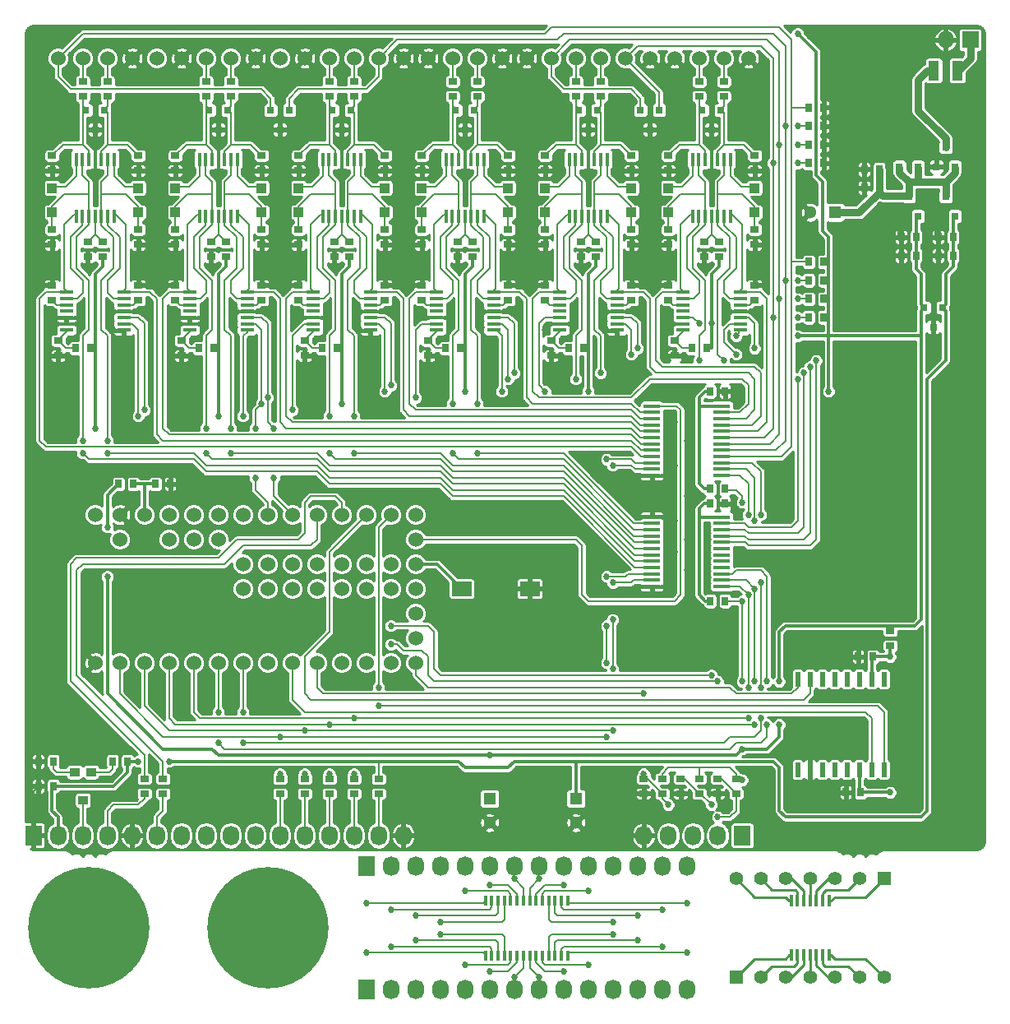
<source format=gtl>
G04 #@! TF.FileFunction,Copper,L1,Top,Signal*
%FSLAX46Y46*%
G04 Gerber Fmt 4.6, Leading zero omitted, Abs format (unit mm)*
G04 Created by KiCad (PCBNEW (2015-07-22 BZR 5980)-product) date Tue 11 Aug 2015 09:40:34 PM MDT*
%MOMM*%
G01*
G04 APERTURE LIST*
%ADD10C,0.150000*%
%ADD11R,1.727200X2.032000*%
%ADD12O,1.727200X2.032000*%
%ADD13R,0.400000X1.100000*%
%ADD14R,1.727200X1.727200*%
%ADD15O,1.727200X1.727200*%
%ADD16C,12.500000*%
%ADD17R,0.800100X0.800100*%
%ADD18R,2.000000X1.500000*%
%ADD19C,1.524000*%
%ADD20R,0.889000X0.635000*%
%ADD21R,0.635000X0.889000*%
%ADD22C,1.300000*%
%ADD23R,1.300000X1.300000*%
%ADD24R,1.000000X1.000000*%
%ADD25R,1.140460X2.029460*%
%ADD26C,3.556000*%
%ADD27R,1.000000X0.900000*%
%ADD28R,0.450000X1.450000*%
%ADD29R,1.450000X0.450000*%
%ADD30R,0.600000X1.500000*%
%ADD31R,0.299720X1.300480*%
%ADD32R,1.397000X1.397000*%
%ADD33C,1.397000*%
%ADD34R,1.750000X0.450000*%
%ADD35C,0.685800*%
%ADD36C,0.177800*%
%ADD37C,0.304800*%
%ADD38C,0.203200*%
%ADD39C,0.762000*%
%ADD40C,0.254000*%
G04 APERTURE END LIST*
D10*
D11*
X62230000Y-116205000D03*
D12*
X64770000Y-116205000D03*
X67310000Y-116205000D03*
X69850000Y-116205000D03*
X72390000Y-116205000D03*
X74930000Y-116205000D03*
X77470000Y-116205000D03*
X80010000Y-116205000D03*
X82550000Y-116205000D03*
X85090000Y-116205000D03*
X87630000Y-116205000D03*
X90170000Y-116205000D03*
X92710000Y-116205000D03*
X95250000Y-116205000D03*
D13*
X74515000Y-125405000D03*
X75165000Y-125405000D03*
X75815000Y-125405000D03*
X76465000Y-125405000D03*
X77115000Y-125405000D03*
X77765000Y-125405000D03*
X78415000Y-125405000D03*
X79065000Y-125405000D03*
X79715000Y-125405000D03*
X80365000Y-125405000D03*
X81015000Y-125405000D03*
X81665000Y-125405000D03*
X82315000Y-125405000D03*
X82965000Y-125405000D03*
X82965000Y-119705000D03*
X82315000Y-119705000D03*
X81665000Y-119705000D03*
X81015000Y-119705000D03*
X80365000Y-119705000D03*
X79715000Y-119705000D03*
X79065000Y-119705000D03*
X78415000Y-119705000D03*
X77765000Y-119705000D03*
X77115000Y-119705000D03*
X76465000Y-119705000D03*
X75815000Y-119705000D03*
X75165000Y-119705000D03*
X74515000Y-119705000D03*
D11*
X62230000Y-128905000D03*
D12*
X64770000Y-128905000D03*
X67310000Y-128905000D03*
X69850000Y-128905000D03*
X72390000Y-128905000D03*
X74930000Y-128905000D03*
X77470000Y-128905000D03*
X80010000Y-128905000D03*
X82550000Y-128905000D03*
X85090000Y-128905000D03*
X87630000Y-128905000D03*
X90170000Y-128905000D03*
X92710000Y-128905000D03*
X95250000Y-128905000D03*
D14*
X124460000Y-31115000D03*
D15*
X121920000Y-31115000D03*
D16*
X52055503Y-122555000D03*
X33655000Y-122555000D03*
D11*
X100965000Y-113030000D03*
D12*
X98425000Y-113030000D03*
X95885000Y-113030000D03*
X93345000Y-113030000D03*
X90805000Y-113030000D03*
D17*
X117160000Y-49260760D03*
X119060000Y-49260760D03*
X118110000Y-47261780D03*
X120970000Y-49260760D03*
X122870000Y-49260760D03*
X121920000Y-47261780D03*
D11*
X27940000Y-113030000D03*
D12*
X30480000Y-113030000D03*
X33020000Y-113030000D03*
X35560000Y-113030000D03*
X38100000Y-113030000D03*
X40640000Y-113030000D03*
X43180000Y-113030000D03*
X45720000Y-113030000D03*
X48260000Y-113030000D03*
X50800000Y-113030000D03*
X53340000Y-113030000D03*
X55880000Y-113030000D03*
X58420000Y-113030000D03*
X60960000Y-113030000D03*
X63500000Y-113030000D03*
X66040000Y-113030000D03*
D18*
X79065000Y-87630000D03*
X72065000Y-87630000D03*
D19*
X40640000Y-33020000D03*
X38100000Y-33020000D03*
X35560000Y-33020000D03*
X33020000Y-33020000D03*
X30480000Y-33020000D03*
X53340000Y-33020000D03*
X50800000Y-33020000D03*
X48260000Y-33020000D03*
X45720000Y-33020000D03*
X43180000Y-33020000D03*
X76200000Y-33020000D03*
X73660000Y-33020000D03*
X71120000Y-33020000D03*
X68580000Y-33020000D03*
X66040000Y-33020000D03*
X63500000Y-33020000D03*
X60960000Y-33020000D03*
X58420000Y-33020000D03*
X55880000Y-33020000D03*
X91440000Y-33020000D03*
X88900000Y-33020000D03*
X86360000Y-33020000D03*
X83820000Y-33020000D03*
X81280000Y-33020000D03*
X78740000Y-33020000D03*
X101600000Y-33020000D03*
X99060000Y-33020000D03*
X96520000Y-33020000D03*
X93980000Y-33020000D03*
D17*
X120970000Y-44180760D03*
X122870000Y-44180760D03*
X121920000Y-42181780D03*
D20*
X33528000Y-51943000D03*
X33528000Y-53467000D03*
X46228000Y-51943000D03*
X46228000Y-53467000D03*
X58928000Y-51943000D03*
X58928000Y-53467000D03*
X71628000Y-51943000D03*
X71628000Y-53467000D03*
X84328000Y-51943000D03*
X84328000Y-53467000D03*
X97028000Y-51943000D03*
X97028000Y-53467000D03*
X38735000Y-50673000D03*
X38735000Y-52197000D03*
X29845000Y-50673000D03*
X29845000Y-52197000D03*
X51435000Y-50673000D03*
X51435000Y-52197000D03*
X42545000Y-50673000D03*
X42545000Y-52197000D03*
X64135000Y-50673000D03*
X64135000Y-52197000D03*
X55245000Y-50673000D03*
X55245000Y-52197000D03*
X76835000Y-50673000D03*
X76835000Y-52197000D03*
X67945000Y-50673000D03*
X67945000Y-52197000D03*
X89535000Y-50673000D03*
X89535000Y-52197000D03*
X80645000Y-50673000D03*
X80645000Y-52197000D03*
X102235000Y-50673000D03*
X102235000Y-52197000D03*
X93345000Y-50673000D03*
X93345000Y-52197000D03*
D21*
X97663000Y-78867000D03*
X99187000Y-78867000D03*
D20*
X30480000Y-62103000D03*
X30480000Y-63627000D03*
X43180000Y-62103000D03*
X43180000Y-63627000D03*
X55880000Y-62103000D03*
X55880000Y-63627000D03*
D21*
X97663000Y-67310000D03*
X99187000Y-67310000D03*
D22*
X83820000Y-111720000D03*
D23*
X83820000Y-109220000D03*
D21*
X29972000Y-107950000D03*
X28448000Y-107950000D03*
X113538000Y-44450000D03*
X115062000Y-44450000D03*
X113538000Y-46355000D03*
X115062000Y-46355000D03*
X122682000Y-53340000D03*
X121158000Y-53340000D03*
X122682000Y-51435000D03*
X121158000Y-51435000D03*
D22*
X107990000Y-48895000D03*
D23*
X110490000Y-48895000D03*
D20*
X68580000Y-62103000D03*
X68580000Y-63627000D03*
X81280000Y-62103000D03*
X81280000Y-63627000D03*
X93980000Y-62103000D03*
X93980000Y-63627000D03*
D21*
X118872000Y-53340000D03*
X117348000Y-53340000D03*
X118872000Y-51435000D03*
X117348000Y-51435000D03*
X113157000Y-108585000D03*
X111633000Y-108585000D03*
X114427000Y-94615000D03*
X112903000Y-94615000D03*
X40513000Y-76835000D03*
X42037000Y-76835000D03*
D22*
X74930000Y-111720000D03*
D23*
X74930000Y-109220000D03*
D20*
X98425000Y-108712000D03*
X98425000Y-107188000D03*
X94615000Y-108712000D03*
X94615000Y-107188000D03*
X90805000Y-108712000D03*
X90805000Y-107188000D03*
D21*
X109347000Y-38100000D03*
X107823000Y-38100000D03*
X109347000Y-40005000D03*
X107823000Y-40005000D03*
X109347000Y-41910000D03*
X107823000Y-41910000D03*
X109347000Y-43815000D03*
X107823000Y-43815000D03*
D17*
X35240000Y-38369240D03*
X33340000Y-38369240D03*
X34290000Y-40368220D03*
X47940000Y-38369240D03*
X46040000Y-38369240D03*
X46990000Y-40368220D03*
X60640000Y-38369240D03*
X58740000Y-38369240D03*
X59690000Y-40368220D03*
X73340000Y-38369240D03*
X71440000Y-38369240D03*
X72390000Y-40368220D03*
X86040000Y-38369240D03*
X84140000Y-38369240D03*
X85090000Y-40368220D03*
X98740000Y-38369240D03*
X96840000Y-38369240D03*
X97790000Y-40368220D03*
X54290000Y-38369240D03*
X52390000Y-38369240D03*
X53340000Y-40368220D03*
X92390000Y-38369240D03*
X90490000Y-38369240D03*
X91440000Y-40368220D03*
D24*
X38735000Y-46375000D03*
X38735000Y-48875000D03*
X29845000Y-46375000D03*
X29845000Y-48875000D03*
X51435000Y-46375000D03*
X51435000Y-48875000D03*
X42545000Y-46375000D03*
X42545000Y-48875000D03*
X64135000Y-46375000D03*
X64135000Y-48875000D03*
X55245000Y-46375000D03*
X55245000Y-48875000D03*
X76835000Y-46375000D03*
X76835000Y-48875000D03*
X67945000Y-46375000D03*
X67945000Y-48875000D03*
X89535000Y-46375000D03*
X89535000Y-48875000D03*
X80645000Y-46375000D03*
X80645000Y-48875000D03*
X102235000Y-46375000D03*
X102235000Y-48875000D03*
X93345000Y-46375000D03*
X93345000Y-48875000D03*
D17*
X117160000Y-44180760D03*
X119060000Y-44180760D03*
X118110000Y-42181780D03*
D25*
X123123960Y-34290000D03*
X120716040Y-34290000D03*
D20*
X35052000Y-53467000D03*
X35052000Y-51943000D03*
X47752000Y-53467000D03*
X47752000Y-51943000D03*
X60452000Y-53467000D03*
X60452000Y-51943000D03*
X73152000Y-53467000D03*
X73152000Y-51943000D03*
X85852000Y-53467000D03*
X85852000Y-51943000D03*
X98552000Y-53467000D03*
X98552000Y-51943000D03*
D21*
X99187000Y-88900000D03*
X97663000Y-88900000D03*
X33782000Y-62865000D03*
X32258000Y-62865000D03*
X46482000Y-62865000D03*
X44958000Y-62865000D03*
X59182000Y-62865000D03*
X57658000Y-62865000D03*
X99187000Y-77343000D03*
X97663000Y-77343000D03*
X71882000Y-62865000D03*
X70358000Y-62865000D03*
X84582000Y-62865000D03*
X83058000Y-62865000D03*
X97282000Y-62865000D03*
X95758000Y-62865000D03*
D20*
X116205000Y-91948000D03*
X116205000Y-93472000D03*
D21*
X38227000Y-76835000D03*
X36703000Y-76835000D03*
D26*
X29210000Y-100965000D03*
X29210000Y-38735000D03*
X123825000Y-100965000D03*
X123825000Y-38735000D03*
D21*
X107823000Y-53975000D03*
X109347000Y-53975000D03*
X107823000Y-55880000D03*
X109347000Y-55880000D03*
D20*
X89535000Y-43053000D03*
X89535000Y-44577000D03*
X80645000Y-43053000D03*
X80645000Y-44577000D03*
X102235000Y-43053000D03*
X102235000Y-44577000D03*
X93345000Y-43053000D03*
X93345000Y-44577000D03*
X38735000Y-43053000D03*
X38735000Y-44577000D03*
X29845000Y-43053000D03*
X29845000Y-44577000D03*
X51435000Y-43053000D03*
X51435000Y-44577000D03*
X42545000Y-43053000D03*
X42545000Y-44577000D03*
X64135000Y-43053000D03*
X64135000Y-44577000D03*
X55245000Y-43053000D03*
X55245000Y-44577000D03*
X76835000Y-43053000D03*
X76835000Y-44577000D03*
X67945000Y-43053000D03*
X67945000Y-44577000D03*
D21*
X107823000Y-57785000D03*
X109347000Y-57785000D03*
X107823000Y-59690000D03*
X109347000Y-59690000D03*
X37592000Y-105410000D03*
X36068000Y-105410000D03*
X29972000Y-105410000D03*
X28448000Y-105410000D03*
D20*
X63500000Y-107188000D03*
X63500000Y-108712000D03*
X39370000Y-107188000D03*
X39370000Y-108712000D03*
X41275000Y-107188000D03*
X41275000Y-108712000D03*
X100330000Y-108712000D03*
X100330000Y-107188000D03*
X96520000Y-108712000D03*
X96520000Y-107188000D03*
X92710000Y-108712000D03*
X92710000Y-107188000D03*
X35560000Y-35433000D03*
X35560000Y-36957000D03*
X33020000Y-35433000D03*
X33020000Y-36957000D03*
X48260000Y-35433000D03*
X48260000Y-36957000D03*
X45720000Y-35433000D03*
X45720000Y-36957000D03*
X60960000Y-35433000D03*
X60960000Y-36957000D03*
X58420000Y-35433000D03*
X58420000Y-36957000D03*
X73660000Y-35433000D03*
X73660000Y-36957000D03*
X71120000Y-35433000D03*
X71120000Y-36957000D03*
X86360000Y-35433000D03*
X86360000Y-36957000D03*
X83820000Y-35433000D03*
X83820000Y-36957000D03*
X99060000Y-35433000D03*
X99060000Y-36957000D03*
X96520000Y-35433000D03*
X96520000Y-36957000D03*
X29845000Y-56388000D03*
X29845000Y-57912000D03*
X38735000Y-56388000D03*
X38735000Y-57912000D03*
X42545000Y-56388000D03*
X42545000Y-57912000D03*
X51435000Y-56388000D03*
X51435000Y-57912000D03*
X55245000Y-56388000D03*
X55245000Y-57912000D03*
X64135000Y-56388000D03*
X64135000Y-57912000D03*
X67945000Y-56388000D03*
X67945000Y-57912000D03*
X76835000Y-56388000D03*
X76835000Y-57912000D03*
X80645000Y-56388000D03*
X80645000Y-57912000D03*
X89535000Y-56388000D03*
X89535000Y-57912000D03*
X93345000Y-56388000D03*
X93345000Y-57912000D03*
X102235000Y-56388000D03*
X102235000Y-57912000D03*
D27*
X32170000Y-106500000D03*
X33870000Y-106500000D03*
X33020000Y-109400000D03*
D19*
X36830000Y-95250000D03*
X39370000Y-95250000D03*
X41910000Y-95250000D03*
X44450000Y-95250000D03*
X46990000Y-95250000D03*
X49530000Y-95250000D03*
X52070000Y-95250000D03*
X54610000Y-95250000D03*
X57150000Y-95250000D03*
X59690000Y-95250000D03*
X62230000Y-95250000D03*
X64770000Y-95250000D03*
X67310000Y-95250000D03*
X67310000Y-80010000D03*
X64770000Y-80010000D03*
X62230000Y-80010000D03*
X59690000Y-80010000D03*
X57150000Y-80010000D03*
X54610000Y-80010000D03*
X52070000Y-80010000D03*
X49530000Y-80010000D03*
X46990000Y-80010000D03*
X44450000Y-80010000D03*
X41910000Y-80010000D03*
X34290000Y-95250000D03*
X39370000Y-80010000D03*
X36830000Y-80010000D03*
X34290000Y-80010000D03*
X67310000Y-92710000D03*
X67310000Y-90170000D03*
X67310000Y-87630000D03*
X67310000Y-85090000D03*
X67310000Y-82550000D03*
X41910000Y-82550000D03*
X44450000Y-82550000D03*
X46990000Y-82550000D03*
X64770000Y-85090000D03*
X62230000Y-85090000D03*
X59690000Y-85090000D03*
X57150000Y-85090000D03*
X54610000Y-85090000D03*
X52070000Y-85090000D03*
X49530000Y-85090000D03*
X64770000Y-87630000D03*
X62230000Y-87630000D03*
X59690000Y-87630000D03*
X57150000Y-87630000D03*
X54610000Y-87630000D03*
X52070000Y-87630000D03*
X49530000Y-87630000D03*
X36830000Y-82550000D03*
D28*
X32340000Y-49305000D03*
X32990000Y-49305000D03*
X33640000Y-49305000D03*
X34290000Y-49305000D03*
X34940000Y-49305000D03*
X35590000Y-49305000D03*
X36240000Y-49305000D03*
X36240000Y-43405000D03*
X35590000Y-43405000D03*
X34940000Y-43405000D03*
X34290000Y-43405000D03*
X33640000Y-43405000D03*
X32990000Y-43405000D03*
X32340000Y-43405000D03*
X45040000Y-49305000D03*
X45690000Y-49305000D03*
X46340000Y-49305000D03*
X46990000Y-49305000D03*
X47640000Y-49305000D03*
X48290000Y-49305000D03*
X48940000Y-49305000D03*
X48940000Y-43405000D03*
X48290000Y-43405000D03*
X47640000Y-43405000D03*
X46990000Y-43405000D03*
X46340000Y-43405000D03*
X45690000Y-43405000D03*
X45040000Y-43405000D03*
X57740000Y-49305000D03*
X58390000Y-49305000D03*
X59040000Y-49305000D03*
X59690000Y-49305000D03*
X60340000Y-49305000D03*
X60990000Y-49305000D03*
X61640000Y-49305000D03*
X61640000Y-43405000D03*
X60990000Y-43405000D03*
X60340000Y-43405000D03*
X59690000Y-43405000D03*
X59040000Y-43405000D03*
X58390000Y-43405000D03*
X57740000Y-43405000D03*
X70440000Y-49305000D03*
X71090000Y-49305000D03*
X71740000Y-49305000D03*
X72390000Y-49305000D03*
X73040000Y-49305000D03*
X73690000Y-49305000D03*
X74340000Y-49305000D03*
X74340000Y-43405000D03*
X73690000Y-43405000D03*
X73040000Y-43405000D03*
X72390000Y-43405000D03*
X71740000Y-43405000D03*
X71090000Y-43405000D03*
X70440000Y-43405000D03*
X83140000Y-49305000D03*
X83790000Y-49305000D03*
X84440000Y-49305000D03*
X85090000Y-49305000D03*
X85740000Y-49305000D03*
X86390000Y-49305000D03*
X87040000Y-49305000D03*
X87040000Y-43405000D03*
X86390000Y-43405000D03*
X85740000Y-43405000D03*
X85090000Y-43405000D03*
X84440000Y-43405000D03*
X83790000Y-43405000D03*
X83140000Y-43405000D03*
X95840000Y-49305000D03*
X96490000Y-49305000D03*
X97140000Y-49305000D03*
X97790000Y-49305000D03*
X98440000Y-49305000D03*
X99090000Y-49305000D03*
X99740000Y-49305000D03*
X99740000Y-43405000D03*
X99090000Y-43405000D03*
X98440000Y-43405000D03*
X97790000Y-43405000D03*
X97140000Y-43405000D03*
X96490000Y-43405000D03*
X95840000Y-43405000D03*
D29*
X37240000Y-61005000D03*
X37240000Y-60355000D03*
X37240000Y-59705000D03*
X37240000Y-59055000D03*
X37240000Y-58405000D03*
X37240000Y-57755000D03*
X37240000Y-57105000D03*
X31340000Y-57105000D03*
X31340000Y-57755000D03*
X31340000Y-58405000D03*
X31340000Y-59055000D03*
X31340000Y-59705000D03*
X31340000Y-60355000D03*
X31340000Y-61005000D03*
X49940000Y-61005000D03*
X49940000Y-60355000D03*
X49940000Y-59705000D03*
X49940000Y-59055000D03*
X49940000Y-58405000D03*
X49940000Y-57755000D03*
X49940000Y-57105000D03*
X44040000Y-57105000D03*
X44040000Y-57755000D03*
X44040000Y-58405000D03*
X44040000Y-59055000D03*
X44040000Y-59705000D03*
X44040000Y-60355000D03*
X44040000Y-61005000D03*
X62640000Y-61005000D03*
X62640000Y-60355000D03*
X62640000Y-59705000D03*
X62640000Y-59055000D03*
X62640000Y-58405000D03*
X62640000Y-57755000D03*
X62640000Y-57105000D03*
X56740000Y-57105000D03*
X56740000Y-57755000D03*
X56740000Y-58405000D03*
X56740000Y-59055000D03*
X56740000Y-59705000D03*
X56740000Y-60355000D03*
X56740000Y-61005000D03*
X75340000Y-61005000D03*
X75340000Y-60355000D03*
X75340000Y-59705000D03*
X75340000Y-59055000D03*
X75340000Y-58405000D03*
X75340000Y-57755000D03*
X75340000Y-57105000D03*
X69440000Y-57105000D03*
X69440000Y-57755000D03*
X69440000Y-58405000D03*
X69440000Y-59055000D03*
X69440000Y-59705000D03*
X69440000Y-60355000D03*
X69440000Y-61005000D03*
X88040000Y-61005000D03*
X88040000Y-60355000D03*
X88040000Y-59705000D03*
X88040000Y-59055000D03*
X88040000Y-58405000D03*
X88040000Y-57755000D03*
X88040000Y-57105000D03*
X82140000Y-57105000D03*
X82140000Y-57755000D03*
X82140000Y-58405000D03*
X82140000Y-59055000D03*
X82140000Y-59705000D03*
X82140000Y-60355000D03*
X82140000Y-61005000D03*
X100740000Y-61005000D03*
X100740000Y-60355000D03*
X100740000Y-59705000D03*
X100740000Y-59055000D03*
X100740000Y-58405000D03*
X100740000Y-57755000D03*
X100740000Y-57105000D03*
X94840000Y-57105000D03*
X94840000Y-57755000D03*
X94840000Y-58405000D03*
X94840000Y-59055000D03*
X94840000Y-59705000D03*
X94840000Y-60355000D03*
X94840000Y-61005000D03*
D30*
X115570000Y-96950000D03*
X114300000Y-96950000D03*
X113030000Y-96950000D03*
X111760000Y-96950000D03*
X110490000Y-96950000D03*
X109220000Y-96950000D03*
X107950000Y-96950000D03*
X106680000Y-96950000D03*
X106680000Y-106250000D03*
X107950000Y-106250000D03*
X109220000Y-106250000D03*
X110490000Y-106250000D03*
X111760000Y-106250000D03*
X113030000Y-106250000D03*
X114300000Y-106250000D03*
X115570000Y-106250000D03*
D31*
X106019600Y-125349000D03*
X106654600Y-125349000D03*
X107315000Y-125349000D03*
X107950000Y-125349000D03*
X108610400Y-125349000D03*
X109258100Y-125349000D03*
X109905800Y-125349000D03*
X109905800Y-119761000D03*
X109258100Y-119761000D03*
X108610400Y-119761000D03*
X107950000Y-119761000D03*
X107302300Y-119761000D03*
X106654600Y-119761000D03*
X106006900Y-119761000D03*
D32*
X100330000Y-127635000D03*
D33*
X102870000Y-127635000D03*
X105410000Y-127635000D03*
X107950000Y-127635000D03*
X110490000Y-127635000D03*
X113030000Y-127635000D03*
X115570000Y-127635000D03*
D32*
X115570000Y-117475000D03*
D33*
X113030000Y-117475000D03*
X110490000Y-117475000D03*
X107950000Y-117475000D03*
X105410000Y-117475000D03*
X102870000Y-117475000D03*
X100330000Y-117475000D03*
D34*
X91650000Y-68815000D03*
X91650000Y-69465000D03*
X91650000Y-70115000D03*
X91650000Y-70765000D03*
X91650000Y-71415000D03*
X91650000Y-72065000D03*
X91650000Y-72715000D03*
X91650000Y-73365000D03*
X91650000Y-74015000D03*
X91650000Y-74665000D03*
X91650000Y-75315000D03*
X91650000Y-75965000D03*
X98850000Y-75965000D03*
X98850000Y-75315000D03*
X98850000Y-74665000D03*
X98850000Y-74015000D03*
X98850000Y-73365000D03*
X98850000Y-72715000D03*
X98850000Y-72065000D03*
X98850000Y-71415000D03*
X98850000Y-70765000D03*
X98850000Y-70115000D03*
X98850000Y-69465000D03*
X98850000Y-68815000D03*
X91650000Y-80245000D03*
X91650000Y-80895000D03*
X91650000Y-81545000D03*
X91650000Y-82195000D03*
X91650000Y-82845000D03*
X91650000Y-83495000D03*
X91650000Y-84145000D03*
X91650000Y-84795000D03*
X91650000Y-85445000D03*
X91650000Y-86095000D03*
X91650000Y-86745000D03*
X91650000Y-87395000D03*
X98850000Y-87395000D03*
X98850000Y-86745000D03*
X98850000Y-86095000D03*
X98850000Y-85445000D03*
X98850000Y-84795000D03*
X98850000Y-84145000D03*
X98850000Y-83495000D03*
X98850000Y-82845000D03*
X98850000Y-82195000D03*
X98850000Y-81545000D03*
X98850000Y-80895000D03*
X98850000Y-80245000D03*
D17*
X121600000Y-58689240D03*
X119700000Y-58689240D03*
X120650000Y-60688220D03*
D20*
X53340000Y-107188000D03*
X53340000Y-108712000D03*
X55880000Y-107188000D03*
X55880000Y-108712000D03*
X58420000Y-107188000D03*
X58420000Y-108712000D03*
X60960000Y-107188000D03*
X60960000Y-108712000D03*
D35*
X62230000Y-125095000D03*
X64770000Y-124460000D03*
X67310000Y-123825000D03*
X69850000Y-123190000D03*
X72390000Y-126365000D03*
X74930000Y-127000000D03*
X77470000Y-127635000D03*
X80010000Y-127635000D03*
X82550000Y-127000000D03*
X85090000Y-126365000D03*
X87630000Y-123190000D03*
X90170000Y-123825000D03*
X92710000Y-124460000D03*
X95250000Y-125095000D03*
X95250000Y-120015000D03*
X92710000Y-120650000D03*
X90170000Y-121285000D03*
X87630000Y-121920000D03*
X85090000Y-118745000D03*
X82550000Y-118110000D03*
X80010000Y-117475000D03*
X77470000Y-117475000D03*
X74930000Y-118110000D03*
X72390000Y-118745000D03*
X69850000Y-121920000D03*
X67310000Y-121285000D03*
X64770000Y-120650000D03*
X62230000Y-120015000D03*
X38735000Y-105410000D03*
X41910000Y-105410000D03*
X49530000Y-103505000D03*
X102870000Y-80010000D03*
X49530000Y-100330000D03*
X102870000Y-97790000D03*
X102870000Y-100965000D03*
X102870000Y-86995000D03*
X48260000Y-71120000D03*
X48260000Y-73660000D03*
X105410000Y-40005000D03*
X105410000Y-55880000D03*
X106680000Y-40005000D03*
X106680000Y-55880000D03*
X60960000Y-69850000D03*
X60960000Y-73660000D03*
X103505000Y-101600000D03*
X103505000Y-97155000D03*
X46990000Y-103505000D03*
X46990000Y-100330000D03*
X98425000Y-97155000D03*
X64770000Y-93345000D03*
X98425000Y-111125000D03*
X64770000Y-91440000D03*
X97790000Y-96520000D03*
X97790000Y-109855000D03*
X90805000Y-98425000D03*
X90805000Y-106680000D03*
X93345000Y-109855000D03*
X33020000Y-72390000D03*
X33020000Y-73660000D03*
X35560000Y-72390000D03*
X35560000Y-73660000D03*
X53340000Y-102870000D03*
X53340000Y-106680000D03*
X86995000Y-86360000D03*
X86995000Y-74295000D03*
X86995000Y-91440000D03*
X86995000Y-102870000D03*
X86995000Y-95250000D03*
X55880000Y-102235000D03*
X55880000Y-106680000D03*
X87630000Y-86995000D03*
X87630000Y-74930000D03*
X87630000Y-90805000D03*
X87630000Y-102235000D03*
X87630000Y-95885000D03*
X58420000Y-101600000D03*
X58420000Y-106680000D03*
X102235000Y-87630000D03*
X102235000Y-80645000D03*
X102235000Y-97155000D03*
X102235000Y-101600000D03*
X60960000Y-100965000D03*
X60960000Y-106680000D03*
X101600000Y-80010000D03*
X101600000Y-88265000D03*
X101600000Y-100965000D03*
X101600000Y-97790000D03*
X107315000Y-65405000D03*
X86360000Y-65405000D03*
X104140000Y-43815000D03*
X104140000Y-59690000D03*
X106680000Y-43815000D03*
X106680000Y-59690000D03*
X50800000Y-76200000D03*
X50800000Y-71120000D03*
X38735000Y-69850000D03*
X51435000Y-68580000D03*
X100330000Y-63500000D03*
X89535000Y-63500000D03*
X76835000Y-66040000D03*
X64135000Y-67310000D03*
X63500000Y-97790000D03*
X63500000Y-99695000D03*
X52705000Y-76200000D03*
X52705000Y-71120000D03*
X102235000Y-62865000D03*
X90170000Y-62865000D03*
X39370000Y-69215000D03*
X52070000Y-67945000D03*
X77470000Y-65405000D03*
X64770000Y-66675000D03*
X104775000Y-41910000D03*
X104775000Y-57785000D03*
X106680000Y-41910000D03*
X106680000Y-57785000D03*
X45720000Y-71120000D03*
X45720000Y-73660000D03*
X83820000Y-66040000D03*
X106680000Y-66040000D03*
X58420000Y-69850000D03*
X58420000Y-73660000D03*
X71120000Y-68580000D03*
X71120000Y-73660000D03*
X73660000Y-68580000D03*
X73660000Y-73660000D03*
X90170000Y-90170000D03*
X83820000Y-89535000D03*
X93345000Y-87630000D03*
X93980000Y-83820000D03*
X93980000Y-80645000D03*
X93980000Y-74930000D03*
X93980000Y-70485000D03*
X95250000Y-68580000D03*
X95250000Y-72390000D03*
X95250000Y-78105000D03*
X95250000Y-82550000D03*
X95250000Y-85725000D03*
X95250000Y-90170000D03*
X81280000Y-83820000D03*
X81280000Y-81280000D03*
X69850000Y-81280000D03*
X81915000Y-87630000D03*
X69850000Y-83820000D03*
X80645000Y-60960000D03*
X120650000Y-63500000D03*
X120650000Y-62230000D03*
X89535000Y-76835000D03*
X116840000Y-60325000D03*
X111760000Y-89535000D03*
X111760000Y-93980000D03*
X105410000Y-79375000D03*
X116840000Y-62865000D03*
X93345000Y-64135000D03*
X95250000Y-64135000D03*
X88265000Y-64770000D03*
X110490000Y-109220000D03*
X94615000Y-109855000D03*
X102235000Y-59055000D03*
X77470000Y-59055000D03*
X90170000Y-59055000D03*
X52070000Y-59055000D03*
X39370000Y-59055000D03*
X42545000Y-59690000D03*
X55245000Y-59690000D03*
X64770000Y-59055000D03*
X67945000Y-59690000D03*
X93345000Y-60325000D03*
X62865000Y-62865000D03*
X29845000Y-59690000D03*
X37465000Y-62865000D03*
X43815000Y-44450000D03*
X31115000Y-44450000D03*
X69215000Y-44450000D03*
X94615000Y-44450000D03*
X81915000Y-44450000D03*
X56515000Y-44450000D03*
X99060000Y-109855000D03*
X100330000Y-79375000D03*
X81280000Y-64770000D03*
X114300000Y-50800000D03*
X116205000Y-52705000D03*
X115570000Y-52070000D03*
X114935000Y-51435000D03*
X116205000Y-51435000D03*
X120015000Y-53340000D03*
X120015000Y-52070000D03*
X120015000Y-50800000D03*
X114300000Y-49530000D03*
X114935000Y-48895000D03*
X114935000Y-50165000D03*
X115570000Y-50800000D03*
X116205000Y-50165000D03*
X115570000Y-49530000D03*
X116205000Y-48895000D03*
X115570000Y-48260000D03*
X116840000Y-48260000D03*
X116840000Y-41910000D03*
X116205000Y-41275000D03*
X116840000Y-40640000D03*
X117475000Y-41275000D03*
X118110000Y-40640000D03*
X118745000Y-41275000D03*
X119380000Y-40640000D03*
X120015000Y-41275000D03*
X119380000Y-41910000D03*
X120015000Y-47625000D03*
X119380000Y-46990000D03*
X120650000Y-46990000D03*
X120650000Y-48260000D03*
X112395000Y-46355000D03*
X112395000Y-44450000D03*
X100330000Y-67945000D03*
X42545000Y-53340000D03*
X29845000Y-53340000D03*
X38735000Y-53340000D03*
X51435000Y-53340000D03*
X55245000Y-53340000D03*
X64135000Y-53340000D03*
X67945000Y-53340000D03*
X76835000Y-53340000D03*
X80645000Y-53340000D03*
X89535000Y-53340000D03*
X93345000Y-53340000D03*
X102235000Y-53340000D03*
X68580000Y-64770000D03*
X55880000Y-64770000D03*
X43180000Y-64770000D03*
X30480000Y-64770000D03*
X120650000Y-54610000D03*
X71755000Y-54610000D03*
X97155000Y-54610000D03*
X84455000Y-54610000D03*
X46355000Y-54610000D03*
X59055000Y-54610000D03*
X59690000Y-41910000D03*
X72390000Y-41910000D03*
X46990000Y-41910000D03*
X85090000Y-41910000D03*
X97790000Y-41910000D03*
X33655000Y-54610000D03*
X34290000Y-41910000D03*
X37465000Y-44450000D03*
X50165000Y-44450000D03*
X62865000Y-44450000D03*
X75565000Y-44450000D03*
X88265000Y-44450000D03*
X100965000Y-44450000D03*
X85090000Y-67310000D03*
X80645000Y-67310000D03*
X109855000Y-67310000D03*
X76200000Y-67310000D03*
X67310000Y-67945000D03*
X54610000Y-69215000D03*
X49530000Y-69850000D03*
X35560000Y-81280000D03*
X35560000Y-86360000D03*
X74930000Y-104775000D03*
X106680000Y-30480000D03*
X104775000Y-101600000D03*
X104775000Y-97155000D03*
X100965000Y-104140000D03*
X100965000Y-107315000D03*
X100965000Y-97155000D03*
X34290000Y-71120000D03*
X100965000Y-88900000D03*
X46990000Y-69850000D03*
X100965000Y-78740000D03*
X59690000Y-68580000D03*
X97790000Y-60325000D03*
X96520000Y-60325000D03*
X72390000Y-67310000D03*
X106680000Y-61595000D03*
X100330000Y-61595000D03*
X116205000Y-94615000D03*
X116205000Y-108585000D03*
X108585000Y-64135000D03*
X99060000Y-64135000D03*
X107950000Y-64770000D03*
X96520000Y-64135000D03*
D36*
X74515000Y-125405000D02*
X74515000Y-125315000D01*
X74515000Y-125315000D02*
X74295000Y-125095000D01*
X74295000Y-125095000D02*
X62230000Y-125095000D01*
X75165000Y-125405000D02*
X75165000Y-124695000D01*
X74930000Y-124460000D02*
X64770000Y-124460000D01*
X75165000Y-124695000D02*
X74930000Y-124460000D01*
X75815000Y-125405000D02*
X75815000Y-124075000D01*
X75565000Y-123825000D02*
X67310000Y-123825000D01*
X75815000Y-124075000D02*
X75565000Y-123825000D01*
X76465000Y-125405000D02*
X76465000Y-123455000D01*
X76200000Y-123190000D02*
X69850000Y-123190000D01*
X76465000Y-123455000D02*
X76200000Y-123190000D01*
X77115000Y-126085000D02*
X76835000Y-126365000D01*
X76835000Y-126365000D02*
X72390000Y-126365000D01*
X77115000Y-126085000D02*
X77115000Y-125405000D01*
X77765000Y-125405000D02*
X77765000Y-126070000D01*
X76835000Y-127000000D02*
X74930000Y-127000000D01*
X77765000Y-126070000D02*
X76835000Y-127000000D01*
X78415000Y-126690000D02*
X77470000Y-127635000D01*
X78415000Y-126690000D02*
X78415000Y-125405000D01*
X79065000Y-126690000D02*
X80010000Y-127635000D01*
X79065000Y-126690000D02*
X79065000Y-125405000D01*
X80645000Y-127000000D02*
X82550000Y-127000000D01*
X79715000Y-126070000D02*
X80645000Y-127000000D01*
X79715000Y-125405000D02*
X79715000Y-126070000D01*
X80365000Y-125405000D02*
X80365000Y-126085000D01*
X80645000Y-126365000D02*
X85090000Y-126365000D01*
X80365000Y-126085000D02*
X80645000Y-126365000D01*
X81280000Y-123190000D02*
X87630000Y-123190000D01*
X81015000Y-125405000D02*
X81015000Y-123455000D01*
X81015000Y-123455000D02*
X81280000Y-123190000D01*
X81665000Y-125405000D02*
X81665000Y-124075000D01*
X81915000Y-123825000D02*
X90170000Y-123825000D01*
X81665000Y-124075000D02*
X81915000Y-123825000D01*
X82315000Y-125405000D02*
X82315000Y-124695000D01*
X82550000Y-124460000D02*
X92710000Y-124460000D01*
X82315000Y-124695000D02*
X82550000Y-124460000D01*
X82965000Y-125405000D02*
X82965000Y-125315000D01*
X82965000Y-125315000D02*
X83185000Y-125095000D01*
X83185000Y-125095000D02*
X95250000Y-125095000D01*
X83185000Y-120015000D02*
X95250000Y-120015000D01*
X82965000Y-119795000D02*
X83185000Y-120015000D01*
X82965000Y-119705000D02*
X82965000Y-119795000D01*
X82315000Y-120415000D02*
X82550000Y-120650000D01*
X82550000Y-120650000D02*
X92710000Y-120650000D01*
X82315000Y-119705000D02*
X82315000Y-120415000D01*
X81665000Y-121035000D02*
X81915000Y-121285000D01*
X81915000Y-121285000D02*
X90170000Y-121285000D01*
X81665000Y-119705000D02*
X81665000Y-121035000D01*
X81015000Y-121655000D02*
X81280000Y-121920000D01*
X81280000Y-121920000D02*
X87630000Y-121920000D01*
X81015000Y-119705000D02*
X81015000Y-121655000D01*
X80365000Y-119025000D02*
X80645000Y-118745000D01*
X80645000Y-118745000D02*
X85090000Y-118745000D01*
X80365000Y-119705000D02*
X80365000Y-119025000D01*
X79715000Y-119705000D02*
X79715000Y-119040000D01*
X79715000Y-119040000D02*
X80645000Y-118110000D01*
X80645000Y-118110000D02*
X82550000Y-118110000D01*
X79065000Y-118420000D02*
X79065000Y-119705000D01*
X79065000Y-118420000D02*
X80010000Y-117475000D01*
X78415000Y-118420000D02*
X78415000Y-119705000D01*
X78415000Y-118420000D02*
X77470000Y-117475000D01*
X77765000Y-119040000D02*
X76835000Y-118110000D01*
X76835000Y-118110000D02*
X74930000Y-118110000D01*
X77765000Y-119705000D02*
X77765000Y-119040000D01*
X77115000Y-119025000D02*
X76835000Y-118745000D01*
X76835000Y-118745000D02*
X72390000Y-118745000D01*
X77115000Y-119705000D02*
X77115000Y-119025000D01*
X76200000Y-121920000D02*
X69850000Y-121920000D01*
X76465000Y-121655000D02*
X76200000Y-121920000D01*
X76465000Y-119705000D02*
X76465000Y-121655000D01*
X75815000Y-121035000D02*
X75565000Y-121285000D01*
X75565000Y-121285000D02*
X67310000Y-121285000D01*
X75815000Y-119705000D02*
X75815000Y-121035000D01*
X75165000Y-120415000D02*
X74930000Y-120650000D01*
X74930000Y-120650000D02*
X64770000Y-120650000D01*
X75165000Y-119705000D02*
X75165000Y-120415000D01*
X74295000Y-120015000D02*
X62230000Y-120015000D01*
X74515000Y-119795000D02*
X74295000Y-120015000D01*
X74515000Y-119705000D02*
X74515000Y-119795000D01*
X63500000Y-107188000D02*
X63500000Y-105410000D01*
D37*
X37592000Y-105410000D02*
X37592000Y-106553000D01*
X36195000Y-107950000D02*
X37592000Y-106553000D01*
X53340000Y-105410000D02*
X41910000Y-105410000D01*
X38735000Y-105410000D02*
X37592000Y-105410000D01*
X121600000Y-58689240D02*
X121600000Y-58735000D01*
X121600000Y-58735000D02*
X121920000Y-59055000D01*
X121920000Y-59055000D02*
X121920000Y-64135000D01*
X121920000Y-64135000D02*
X120015000Y-66040000D01*
X121920000Y-55245000D02*
X121920000Y-58369240D01*
X121920000Y-58369240D02*
X121600000Y-58689240D01*
X72390000Y-106045000D02*
X76835000Y-106045000D01*
X77470000Y-105410000D02*
X76835000Y-106045000D01*
X77470000Y-105410000D02*
X83820000Y-105410000D01*
X72390000Y-106045000D02*
X71755000Y-105410000D01*
X83820000Y-109220000D02*
X83820000Y-105410000D01*
X104140000Y-105410000D02*
X104775000Y-106045000D01*
X63500000Y-105410000D02*
X71755000Y-105410000D01*
X83820000Y-105410000D02*
X104140000Y-105410000D01*
X104775000Y-110490000D02*
X105410000Y-111125000D01*
X104775000Y-106045000D02*
X104775000Y-110490000D01*
X122682000Y-53340000D02*
X122682000Y-54483000D01*
X122682000Y-54483000D02*
X121920000Y-55245000D01*
X120015000Y-66040000D02*
X120015000Y-110490000D01*
X120015000Y-110490000D02*
X119380000Y-111125000D01*
X119380000Y-111125000D02*
X105410000Y-111125000D01*
X36195000Y-107950000D02*
X29972000Y-107950000D01*
X53340000Y-105410000D02*
X63500000Y-105410000D01*
X30480000Y-113030000D02*
X30480000Y-111125000D01*
X30480000Y-111125000D02*
X29845000Y-110490000D01*
X29845000Y-110490000D02*
X29845000Y-108077000D01*
D38*
X29845000Y-108077000D02*
X29972000Y-107950000D01*
D37*
X122682000Y-51435000D02*
X122682000Y-49550320D01*
X122682000Y-53340000D02*
X122682000Y-51435000D01*
X122682000Y-49550320D02*
X122872500Y-49359820D01*
D39*
X123123960Y-34290000D02*
X123190000Y-34290000D01*
X123190000Y-34290000D02*
X124460000Y-33020000D01*
X124460000Y-33020000D02*
X124460000Y-31115000D01*
D36*
X98850000Y-74665000D02*
X101970000Y-74665000D01*
D38*
X87630000Y-103505000D02*
X49530000Y-103505000D01*
X102870000Y-75565000D02*
X102870000Y-80010000D01*
X49530000Y-100330000D02*
X49530000Y-95250000D01*
X102870000Y-97790000D02*
X102870000Y-86995000D01*
X102870000Y-102235000D02*
X102870000Y-100965000D01*
X102235000Y-102870000D02*
X102870000Y-102235000D01*
X99695000Y-102870000D02*
X102235000Y-102870000D01*
D36*
X99060000Y-103505000D02*
X99695000Y-102870000D01*
X87630000Y-103505000D02*
X99060000Y-103505000D01*
X101970000Y-74665000D02*
X102870000Y-75565000D01*
X91650000Y-68815000D02*
X94215000Y-68815000D01*
D38*
X94615000Y-69215000D02*
X94615000Y-88265000D01*
X83820000Y-82550000D02*
X67310000Y-82550000D01*
X84455000Y-83185000D02*
X83820000Y-82550000D01*
X84455000Y-88265000D02*
X84455000Y-83185000D01*
X93980000Y-88900000D02*
X85090000Y-88900000D01*
X85090000Y-88900000D02*
X84455000Y-88265000D01*
X94615000Y-88265000D02*
X93980000Y-88900000D01*
D36*
X94215000Y-68815000D02*
X94615000Y-69215000D01*
D38*
X48260000Y-33020000D02*
X48260000Y-35433000D01*
D36*
X87630000Y-71120000D02*
X89535000Y-71120000D01*
D38*
X87630000Y-71120000D02*
X53975000Y-71120000D01*
X52654200Y-57099200D02*
X53340000Y-57785000D01*
X53340000Y-57785000D02*
X53340000Y-70485000D01*
X53340000Y-70485000D02*
X53975000Y-71120000D01*
X49784000Y-57099200D02*
X52654200Y-57099200D01*
D36*
X90480000Y-72065000D02*
X91650000Y-72065000D01*
X89535000Y-71120000D02*
X90480000Y-72065000D01*
D38*
X50165000Y-56718200D02*
X49784000Y-57099200D01*
X49149000Y-49149000D02*
X48945800Y-49149000D01*
X49149000Y-49149000D02*
X50165000Y-50165000D01*
X50165000Y-56718200D02*
X50165000Y-50165000D01*
D36*
X91650000Y-83495000D02*
X89845000Y-83495000D01*
X89845000Y-83495000D02*
X82550000Y-76200000D01*
D38*
X51435000Y-49025000D02*
X51435000Y-48260000D01*
X51435000Y-50673000D02*
X51435000Y-49025000D01*
X47650400Y-49149000D02*
X47650400Y-50190400D01*
X48298100Y-45046900D02*
X48298100Y-43561000D01*
X47650400Y-45694600D02*
X48298100Y-45046900D01*
X47650400Y-46990000D02*
X47650400Y-45694600D01*
X47650400Y-47625000D02*
X47650400Y-46990000D01*
X47650400Y-49149000D02*
X47650400Y-47625000D01*
X51435000Y-48260000D02*
X50165000Y-46990000D01*
X50165000Y-46990000D02*
X47650400Y-46990000D01*
X47650400Y-50190400D02*
X48895000Y-51435000D01*
X48895000Y-54610000D02*
X47625000Y-55880000D01*
X47625000Y-55880000D02*
X47625000Y-60960000D01*
X48895000Y-51435000D02*
X48895000Y-54610000D01*
X82550000Y-76200000D02*
X82550000Y-76200000D01*
X48260000Y-71120000D02*
X48260000Y-61595000D01*
X47625000Y-60960000D02*
X48260000Y-61595000D01*
X57150000Y-73660000D02*
X48260000Y-73660000D01*
X58420000Y-74930000D02*
X57150000Y-73660000D01*
X69850000Y-74930000D02*
X58420000Y-74930000D01*
X71120000Y-76200000D02*
X69850000Y-74930000D01*
X82550000Y-76200000D02*
X71120000Y-76200000D01*
D36*
X98850000Y-73365000D02*
X104435000Y-73365000D01*
D38*
X105410000Y-72390000D02*
X105410000Y-55880000D01*
D36*
X104435000Y-73365000D02*
X105410000Y-72390000D01*
D38*
X65405000Y-31115000D02*
X81915000Y-31115000D01*
X81915000Y-31115000D02*
X82550000Y-30480000D01*
X105410000Y-31750000D02*
X104140000Y-30480000D01*
X104140000Y-30480000D02*
X82550000Y-30480000D01*
X105410000Y-40005000D02*
X105410000Y-31750000D01*
X65405000Y-31115000D02*
X63500000Y-33020000D01*
X54290000Y-38369240D02*
X54290000Y-37150000D01*
X54290000Y-37150000D02*
X55245000Y-36195000D01*
X55245000Y-36195000D02*
X62230000Y-36195000D01*
X62230000Y-36195000D02*
X63500000Y-34925000D01*
X63500000Y-34925000D02*
X63500000Y-33020000D01*
X105410000Y-55880000D02*
X105410000Y-40005000D01*
X107823000Y-40005000D02*
X106680000Y-40005000D01*
X107823000Y-55880000D02*
X106680000Y-55880000D01*
X60960000Y-33020000D02*
X60960000Y-35433000D01*
D36*
X87630000Y-69850000D02*
X89535000Y-69850000D01*
D38*
X65354200Y-57099200D02*
X66040000Y-57785000D01*
X66040000Y-57785000D02*
X66040000Y-69215000D01*
X66040000Y-69215000D02*
X66675000Y-69850000D01*
X87630000Y-69850000D02*
X66675000Y-69850000D01*
X62484000Y-57099200D02*
X65354200Y-57099200D01*
D36*
X90450000Y-70765000D02*
X91650000Y-70765000D01*
X89535000Y-69850000D02*
X90450000Y-70765000D01*
D38*
X62865000Y-56718200D02*
X62484000Y-57099200D01*
X61849000Y-49149000D02*
X61645800Y-49149000D01*
X61849000Y-49149000D02*
X62865000Y-50165000D01*
X62865000Y-56718200D02*
X62865000Y-50165000D01*
D36*
X91650000Y-82195000D02*
X89815000Y-82195000D01*
X89815000Y-82195000D02*
X82550000Y-74930000D01*
D38*
X64135000Y-49025000D02*
X64135000Y-48260000D01*
X64135000Y-50673000D02*
X64135000Y-49025000D01*
X60350400Y-49149000D02*
X60350400Y-50190400D01*
X60998100Y-45046900D02*
X60998100Y-43561000D01*
X60350400Y-45694600D02*
X60998100Y-45046900D01*
X60350400Y-46990000D02*
X60350400Y-45694600D01*
X60350400Y-47625000D02*
X60350400Y-46990000D01*
X60350400Y-49149000D02*
X60350400Y-47625000D01*
X64135000Y-48260000D02*
X62865000Y-46990000D01*
X62865000Y-46990000D02*
X60350400Y-46990000D01*
X60350400Y-50190400D02*
X61595000Y-51435000D01*
X61595000Y-54610000D02*
X60325000Y-55880000D01*
X60325000Y-55880000D02*
X60325000Y-60960000D01*
X61595000Y-51435000D02*
X61595000Y-54610000D01*
X82550000Y-74930000D02*
X82550000Y-74930000D01*
X60960000Y-73660000D02*
X69850000Y-73660000D01*
X71120000Y-74930000D02*
X82550000Y-74930000D01*
X69850000Y-73660000D02*
X71120000Y-74930000D01*
X60960000Y-69850000D02*
X60960000Y-61595000D01*
X60325000Y-60960000D02*
X60960000Y-61595000D01*
D36*
X32385000Y-96520000D02*
X41275000Y-105410000D01*
D38*
X41275000Y-107188000D02*
X41275000Y-105410000D01*
X57150000Y-82550000D02*
X57150000Y-80010000D01*
X56515000Y-83185000D02*
X57150000Y-82550000D01*
X49530000Y-83185000D02*
X56515000Y-83185000D01*
X47625000Y-85090000D02*
X49530000Y-83185000D01*
X33020000Y-85090000D02*
X47625000Y-85090000D01*
X32385000Y-85725000D02*
X33020000Y-85090000D01*
X32385000Y-96520000D02*
X32385000Y-85725000D01*
D36*
X31750000Y-97155000D02*
X39370000Y-104775000D01*
D38*
X39370000Y-107188000D02*
X39370000Y-104775000D01*
X59690000Y-78740000D02*
X59690000Y-80010000D01*
X59055000Y-78105000D02*
X59690000Y-78740000D01*
X56515000Y-78105000D02*
X59055000Y-78105000D01*
X55880000Y-78740000D02*
X56515000Y-78105000D01*
X55880000Y-81915000D02*
X55880000Y-78740000D01*
X55245000Y-82550000D02*
X55880000Y-81915000D01*
X48895000Y-82550000D02*
X55245000Y-82550000D01*
X46990000Y-84455000D02*
X48895000Y-82550000D01*
X32385000Y-84455000D02*
X46990000Y-84455000D01*
X31750000Y-85090000D02*
X32385000Y-84455000D01*
X31750000Y-97155000D02*
X31750000Y-85090000D01*
D36*
X98850000Y-86095000D02*
X99960000Y-86095000D01*
X102870000Y-85725000D02*
X103505000Y-86360000D01*
X100330000Y-85725000D02*
X102870000Y-85725000D01*
X99960000Y-86095000D02*
X100330000Y-85725000D01*
X87630000Y-104140000D02*
X99695000Y-104140000D01*
X99695000Y-104140000D02*
X100330000Y-103505000D01*
D38*
X103505000Y-86360000D02*
X103505000Y-86995000D01*
X100330000Y-103505000D02*
X102870000Y-103505000D01*
X102870000Y-103505000D02*
X103505000Y-102870000D01*
X103505000Y-102870000D02*
X103505000Y-101600000D01*
X103505000Y-97155000D02*
X103505000Y-86995000D01*
X46990000Y-95250000D02*
X46990000Y-100330000D01*
X47625000Y-104140000D02*
X87630000Y-104140000D01*
X46990000Y-103505000D02*
X47625000Y-104140000D01*
D36*
X68580000Y-96520000D02*
X69215000Y-97155000D01*
X69215000Y-97155000D02*
X98425000Y-97155000D01*
D38*
X65405000Y-93345000D02*
X64770000Y-93345000D01*
X66040000Y-93980000D02*
X65405000Y-93345000D01*
X67945000Y-93980000D02*
X66040000Y-93980000D01*
X68580000Y-94615000D02*
X67945000Y-93980000D01*
X68580000Y-96520000D02*
X68580000Y-94615000D01*
X100330000Y-108712000D02*
X100330000Y-110490000D01*
X99695000Y-111125000D02*
X98425000Y-111125000D01*
X100330000Y-110490000D02*
X99695000Y-111125000D01*
X98425000Y-107188000D02*
X98806000Y-107188000D01*
X98806000Y-107188000D02*
X100330000Y-108712000D01*
D36*
X68580000Y-91440000D02*
X64770000Y-91440000D01*
X69215000Y-95885000D02*
X69850000Y-96520000D01*
D38*
X69215000Y-92075000D02*
X68580000Y-91440000D01*
X69215000Y-95885000D02*
X69215000Y-92075000D01*
X97790000Y-96520000D02*
X69850000Y-96520000D01*
X96520000Y-108712000D02*
X96647000Y-108712000D01*
X96647000Y-108712000D02*
X97790000Y-109855000D01*
X94615000Y-107188000D02*
X94996000Y-107188000D01*
X94996000Y-107188000D02*
X96520000Y-108712000D01*
X90805000Y-98425000D02*
X57785000Y-98425000D01*
X57785000Y-98425000D02*
X57150000Y-97790000D01*
X57150000Y-95250000D02*
X57150000Y-97790000D01*
D36*
X90805000Y-106680000D02*
X90805000Y-107188000D01*
D38*
X92710000Y-108712000D02*
X92710000Y-109220000D01*
X92710000Y-109220000D02*
X93345000Y-109855000D01*
X90805000Y-107188000D02*
X91186000Y-107188000D01*
X91186000Y-107188000D02*
X92710000Y-108712000D01*
X33020000Y-35433000D02*
X33020000Y-33020000D01*
D36*
X87630000Y-73025000D02*
X89535000Y-73025000D01*
D38*
X87630000Y-73025000D02*
X29845000Y-73025000D01*
X29260800Y-57099200D02*
X28575000Y-57785000D01*
X28575000Y-57785000D02*
X28575000Y-72390000D01*
X28575000Y-72390000D02*
X29210000Y-73025000D01*
X29210000Y-73025000D02*
X29845000Y-73025000D01*
X31496000Y-57099200D02*
X29260800Y-57099200D01*
D36*
X90525000Y-74015000D02*
X91650000Y-74015000D01*
X89535000Y-73025000D02*
X90525000Y-74015000D01*
D38*
X31115000Y-50165000D02*
X31115000Y-56718200D01*
X32131000Y-49149000D02*
X31115000Y-50165000D01*
X32359600Y-49149000D02*
X32131000Y-49149000D01*
X31115000Y-56718200D02*
X31496000Y-57099200D01*
D36*
X91650000Y-85445000D02*
X89890000Y-85445000D01*
X89890000Y-85445000D02*
X82550000Y-78105000D01*
D38*
X29845000Y-50673000D02*
X29845000Y-49025000D01*
X29845000Y-49025000D02*
X29845000Y-48260000D01*
X82550000Y-78105000D02*
X82550000Y-78105000D01*
X33020000Y-61595000D02*
X33020000Y-72390000D01*
X33655000Y-60960000D02*
X33020000Y-61595000D01*
X71120000Y-78105000D02*
X82550000Y-78105000D01*
X69850000Y-76835000D02*
X71120000Y-78105000D01*
X58420000Y-76835000D02*
X69850000Y-76835000D01*
X57150000Y-75565000D02*
X58420000Y-76835000D01*
X45720000Y-75565000D02*
X57150000Y-75565000D01*
X44450000Y-74295000D02*
X45720000Y-75565000D01*
X33655000Y-74295000D02*
X44450000Y-74295000D01*
X33020000Y-73660000D02*
X33655000Y-74295000D01*
X31115000Y-46990000D02*
X33655000Y-46990000D01*
X29845000Y-48260000D02*
X31115000Y-46990000D01*
X33655000Y-47625000D02*
X33655000Y-46990000D01*
X33655000Y-46990000D02*
X33655000Y-45720000D01*
X33655000Y-45720000D02*
X32994600Y-45059600D01*
X32994600Y-45059600D02*
X32994600Y-43561000D01*
X33655000Y-55880000D02*
X33655000Y-60960000D01*
X32385000Y-51435000D02*
X32385000Y-54610000D01*
X33655000Y-50165000D02*
X32385000Y-51435000D01*
X33655000Y-49149000D02*
X33655000Y-50165000D01*
X32385000Y-54610000D02*
X33655000Y-55880000D01*
X33655000Y-49149000D02*
X33655000Y-47625000D01*
X35560000Y-35433000D02*
X35560000Y-33020000D01*
D36*
X87630000Y-72390000D02*
X89535000Y-72390000D01*
D38*
X87630000Y-72390000D02*
X41275000Y-72390000D01*
X37084000Y-57099200D02*
X40005000Y-57099200D01*
X40005000Y-57150000D02*
X40640000Y-57785000D01*
X40640000Y-57785000D02*
X40640000Y-71755000D01*
X40640000Y-71755000D02*
X41275000Y-72390000D01*
X40005000Y-57099200D02*
X40005000Y-57150000D01*
D36*
X90510000Y-73365000D02*
X91650000Y-73365000D01*
X89535000Y-72390000D02*
X90510000Y-73365000D01*
D38*
X37465000Y-56718200D02*
X37465000Y-50165000D01*
X36449000Y-49149000D02*
X37465000Y-50165000D01*
X36449000Y-49149000D02*
X36245800Y-49149000D01*
X37465000Y-56718200D02*
X37084000Y-57099200D01*
D36*
X91650000Y-84795000D02*
X89875000Y-84795000D01*
X89875000Y-84795000D02*
X82550000Y-77470000D01*
D38*
X38735000Y-50673000D02*
X38735000Y-49025000D01*
X38735000Y-49025000D02*
X38735000Y-48260000D01*
X37465000Y-46990000D02*
X34950400Y-46990000D01*
X38735000Y-48260000D02*
X37465000Y-46990000D01*
X34950400Y-47625000D02*
X34950400Y-46990000D01*
X34950400Y-46990000D02*
X34950400Y-45694600D01*
X34950400Y-45694600D02*
X35598100Y-45046900D01*
X35598100Y-45046900D02*
X35598100Y-43561000D01*
X36195000Y-51435000D02*
X36195000Y-54610000D01*
X34925000Y-55880000D02*
X34925000Y-60960000D01*
X36195000Y-54610000D02*
X34925000Y-55880000D01*
X34950400Y-50190400D02*
X36195000Y-51435000D01*
X34950400Y-49149000D02*
X34950400Y-50190400D01*
X34950400Y-49149000D02*
X34950400Y-47625000D01*
X82550000Y-77470000D02*
X82550000Y-77470000D01*
X35560000Y-61595000D02*
X35560000Y-72390000D01*
X34925000Y-60960000D02*
X35560000Y-61595000D01*
X44450000Y-73660000D02*
X35560000Y-73660000D01*
X45720000Y-74930000D02*
X44450000Y-73660000D01*
X57150000Y-74930000D02*
X45720000Y-74930000D01*
X58420000Y-76200000D02*
X57150000Y-74930000D01*
X69850000Y-76200000D02*
X58420000Y-76200000D01*
X71120000Y-77470000D02*
X69850000Y-76200000D01*
X82550000Y-77470000D02*
X71120000Y-77470000D01*
X58420000Y-92075000D02*
X58420000Y-83820000D01*
X58420000Y-83820000D02*
X62230000Y-80010000D01*
X57785000Y-99060000D02*
X56515000Y-99060000D01*
X107950000Y-96950000D02*
X107950000Y-98425000D01*
X107315000Y-99060000D02*
X57785000Y-99060000D01*
X107315000Y-99060000D02*
X107950000Y-98425000D01*
X55880000Y-94615000D02*
X58420000Y-92075000D01*
X55880000Y-98425000D02*
X55880000Y-94615000D01*
X56515000Y-99060000D02*
X55880000Y-98425000D01*
D36*
X67310000Y-95250000D02*
X67310000Y-96520000D01*
X67310000Y-96520000D02*
X68580000Y-97790000D01*
X99695000Y-97790000D02*
X100330000Y-98425000D01*
X68580000Y-97790000D02*
X99695000Y-97790000D01*
D38*
X106045000Y-98425000D02*
X106680000Y-97790000D01*
X106045000Y-98425000D02*
X100330000Y-98425000D01*
X106680000Y-97790000D02*
X106680000Y-96520000D01*
D36*
X54610000Y-99060000D02*
X55880000Y-100330000D01*
D38*
X113665000Y-100330000D02*
X114300000Y-100965000D01*
X113665000Y-100330000D02*
X55880000Y-100330000D01*
X114300000Y-106250000D02*
X114300000Y-100965000D01*
X54610000Y-99060000D02*
X54610000Y-95250000D01*
D36*
X53340000Y-107188000D02*
X53340000Y-106680000D01*
X91650000Y-86095000D02*
X89165000Y-86095000D01*
X88900000Y-86360000D02*
X86995000Y-86360000D01*
X89165000Y-86095000D02*
X88900000Y-86360000D01*
X86995000Y-74295000D02*
X89535000Y-74295000D01*
X89905000Y-74665000D02*
X91650000Y-74665000D01*
X89535000Y-74295000D02*
X89905000Y-74665000D01*
X41275000Y-102870000D02*
X36830000Y-98425000D01*
D38*
X86995000Y-95250000D02*
X86995000Y-91440000D01*
X41275000Y-102870000D02*
X53340000Y-102870000D01*
X36830000Y-95250000D02*
X36830000Y-98425000D01*
X53340000Y-102870000D02*
X86995000Y-102870000D01*
D36*
X55880000Y-107188000D02*
X55880000Y-106680000D01*
X91650000Y-86745000D02*
X89785000Y-86745000D01*
X89535000Y-86995000D02*
X87630000Y-86995000D01*
X89785000Y-86745000D02*
X89535000Y-86995000D01*
X87630000Y-74930000D02*
X89535000Y-74930000D01*
X89920000Y-75315000D02*
X91650000Y-75315000D01*
X89535000Y-74930000D02*
X89920000Y-75315000D01*
X41910000Y-102235000D02*
X39370000Y-99695000D01*
D38*
X41910000Y-102235000D02*
X55880000Y-102235000D01*
X39370000Y-99695000D02*
X39370000Y-95250000D01*
X55880000Y-102235000D02*
X87630000Y-102235000D01*
X87630000Y-90805000D02*
X87630000Y-95885000D01*
D36*
X58420000Y-107188000D02*
X58420000Y-106680000D01*
X98850000Y-86745000D02*
X101350000Y-86745000D01*
X101350000Y-86745000D02*
X102235000Y-87630000D01*
X98850000Y-75315000D02*
X101350000Y-75315000D01*
D38*
X102235000Y-76200000D02*
X102235000Y-80645000D01*
D36*
X101350000Y-75315000D02*
X102235000Y-76200000D01*
D38*
X41910000Y-100965000D02*
X42545000Y-101600000D01*
X41910000Y-95250000D02*
X41910000Y-100965000D01*
X102235000Y-97155000D02*
X102235000Y-87630000D01*
X58420000Y-101600000D02*
X102235000Y-101600000D01*
X42545000Y-101600000D02*
X58420000Y-101600000D01*
D36*
X60960000Y-107188000D02*
X60960000Y-106680000D01*
X98850000Y-87395000D02*
X100730000Y-87395000D01*
X100730000Y-87395000D02*
X101600000Y-88265000D01*
X98850000Y-75965000D02*
X100730000Y-75965000D01*
D38*
X101600000Y-76835000D02*
X101600000Y-80010000D01*
D36*
X100730000Y-75965000D02*
X101600000Y-76835000D01*
D38*
X101600000Y-88265000D02*
X101600000Y-97790000D01*
X60960000Y-100965000D02*
X101600000Y-100965000D01*
X44450000Y-100330000D02*
X45085000Y-100965000D01*
X44450000Y-95250000D02*
X44450000Y-100330000D01*
X45085000Y-100965000D02*
X60960000Y-100965000D01*
X86360000Y-33020000D02*
X86360000Y-35433000D01*
D36*
X98850000Y-70115000D02*
X101335000Y-70115000D01*
D38*
X90754200Y-57099200D02*
X91440000Y-57785000D01*
X91440000Y-57785000D02*
X91440000Y-64770000D01*
X91440000Y-64770000D02*
X92075000Y-65405000D01*
X90754200Y-57099200D02*
X87884000Y-57099200D01*
X102235000Y-69215000D02*
X102235000Y-66040000D01*
X102235000Y-66040000D02*
X101600000Y-65405000D01*
X101600000Y-65405000D02*
X92075000Y-65405000D01*
D36*
X101335000Y-70115000D02*
X102235000Y-69215000D01*
D38*
X88265000Y-56718200D02*
X87884000Y-57099200D01*
X87249000Y-49149000D02*
X87045800Y-49149000D01*
X87249000Y-49149000D02*
X88265000Y-50165000D01*
X88265000Y-56718200D02*
X88265000Y-50165000D01*
D36*
X98850000Y-81545000D02*
X101230000Y-81545000D01*
X101230000Y-81545000D02*
X101600000Y-81915000D01*
D38*
X89535000Y-49025000D02*
X89535000Y-48260000D01*
X89535000Y-50673000D02*
X89535000Y-49025000D01*
X86398100Y-45046900D02*
X86398100Y-43561000D01*
X85750400Y-45694600D02*
X86398100Y-45046900D01*
X85750400Y-46990000D02*
X85750400Y-45694600D01*
X85750400Y-47625000D02*
X85750400Y-46990000D01*
X89535000Y-48260000D02*
X88265000Y-46990000D01*
X88265000Y-46990000D02*
X85750400Y-46990000D01*
X85750400Y-50190400D02*
X86995000Y-51435000D01*
X86995000Y-54610000D02*
X85725000Y-55880000D01*
X85725000Y-55880000D02*
X85725000Y-60960000D01*
X86995000Y-51435000D02*
X86995000Y-54610000D01*
X85750400Y-49149000D02*
X85750400Y-50190400D01*
X85750400Y-49149000D02*
X85750400Y-47625000D01*
X107315000Y-65405000D02*
X107315000Y-81280000D01*
X86360000Y-61595000D02*
X86360000Y-65405000D01*
X85725000Y-60960000D02*
X86360000Y-61595000D01*
X106680000Y-81915000D02*
X101600000Y-81915000D01*
X107315000Y-81280000D02*
X106680000Y-81915000D01*
D36*
X98850000Y-72065000D02*
X103195000Y-72065000D01*
D38*
X104140000Y-71120000D02*
X104140000Y-59690000D01*
D36*
X103195000Y-72065000D02*
X104140000Y-71120000D01*
D38*
X104140000Y-33020000D02*
X102870000Y-31750000D01*
X104140000Y-43815000D02*
X104140000Y-33020000D01*
X90170000Y-31750000D02*
X88900000Y-33020000D01*
X102870000Y-31750000D02*
X90170000Y-31750000D01*
X92390000Y-38369240D02*
X92390000Y-36510000D01*
X92390000Y-36510000D02*
X88900000Y-33020000D01*
X104140000Y-59690000D02*
X104140000Y-43815000D01*
X107823000Y-43815000D02*
X106680000Y-43815000D01*
X107823000Y-59690000D02*
X106680000Y-59690000D01*
D36*
X51435000Y-68580000D02*
X50800000Y-69215000D01*
X50800000Y-77470000D02*
X52070000Y-78740000D01*
X50800000Y-76200000D02*
X50800000Y-77470000D01*
X50800000Y-69215000D02*
X50800000Y-71120000D01*
D38*
X52070000Y-80010000D02*
X52070000Y-78740000D01*
X37084000Y-60350400D02*
X38125400Y-60350400D01*
X38125400Y-60350400D02*
X38735000Y-60960000D01*
X38735000Y-60960000D02*
X38735000Y-69850000D01*
X50825400Y-60350400D02*
X51435000Y-60960000D01*
X50825400Y-60350400D02*
X49784000Y-60350400D01*
X51435000Y-60960000D02*
X51435000Y-68580000D01*
X99669600Y-60350400D02*
X100584000Y-60350400D01*
X99060000Y-60960000D02*
X99669600Y-60350400D01*
X99060000Y-62230000D02*
X99060000Y-60960000D01*
X100330000Y-63500000D02*
X99060000Y-62230000D01*
X88925400Y-60350400D02*
X89535000Y-60960000D01*
X89535000Y-60960000D02*
X89535000Y-63500000D01*
X88925400Y-60350400D02*
X87884000Y-60350400D01*
X76225400Y-60350400D02*
X75184000Y-60350400D01*
X76835000Y-60960000D02*
X76835000Y-66040000D01*
X76225400Y-60350400D02*
X76835000Y-60960000D01*
X62484000Y-60350400D02*
X63525400Y-60350400D01*
X63525400Y-60350400D02*
X64135000Y-60960000D01*
X64135000Y-60960000D02*
X64135000Y-67310000D01*
X114935000Y-99695000D02*
X115570000Y-100330000D01*
X115570000Y-106250000D02*
X115570000Y-100330000D01*
X114935000Y-99695000D02*
X63500000Y-99695000D01*
X63500000Y-95885000D02*
X63500000Y-81280000D01*
X63500000Y-81280000D02*
X64770000Y-80010000D01*
X63500000Y-97790000D02*
X63500000Y-95885000D01*
X52070000Y-67945000D02*
X52070000Y-70485000D01*
X52705000Y-78105000D02*
X54610000Y-80010000D01*
X52705000Y-76200000D02*
X52705000Y-78105000D01*
X52070000Y-70485000D02*
X52705000Y-71120000D01*
X101600000Y-59690000D02*
X100584000Y-59690000D01*
X102235000Y-60325000D02*
X101600000Y-59690000D01*
X102235000Y-62865000D02*
X102235000Y-60325000D01*
X89535000Y-59690000D02*
X90170000Y-60325000D01*
X90170000Y-60325000D02*
X90170000Y-62865000D01*
X89535000Y-59690000D02*
X87884000Y-59690000D01*
X39370000Y-60325000D02*
X39370000Y-69215000D01*
X38735000Y-59690000D02*
X39370000Y-60325000D01*
X37084000Y-59690000D02*
X38735000Y-59690000D01*
X52070000Y-60325000D02*
X52070000Y-67945000D01*
X51435000Y-59690000D02*
X52070000Y-60325000D01*
X51435000Y-59690000D02*
X49784000Y-59690000D01*
X76835000Y-59690000D02*
X75184000Y-59690000D01*
X77470000Y-60325000D02*
X77470000Y-65405000D01*
X76835000Y-59690000D02*
X77470000Y-60325000D01*
X62484000Y-59690000D02*
X64135000Y-59690000D01*
X64135000Y-59690000D02*
X64770000Y-60325000D01*
X64770000Y-60325000D02*
X64770000Y-66675000D01*
D36*
X98850000Y-72715000D02*
X103815000Y-72715000D01*
D38*
X104775000Y-71755000D02*
X104775000Y-57785000D01*
D36*
X103815000Y-72715000D02*
X104775000Y-71755000D01*
D38*
X104775000Y-32385000D02*
X103505000Y-31115000D01*
X104775000Y-41910000D02*
X104775000Y-32385000D01*
X83185000Y-31115000D02*
X81280000Y-33020000D01*
X103505000Y-31115000D02*
X83185000Y-31115000D01*
X104775000Y-57785000D02*
X104775000Y-41910000D01*
X107823000Y-41910000D02*
X106680000Y-41910000D01*
X107823000Y-57785000D02*
X106680000Y-57785000D01*
X90490000Y-38369240D02*
X90490000Y-37150000D01*
X90490000Y-37150000D02*
X89535000Y-36195000D01*
X89535000Y-36195000D02*
X82550000Y-36195000D01*
X82550000Y-36195000D02*
X81280000Y-34925000D01*
X81280000Y-34925000D02*
X81280000Y-33020000D01*
X45720000Y-35433000D02*
X45720000Y-33020000D01*
D36*
X87630000Y-71755000D02*
X89535000Y-71755000D01*
D38*
X41960800Y-57099200D02*
X41275000Y-57785000D01*
X41275000Y-57785000D02*
X41275000Y-71120000D01*
X41275000Y-71120000D02*
X41910000Y-71755000D01*
X41910000Y-71755000D02*
X87630000Y-71755000D01*
X44196000Y-57099200D02*
X41960800Y-57099200D01*
D36*
X90495000Y-72715000D02*
X91650000Y-72715000D01*
X89535000Y-71755000D02*
X90495000Y-72715000D01*
D38*
X43815000Y-56718200D02*
X44196000Y-57099200D01*
X45059600Y-49149000D02*
X44831000Y-49149000D01*
X44831000Y-49149000D02*
X43815000Y-50165000D01*
X43815000Y-50165000D02*
X43815000Y-56718200D01*
D36*
X91650000Y-84145000D02*
X89860000Y-84145000D01*
X89860000Y-84145000D02*
X82550000Y-76835000D01*
D38*
X42545000Y-49025000D02*
X42545000Y-48260000D01*
X42545000Y-50673000D02*
X42545000Y-49025000D01*
X82550000Y-76835000D02*
X82550000Y-76835000D01*
X45720000Y-71120000D02*
X45720000Y-61595000D01*
X46355000Y-60960000D02*
X45720000Y-61595000D01*
X71120000Y-76835000D02*
X82550000Y-76835000D01*
X69850000Y-75565000D02*
X71120000Y-76835000D01*
X58420000Y-75565000D02*
X69850000Y-75565000D01*
X57150000Y-74295000D02*
X58420000Y-75565000D01*
X46355000Y-74295000D02*
X57150000Y-74295000D01*
X45720000Y-73660000D02*
X46355000Y-74295000D01*
X45694600Y-45059600D02*
X45694600Y-43561000D01*
X46355000Y-45720000D02*
X45694600Y-45059600D01*
X46355000Y-46990000D02*
X46355000Y-45720000D01*
X46355000Y-47625000D02*
X46355000Y-46990000D01*
X46355000Y-49149000D02*
X46355000Y-47625000D01*
X42545000Y-48260000D02*
X43815000Y-46990000D01*
X43815000Y-46990000D02*
X46355000Y-46990000D01*
X45085000Y-54610000D02*
X46355000Y-55880000D01*
X46355000Y-55880000D02*
X46355000Y-60960000D01*
X46355000Y-49149000D02*
X46355000Y-50165000D01*
X46355000Y-50165000D02*
X45085000Y-51435000D01*
X45085000Y-51435000D02*
X45085000Y-54610000D01*
X83820000Y-33020000D02*
X83820000Y-35433000D01*
D36*
X79375000Y-66040000D02*
X79375000Y-67310000D01*
X89535000Y-67945000D02*
X91440000Y-66040000D01*
X80010000Y-67945000D02*
X89535000Y-67945000D01*
X79375000Y-67310000D02*
X80010000Y-67945000D01*
X98850000Y-69465000D02*
X100715000Y-69465000D01*
X100715000Y-69465000D02*
X101600000Y-68580000D01*
D38*
X100965000Y-66040000D02*
X91440000Y-66040000D01*
X101600000Y-66675000D02*
X100965000Y-66040000D01*
X101600000Y-68580000D02*
X101600000Y-66675000D01*
X80060800Y-57099200D02*
X79375000Y-57785000D01*
X79375000Y-57785000D02*
X79375000Y-66040000D01*
X80060800Y-57099200D02*
X82296000Y-57099200D01*
X81915000Y-56718200D02*
X82296000Y-57099200D01*
X83159600Y-49149000D02*
X82931000Y-49149000D01*
X82931000Y-49149000D02*
X81915000Y-50165000D01*
X81915000Y-50165000D02*
X81915000Y-56718200D01*
D36*
X83820000Y-65405000D02*
X83820000Y-66040000D01*
X98850000Y-80895000D02*
X101215000Y-80895000D01*
X101215000Y-80895000D02*
X101600000Y-81280000D01*
D38*
X106680000Y-66040000D02*
X106680000Y-80645000D01*
X106045000Y-81280000D02*
X101600000Y-81280000D01*
X106680000Y-80645000D02*
X106045000Y-81280000D01*
X83185000Y-54610000D02*
X84455000Y-55880000D01*
X84455000Y-55880000D02*
X84455000Y-60960000D01*
X84455000Y-50165000D02*
X84455000Y-49149000D01*
X84455000Y-50165000D02*
X83185000Y-51435000D01*
X83185000Y-51435000D02*
X83185000Y-54610000D01*
X83820000Y-61595000D02*
X83820000Y-65405000D01*
X84455000Y-60960000D02*
X83820000Y-61595000D01*
X83794600Y-45059600D02*
X83794600Y-43561000D01*
X84455000Y-45720000D02*
X83794600Y-45059600D01*
X84455000Y-46990000D02*
X84455000Y-45720000D01*
X84455000Y-47625000D02*
X84455000Y-46990000D01*
X80645000Y-48260000D02*
X81915000Y-46990000D01*
X81915000Y-46990000D02*
X84455000Y-46990000D01*
X80645000Y-49025000D02*
X80645000Y-48260000D01*
X80645000Y-50673000D02*
X80645000Y-49025000D01*
X84455000Y-49149000D02*
X84455000Y-47625000D01*
X58420000Y-35433000D02*
X58420000Y-33020000D01*
D36*
X87630000Y-70485000D02*
X89535000Y-70485000D01*
D38*
X54660800Y-57099200D02*
X53975000Y-57785000D01*
X53975000Y-57785000D02*
X53975000Y-69850000D01*
X53975000Y-69850000D02*
X54610000Y-70485000D01*
X87630000Y-70485000D02*
X54610000Y-70485000D01*
X56896000Y-57099200D02*
X54660800Y-57099200D01*
D36*
X90465000Y-71415000D02*
X91650000Y-71415000D01*
X89535000Y-70485000D02*
X90465000Y-71415000D01*
D38*
X56515000Y-56718200D02*
X56896000Y-57099200D01*
X57759600Y-49149000D02*
X57531000Y-49149000D01*
X57531000Y-49149000D02*
X56515000Y-50165000D01*
X56515000Y-50165000D02*
X56515000Y-56718200D01*
D36*
X91650000Y-82845000D02*
X89830000Y-82845000D01*
X89830000Y-82845000D02*
X82550000Y-75565000D01*
D38*
X82550000Y-75565000D02*
X82550000Y-75565000D01*
X59055000Y-74295000D02*
X69850000Y-74295000D01*
X71120000Y-75565000D02*
X82550000Y-75565000D01*
X69850000Y-74295000D02*
X71120000Y-75565000D01*
X58420000Y-69850000D02*
X58420000Y-61595000D01*
X59055000Y-60960000D02*
X58420000Y-61595000D01*
X59055000Y-74295000D02*
X58420000Y-73660000D01*
X55245000Y-49025000D02*
X55245000Y-48260000D01*
X55245000Y-50673000D02*
X55245000Y-49025000D01*
X58394600Y-45059600D02*
X58394600Y-43561000D01*
X59055000Y-45720000D02*
X58394600Y-45059600D01*
X59055000Y-46990000D02*
X59055000Y-45720000D01*
X59055000Y-47625000D02*
X59055000Y-46990000D01*
X59055000Y-49149000D02*
X59055000Y-47625000D01*
X55245000Y-48260000D02*
X56515000Y-46990000D01*
X56515000Y-46990000D02*
X59055000Y-46990000D01*
X57785000Y-54610000D02*
X59055000Y-55880000D01*
X59055000Y-55880000D02*
X59055000Y-60960000D01*
X59055000Y-49149000D02*
X59055000Y-50165000D01*
X59055000Y-50165000D02*
X57785000Y-51435000D01*
X57785000Y-51435000D02*
X57785000Y-54610000D01*
X71120000Y-35433000D02*
X71120000Y-33020000D01*
D36*
X87630000Y-69215000D02*
X89535000Y-69215000D01*
D38*
X67360800Y-57099200D02*
X66675000Y-57785000D01*
X66675000Y-57785000D02*
X66675000Y-68580000D01*
X66675000Y-68580000D02*
X67310000Y-69215000D01*
X87630000Y-69215000D02*
X67310000Y-69215000D01*
X69596000Y-57099200D02*
X67360800Y-57099200D01*
D36*
X90435000Y-70115000D02*
X91650000Y-70115000D01*
X89535000Y-69215000D02*
X90435000Y-70115000D01*
D38*
X69215000Y-50165000D02*
X69215000Y-56718200D01*
X70231000Y-49149000D02*
X69215000Y-50165000D01*
X70459600Y-49149000D02*
X70231000Y-49149000D01*
X69215000Y-56718200D02*
X69596000Y-57099200D01*
D36*
X91650000Y-81545000D02*
X89800000Y-81545000D01*
X89800000Y-81545000D02*
X82550000Y-74295000D01*
D38*
X67945000Y-50673000D02*
X67945000Y-49025000D01*
X67945000Y-49025000D02*
X67945000Y-48260000D01*
X69215000Y-46990000D02*
X71755000Y-46990000D01*
X67945000Y-48260000D02*
X69215000Y-46990000D01*
X71755000Y-47625000D02*
X71755000Y-46990000D01*
X71755000Y-46990000D02*
X71755000Y-45720000D01*
X71755000Y-45720000D02*
X71094600Y-45059600D01*
X71094600Y-45059600D02*
X71094600Y-43561000D01*
X82550000Y-74295000D02*
X82550000Y-74295000D01*
X71755000Y-74295000D02*
X82550000Y-74295000D01*
X71120000Y-68580000D02*
X71120000Y-61595000D01*
X71755000Y-60960000D02*
X71120000Y-61595000D01*
X71755000Y-74295000D02*
X71120000Y-73660000D01*
X70485000Y-51435000D02*
X70485000Y-54610000D01*
X71755000Y-50165000D02*
X70485000Y-51435000D01*
X71755000Y-49149000D02*
X71755000Y-50165000D01*
X71755000Y-55880000D02*
X71755000Y-60960000D01*
X70485000Y-54610000D02*
X71755000Y-55880000D01*
X71755000Y-49149000D02*
X71755000Y-47625000D01*
X73660000Y-33020000D02*
X73660000Y-35433000D01*
D36*
X91650000Y-69465000D02*
X90420000Y-69465000D01*
D38*
X78105000Y-57099200D02*
X75184000Y-57099200D01*
X78105000Y-57150000D02*
X78740000Y-57785000D01*
X78740000Y-57785000D02*
X78740000Y-67945000D01*
X78740000Y-67945000D02*
X79375000Y-68580000D01*
X79375000Y-68580000D02*
X87630000Y-68580000D01*
X78105000Y-57099200D02*
X78105000Y-57150000D01*
D36*
X89535000Y-68580000D02*
X87630000Y-68580000D01*
X90420000Y-69465000D02*
X89535000Y-68580000D01*
D38*
X75565000Y-56718200D02*
X75565000Y-50165000D01*
X74549000Y-49149000D02*
X75565000Y-50165000D01*
X74549000Y-49149000D02*
X74345800Y-49149000D01*
X75565000Y-56718200D02*
X75184000Y-57099200D01*
D36*
X91650000Y-80895000D02*
X89785000Y-80895000D01*
X89785000Y-80895000D02*
X82550000Y-73660000D01*
D38*
X76835000Y-50673000D02*
X76835000Y-49025000D01*
X76835000Y-49025000D02*
X76835000Y-48260000D01*
X75565000Y-46990000D02*
X73050400Y-46990000D01*
X76835000Y-48260000D02*
X75565000Y-46990000D01*
X73050400Y-47625000D02*
X73050400Y-46990000D01*
X73050400Y-46990000D02*
X73050400Y-45694600D01*
X73050400Y-45694600D02*
X73698100Y-45046900D01*
X73698100Y-45046900D02*
X73698100Y-43561000D01*
X74295000Y-51435000D02*
X74295000Y-54610000D01*
X73025000Y-55880000D02*
X73025000Y-60960000D01*
X74295000Y-54610000D02*
X73025000Y-55880000D01*
X73050400Y-50190400D02*
X74295000Y-51435000D01*
X73050400Y-49149000D02*
X73050400Y-50190400D01*
X73050400Y-49149000D02*
X73050400Y-47625000D01*
X82550000Y-73660000D02*
X82550000Y-73660000D01*
X73660000Y-73660000D02*
X82550000Y-73660000D01*
X73660000Y-68580000D02*
X73660000Y-61595000D01*
X73025000Y-60960000D02*
X73660000Y-61595000D01*
D36*
X89535000Y-89535000D02*
X90170000Y-90170000D01*
X83820000Y-89535000D02*
X89535000Y-89535000D01*
X93110000Y-87395000D02*
X91650000Y-87395000D01*
X93345000Y-87630000D02*
X93110000Y-87395000D01*
X93980000Y-80645000D02*
X93980000Y-83820000D01*
X93980000Y-70485000D02*
X93980000Y-74930000D01*
X95250000Y-72390000D02*
X95250000Y-68580000D01*
X95250000Y-82550000D02*
X95250000Y-78105000D01*
X95250000Y-90170000D02*
X95250000Y-85725000D01*
X79065000Y-87630000D02*
X81915000Y-87630000D01*
X82140000Y-60355000D02*
X81250000Y-60355000D01*
X81250000Y-60355000D02*
X80645000Y-60960000D01*
D37*
X120650000Y-60688220D02*
X120650000Y-62230000D01*
D36*
X91650000Y-75965000D02*
X90405000Y-75965000D01*
X90405000Y-75965000D02*
X89535000Y-76835000D01*
D37*
X116840000Y-54610000D02*
X116840000Y-60325000D01*
X112903000Y-94615000D02*
X112395000Y-94615000D01*
X112395000Y-94615000D02*
X111760000Y-93980000D01*
X117348000Y-54102000D02*
X116840000Y-54610000D01*
X117348000Y-53340000D02*
X117348000Y-54102000D01*
D38*
X94742000Y-63627000D02*
X95250000Y-64135000D01*
X93980000Y-63627000D02*
X94742000Y-63627000D01*
D37*
X111633000Y-108585000D02*
X111125000Y-108585000D01*
X111125000Y-108585000D02*
X110490000Y-109220000D01*
D38*
X94615000Y-108712000D02*
X94615000Y-109855000D01*
X100584000Y-59055000D02*
X102235000Y-59055000D01*
X75184000Y-59055000D02*
X77470000Y-59055000D01*
X87884000Y-59055000D02*
X90170000Y-59055000D01*
X49784000Y-59055000D02*
X52070000Y-59055000D01*
X37084000Y-59055000D02*
X39370000Y-59055000D01*
X44196000Y-59702700D02*
X42557700Y-59702700D01*
X42557700Y-59702700D02*
X42545000Y-59690000D01*
X56896000Y-59702700D02*
X55257700Y-59702700D01*
X55257700Y-59702700D02*
X55245000Y-59690000D01*
X62484000Y-59055000D02*
X64770000Y-59055000D01*
X69596000Y-59702700D02*
X67957700Y-59702700D01*
X67957700Y-59702700D02*
X67945000Y-59690000D01*
X94996000Y-60350400D02*
X93370400Y-60350400D01*
X93370400Y-60350400D02*
X93345000Y-60325000D01*
X62484000Y-60985400D02*
X62484000Y-62484000D01*
X62484000Y-62484000D02*
X62865000Y-62865000D01*
X31496000Y-59702700D02*
X29857700Y-59702700D01*
X29857700Y-59702700D02*
X29845000Y-59690000D01*
X31496000Y-60350400D02*
X31496000Y-59702700D01*
X44196000Y-60350400D02*
X44196000Y-59702700D01*
X37084000Y-60985400D02*
X37084000Y-62484000D01*
X37084000Y-62484000D02*
X37465000Y-62865000D01*
X43688000Y-44577000D02*
X43815000Y-44450000D01*
X30988000Y-44577000D02*
X31115000Y-44450000D01*
X69088000Y-44577000D02*
X69215000Y-44450000D01*
X94488000Y-44577000D02*
X94615000Y-44450000D01*
X81788000Y-44577000D02*
X81915000Y-44450000D01*
X56388000Y-44577000D02*
X56515000Y-44450000D01*
X98425000Y-108712000D02*
X98425000Y-109220000D01*
X98425000Y-109220000D02*
X99060000Y-109855000D01*
X99187000Y-78867000D02*
X99822000Y-78867000D01*
X99822000Y-78867000D02*
X100330000Y-79375000D01*
X81280000Y-63627000D02*
X81280000Y-64770000D01*
X114935000Y-51435000D02*
X114300000Y-50800000D01*
X116205000Y-50165000D02*
X116205000Y-51435000D01*
X114935000Y-51435000D02*
X115570000Y-52070000D01*
X120967500Y-49359820D02*
X120967500Y-49847500D01*
X120015000Y-52070000D02*
X120015000Y-53340000D01*
X120967500Y-49847500D02*
X120015000Y-50800000D01*
X117157500Y-49359820D02*
X117157500Y-48577500D01*
X114935000Y-48895000D02*
X114300000Y-49530000D01*
X115570000Y-50800000D02*
X114935000Y-50165000D01*
X115570000Y-49530000D02*
X116205000Y-50165000D01*
X115570000Y-48260000D02*
X116205000Y-48895000D01*
X117157500Y-48577500D02*
X116840000Y-48260000D01*
X118110000Y-42080180D02*
X119209820Y-42080180D01*
X116205000Y-41275000D02*
X116840000Y-41910000D01*
X117475000Y-41275000D02*
X116840000Y-40640000D01*
X118745000Y-41275000D02*
X118110000Y-40640000D01*
X120015000Y-41275000D02*
X119380000Y-40640000D01*
X119209820Y-42080180D02*
X119380000Y-41910000D01*
X118110000Y-42080180D02*
X120185180Y-42080180D01*
X120967500Y-42862500D02*
X120967500Y-44279820D01*
X120185180Y-42080180D02*
X120967500Y-42862500D01*
X120967500Y-49359820D02*
X120967500Y-48577500D01*
X120650000Y-46990000D02*
X119380000Y-46990000D01*
X120967500Y-48577500D02*
X120650000Y-48260000D01*
X113538000Y-46355000D02*
X112395000Y-46355000D01*
X113538000Y-44450000D02*
X112395000Y-44450000D01*
X99187000Y-67310000D02*
X99695000Y-67310000D01*
X99695000Y-67310000D02*
X100330000Y-67945000D01*
X42545000Y-52197000D02*
X42545000Y-53340000D01*
X29845000Y-52197000D02*
X29845000Y-53340000D01*
X38735000Y-52197000D02*
X38735000Y-53340000D01*
X51435000Y-52197000D02*
X51435000Y-53340000D01*
X55245000Y-52197000D02*
X55245000Y-53340000D01*
X64135000Y-52197000D02*
X64135000Y-53340000D01*
X67945000Y-52197000D02*
X67945000Y-53340000D01*
X76835000Y-52197000D02*
X76835000Y-53340000D01*
X80645000Y-52197000D02*
X80645000Y-53340000D01*
X89535000Y-52197000D02*
X89535000Y-53340000D01*
X93345000Y-52197000D02*
X93345000Y-53340000D01*
X102235000Y-52197000D02*
X102235000Y-53340000D01*
X68580000Y-63627000D02*
X68580000Y-64770000D01*
X55880000Y-63627000D02*
X55880000Y-64770000D01*
X43180000Y-63627000D02*
X43180000Y-64770000D01*
X30480000Y-63627000D02*
X30480000Y-64770000D01*
X28448000Y-107950000D02*
X28448000Y-105410000D01*
X27940000Y-113030000D02*
X27940000Y-108458000D01*
X27940000Y-108458000D02*
X28448000Y-107950000D01*
D37*
X121158000Y-53340000D02*
X121158000Y-54102000D01*
X121158000Y-54102000D02*
X120650000Y-54610000D01*
X120967500Y-49359820D02*
X120967500Y-51244500D01*
X120967500Y-51244500D02*
X121158000Y-51435000D01*
X121158000Y-51435000D02*
X121158000Y-53340000D01*
X117348000Y-51435000D02*
X117348000Y-53340000D01*
X117157500Y-49359820D02*
X117157500Y-51244500D01*
X117157500Y-51244500D02*
X117348000Y-51435000D01*
D38*
X67945000Y-44577000D02*
X69088000Y-44577000D01*
X93345000Y-44577000D02*
X94488000Y-44577000D01*
X80645000Y-44577000D02*
X81788000Y-44577000D01*
X42545000Y-44577000D02*
X43688000Y-44577000D01*
X55245000Y-44577000D02*
X56388000Y-44577000D01*
X71628000Y-53467000D02*
X71628000Y-54483000D01*
X71628000Y-54483000D02*
X71755000Y-54610000D01*
X97028000Y-54483000D02*
X97155000Y-54610000D01*
X97028000Y-53467000D02*
X97028000Y-54483000D01*
X84328000Y-54483000D02*
X84455000Y-54610000D01*
X84328000Y-53467000D02*
X84328000Y-54483000D01*
X46228000Y-54483000D02*
X46355000Y-54610000D01*
X46228000Y-53467000D02*
X46228000Y-54483000D01*
X58928000Y-54483000D02*
X59055000Y-54610000D01*
X58928000Y-53467000D02*
X58928000Y-54483000D01*
X59690000Y-41910000D02*
X59690000Y-43561000D01*
X59690000Y-40469820D02*
X59690000Y-41910000D01*
X72390000Y-40469820D02*
X72390000Y-41910000D01*
X72390000Y-41910000D02*
X72390000Y-43561000D01*
X46990000Y-41910000D02*
X46990000Y-43561000D01*
X46990000Y-40469820D02*
X46990000Y-41910000D01*
X85090000Y-41910000D02*
X85090000Y-43561000D01*
X85090000Y-40469820D02*
X85090000Y-41910000D01*
X97790000Y-41910000D02*
X97790000Y-43561000D01*
X97790000Y-40469820D02*
X97790000Y-41910000D01*
X33528000Y-53467000D02*
X33528000Y-54483000D01*
X33528000Y-54483000D02*
X33655000Y-54610000D01*
X34290000Y-40469820D02*
X34290000Y-41910000D01*
X34290000Y-41910000D02*
X34290000Y-43561000D01*
X29845000Y-44577000D02*
X30988000Y-44577000D01*
X38735000Y-44577000D02*
X37592000Y-44577000D01*
X37592000Y-44577000D02*
X37465000Y-44450000D01*
X50292000Y-44577000D02*
X50165000Y-44450000D01*
X51435000Y-44577000D02*
X50292000Y-44577000D01*
X62992000Y-44577000D02*
X62865000Y-44450000D01*
X64135000Y-44577000D02*
X62992000Y-44577000D01*
X76835000Y-44577000D02*
X75692000Y-44577000D01*
X75692000Y-44577000D02*
X75565000Y-44450000D01*
X88392000Y-44577000D02*
X88265000Y-44450000D01*
X89535000Y-44577000D02*
X88392000Y-44577000D01*
X101092000Y-44577000D02*
X100965000Y-44450000D01*
X102235000Y-44577000D02*
X101092000Y-44577000D01*
X34290000Y-51181000D02*
X35052000Y-51943000D01*
X34290000Y-51181000D02*
X33528000Y-51943000D01*
X34290000Y-51181000D02*
X34290000Y-49149000D01*
X46990000Y-51181000D02*
X46990000Y-49149000D01*
X46990000Y-51181000D02*
X46228000Y-51943000D01*
X46990000Y-51181000D02*
X47752000Y-51943000D01*
X59690000Y-51181000D02*
X59690000Y-49149000D01*
X59690000Y-51181000D02*
X58928000Y-51943000D01*
X59690000Y-51181000D02*
X60452000Y-51943000D01*
X72390000Y-51181000D02*
X73152000Y-51943000D01*
X72390000Y-51181000D02*
X71628000Y-51943000D01*
X72390000Y-51181000D02*
X72390000Y-49149000D01*
X85090000Y-51181000D02*
X84328000Y-51943000D01*
X85090000Y-51181000D02*
X85852000Y-51943000D01*
X85090000Y-51181000D02*
X85090000Y-49149000D01*
X97790000Y-51181000D02*
X97028000Y-51943000D01*
X97790000Y-51181000D02*
X98552000Y-51943000D01*
X97790000Y-51181000D02*
X97790000Y-49149000D01*
D37*
X98850000Y-80245000D02*
X96520000Y-80245000D01*
X96520000Y-80245000D02*
X96520000Y-80645000D01*
X97663000Y-88900000D02*
X97155000Y-88900000D01*
X97028000Y-78867000D02*
X97663000Y-78867000D01*
X96520000Y-79375000D02*
X97028000Y-78867000D01*
X96520000Y-88265000D02*
X96520000Y-80645000D01*
X96520000Y-80645000D02*
X96520000Y-79375000D01*
X97155000Y-88900000D02*
X96520000Y-88265000D01*
D38*
X32258000Y-62865000D02*
X31242000Y-62865000D01*
X31242000Y-62865000D02*
X30480000Y-62103000D01*
X30480000Y-62103000D02*
X30480000Y-62014100D01*
X30480000Y-62014100D02*
X31496000Y-60998100D01*
X43180000Y-62014100D02*
X44196000Y-60998100D01*
X43180000Y-62103000D02*
X43180000Y-62014100D01*
X43942000Y-62865000D02*
X43180000Y-62103000D01*
X44958000Y-62865000D02*
X43942000Y-62865000D01*
X55880000Y-62014100D02*
X56896000Y-60998100D01*
X55880000Y-62103000D02*
X55880000Y-62014100D01*
X56642000Y-62865000D02*
X55880000Y-62103000D01*
X57658000Y-62865000D02*
X56642000Y-62865000D01*
D37*
X98850000Y-68815000D02*
X96520000Y-68815000D01*
X96520000Y-68815000D02*
X96520000Y-68580000D01*
X97663000Y-77343000D02*
X97028000Y-77343000D01*
X97155000Y-67310000D02*
X97663000Y-67310000D01*
X96520000Y-67945000D02*
X97155000Y-67310000D01*
X96520000Y-76835000D02*
X96520000Y-68580000D01*
X96520000Y-68580000D02*
X96520000Y-67945000D01*
X97028000Y-77343000D02*
X96520000Y-76835000D01*
D39*
X121920000Y-47160180D02*
X121920000Y-45720000D01*
X122872500Y-44767500D02*
X121920000Y-45720000D01*
X121920000Y-45720000D02*
X119380000Y-45720000D01*
X122872500Y-44767500D02*
X122872500Y-44279820D01*
X119062500Y-45720000D02*
X119380000Y-45720000D01*
X119380000Y-45720000D02*
X118110000Y-45720000D01*
X117157500Y-44767500D02*
X118110000Y-45720000D01*
X115062000Y-46355000D02*
X115062000Y-46822360D01*
X115062000Y-44450000D02*
X115062000Y-46355000D01*
X119062500Y-44279820D02*
X119062500Y-45720000D01*
X117157500Y-44279820D02*
X117157500Y-44767500D01*
X112989360Y-48895000D02*
X115062000Y-46822360D01*
X115062000Y-46822360D02*
X115399820Y-47160180D01*
X110490000Y-48895000D02*
X112989360Y-48895000D01*
X115399820Y-47160180D02*
X118110000Y-47160180D01*
X118110000Y-47160180D02*
X118110000Y-45720000D01*
D38*
X70358000Y-62865000D02*
X69342000Y-62865000D01*
X69342000Y-62865000D02*
X68580000Y-62103000D01*
X68580000Y-62103000D02*
X68580000Y-62014100D01*
X68580000Y-62014100D02*
X69596000Y-60998100D01*
X81280000Y-62014100D02*
X82296000Y-60998100D01*
X81280000Y-62103000D02*
X81280000Y-62014100D01*
X82042000Y-62865000D02*
X81280000Y-62103000D01*
X83058000Y-62865000D02*
X82042000Y-62865000D01*
X93980000Y-62014100D02*
X94996000Y-60998100D01*
X93980000Y-62103000D02*
X93980000Y-62014100D01*
X94742000Y-62865000D02*
X93980000Y-62103000D01*
X95758000Y-62865000D02*
X94742000Y-62865000D01*
D37*
X108585000Y-36830000D02*
X108585000Y-32385000D01*
X108585000Y-32385000D02*
X106680000Y-30480000D01*
X85090000Y-62865000D02*
X85090000Y-67310000D01*
D36*
X82140000Y-59705000D02*
X80630000Y-59705000D01*
X80010000Y-66675000D02*
X80645000Y-67310000D01*
X80010000Y-60325000D02*
X80010000Y-66675000D01*
X80630000Y-59705000D02*
X80010000Y-60325000D01*
D37*
X109347000Y-53975000D02*
X109855000Y-53975000D01*
X109347000Y-55880000D02*
X109855000Y-55880000D01*
X109347000Y-57785000D02*
X109855000Y-57785000D01*
X109347000Y-59690000D02*
X109855000Y-59690000D01*
X109855000Y-61595000D02*
X109855000Y-59690000D01*
X109855000Y-59690000D02*
X109855000Y-57785000D01*
X109855000Y-57785000D02*
X109855000Y-55880000D01*
X109855000Y-55880000D02*
X109855000Y-53975000D01*
X109855000Y-53975000D02*
X109855000Y-51435000D01*
X109855000Y-51435000D02*
X109220000Y-50800000D01*
X109855000Y-61595000D02*
X109855000Y-67310000D01*
X84582000Y-62865000D02*
X85090000Y-62865000D01*
D36*
X75340000Y-61005000D02*
X75610000Y-61005000D01*
X75610000Y-61005000D02*
X76200000Y-61595000D01*
X76200000Y-61595000D02*
X76200000Y-67310000D01*
X69440000Y-60355000D02*
X67915000Y-60355000D01*
X67310000Y-60960000D02*
X67310000Y-67945000D01*
X67915000Y-60355000D02*
X67310000Y-60960000D01*
X56740000Y-60355000D02*
X55850000Y-60355000D01*
X54610000Y-61595000D02*
X54610000Y-69215000D01*
X55850000Y-60355000D02*
X54610000Y-61595000D01*
X49940000Y-61005000D02*
X49940000Y-61185000D01*
X49940000Y-61185000D02*
X49530000Y-61595000D01*
X49530000Y-61595000D02*
X49530000Y-69850000D01*
D37*
X119380000Y-61595000D02*
X119380000Y-59009240D01*
X119380000Y-59009240D02*
X119700000Y-58689240D01*
X118872000Y-53340000D02*
X118872000Y-54737000D01*
X119380000Y-55245000D02*
X119380000Y-58369240D01*
X118872000Y-54737000D02*
X119380000Y-55245000D01*
X119380000Y-58369240D02*
X119700000Y-58689240D01*
X42545000Y-104140000D02*
X41275000Y-104140000D01*
X35560000Y-77978000D02*
X36703000Y-76835000D01*
X35560000Y-81280000D02*
X35560000Y-77978000D01*
X35560000Y-98425000D02*
X35560000Y-86360000D01*
X41275000Y-104140000D02*
X35560000Y-98425000D01*
X74930000Y-104775000D02*
X72390000Y-104775000D01*
X74930000Y-104775000D02*
X76835000Y-104775000D01*
X88265000Y-104775000D02*
X100330000Y-104775000D01*
X88265000Y-104775000D02*
X76835000Y-104775000D01*
X100330000Y-104775000D02*
X100965000Y-104140000D01*
X109220000Y-45720000D02*
X108585000Y-45085000D01*
X109220000Y-50800000D02*
X109220000Y-45720000D01*
X108585000Y-45085000D02*
X108585000Y-36830000D01*
X118745000Y-53467000D02*
X118872000Y-53340000D01*
X119380000Y-61595000D02*
X119380000Y-90805000D01*
X119380000Y-90805000D02*
X118745000Y-91440000D01*
X116205000Y-91440000D02*
X116205000Y-91948000D01*
X103505000Y-104140000D02*
X104775000Y-102870000D01*
X100965000Y-104140000D02*
X103505000Y-104140000D01*
X104775000Y-102870000D02*
X104775000Y-101600000D01*
X104775000Y-97155000D02*
X104775000Y-92075000D01*
X104775000Y-92075000D02*
X105410000Y-91440000D01*
X105410000Y-91440000D02*
X116205000Y-91440000D01*
X116205000Y-91440000D02*
X118745000Y-91440000D01*
X46355000Y-104140000D02*
X45752898Y-104140000D01*
X45752898Y-104140000D02*
X42545000Y-104140000D01*
X45720000Y-104172898D02*
X45752898Y-104140000D01*
X72390000Y-104775000D02*
X46990000Y-104775000D01*
X46990000Y-104775000D02*
X46355000Y-104140000D01*
D38*
X100838000Y-107188000D02*
X100965000Y-107315000D01*
X100965000Y-97155000D02*
X100965000Y-88900000D01*
D37*
X34290000Y-71120000D02*
X34290000Y-62865000D01*
D38*
X100965000Y-88900000D02*
X100965000Y-88900000D01*
D37*
X34290000Y-55245000D02*
X34290000Y-61595000D01*
X34290000Y-61595000D02*
X34290000Y-62865000D01*
X35052000Y-54483000D02*
X34290000Y-55245000D01*
X46990000Y-62865000D02*
X46990000Y-69850000D01*
X46990000Y-55245000D02*
X46990000Y-60325000D01*
X46990000Y-60325000D02*
X46990000Y-61595000D01*
X46990000Y-61595000D02*
X46990000Y-62865000D01*
D38*
X100330000Y-77470000D02*
X99314000Y-77470000D01*
X100965000Y-78105000D02*
X100330000Y-77470000D01*
X100965000Y-78740000D02*
X100965000Y-78105000D01*
D37*
X59690000Y-62865000D02*
X59690000Y-68580000D01*
X59690000Y-61595000D02*
X59690000Y-62865000D01*
X118872000Y-49550320D02*
X119062500Y-49359820D01*
D38*
X94996000Y-59702700D02*
X95897700Y-59702700D01*
X95897700Y-59702700D02*
X96520000Y-60325000D01*
D37*
X72390000Y-62865000D02*
X72390000Y-67310000D01*
X72390000Y-55245000D02*
X72390000Y-60325000D01*
X72390000Y-60325000D02*
X72390000Y-61595000D01*
X72390000Y-61595000D02*
X72390000Y-62865000D01*
X97790000Y-55245000D02*
X97790000Y-60325000D01*
X97790000Y-60325000D02*
X97790000Y-61595000D01*
X97790000Y-61595000D02*
X97790000Y-62865000D01*
X85090000Y-55245000D02*
X85090000Y-59690000D01*
X85852000Y-54483000D02*
X85090000Y-55245000D01*
X85852000Y-54483000D02*
X85852000Y-53467000D01*
X85090000Y-61595000D02*
X85090000Y-62865000D01*
X85090000Y-59690000D02*
X85090000Y-61595000D01*
X59690000Y-55245000D02*
X59690000Y-60325000D01*
X59690000Y-60325000D02*
X59690000Y-61595000D01*
D38*
X96520000Y-107188000D02*
X96520000Y-106045000D01*
X100330000Y-107188000D02*
X100330000Y-106680000D01*
X92710000Y-106680000D02*
X92710000Y-107188000D01*
X93345000Y-106045000D02*
X92710000Y-106680000D01*
X99695000Y-106045000D02*
X96520000Y-106045000D01*
X96520000Y-106045000D02*
X93345000Y-106045000D01*
X100330000Y-106680000D02*
X99695000Y-106045000D01*
X100330000Y-107188000D02*
X100838000Y-107188000D01*
X99314000Y-77470000D02*
X99187000Y-77343000D01*
X100965000Y-88900000D02*
X99187000Y-88900000D01*
D37*
X106680000Y-61595000D02*
X109220000Y-61595000D01*
X109220000Y-61595000D02*
X109855000Y-61595000D01*
X109855000Y-61595000D02*
X119380000Y-61595000D01*
X118872000Y-53340000D02*
X118872000Y-51435000D01*
X118872000Y-51435000D02*
X118872000Y-49550320D01*
D38*
X100584000Y-61341000D02*
X100584000Y-60985400D01*
X100330000Y-61595000D02*
X100584000Y-61341000D01*
D37*
X71882000Y-62865000D02*
X72390000Y-62865000D01*
X73152000Y-54483000D02*
X72390000Y-55245000D01*
X73152000Y-54483000D02*
X73152000Y-53467000D01*
X98552000Y-54483000D02*
X98552000Y-53467000D01*
X98552000Y-54483000D02*
X97790000Y-55245000D01*
X97282000Y-62865000D02*
X97790000Y-62865000D01*
X47752000Y-54483000D02*
X47752000Y-53467000D01*
X47752000Y-54483000D02*
X46990000Y-55245000D01*
X46482000Y-62865000D02*
X46990000Y-62865000D01*
X60452000Y-54483000D02*
X60452000Y-53467000D01*
X60452000Y-54483000D02*
X59690000Y-55245000D01*
X59182000Y-62865000D02*
X59690000Y-62865000D01*
X33782000Y-62865000D02*
X34290000Y-62865000D01*
X35052000Y-54483000D02*
X35052000Y-53467000D01*
X116205000Y-94615000D02*
X116205000Y-93472000D01*
X113157000Y-108585000D02*
X116205000Y-108585000D01*
X116205000Y-94615000D02*
X114427000Y-94615000D01*
X114300000Y-96950000D02*
X114300000Y-94742000D01*
X114300000Y-94742000D02*
X114427000Y-94615000D01*
X113030000Y-106250000D02*
X113030000Y-108458000D01*
X113030000Y-108458000D02*
X113157000Y-108585000D01*
X39370000Y-76835000D02*
X39370000Y-80010000D01*
X38227000Y-76835000D02*
X39370000Y-76835000D01*
X39370000Y-76835000D02*
X40513000Y-76835000D01*
D38*
X33020000Y-36957000D02*
X33020000Y-37952680D01*
X33020000Y-37952680D02*
X33337500Y-38270180D01*
X33020000Y-41910000D02*
X30988000Y-41910000D01*
X30988000Y-41910000D02*
X29845000Y-43053000D01*
X33642300Y-43561000D02*
X33642300Y-42557700D01*
X33020000Y-38587680D02*
X33337500Y-38270180D01*
X33020000Y-41935400D02*
X33020000Y-41910000D01*
X33020000Y-41910000D02*
X33020000Y-38587680D01*
X33642300Y-42557700D02*
X33020000Y-41935400D01*
X35560000Y-36957000D02*
X35560000Y-37952680D01*
X35560000Y-37952680D02*
X35242500Y-38270180D01*
X35560000Y-41910000D02*
X37592000Y-41910000D01*
X37592000Y-41910000D02*
X38735000Y-43053000D01*
X34950400Y-43561000D02*
X34950400Y-42570400D01*
X35560000Y-38587680D02*
X35242500Y-38270180D01*
X35560000Y-41960800D02*
X35560000Y-41910000D01*
X35560000Y-41910000D02*
X35560000Y-38587680D01*
X34950400Y-42570400D02*
X35560000Y-41960800D01*
X45720000Y-36957000D02*
X45720000Y-37952680D01*
X45720000Y-37952680D02*
X46037500Y-38270180D01*
X46342300Y-42557700D02*
X45720000Y-41935400D01*
X45720000Y-41910000D02*
X45720000Y-38587680D01*
X45720000Y-41935400D02*
X45720000Y-41910000D01*
X45720000Y-38587680D02*
X46037500Y-38270180D01*
X46342300Y-43561000D02*
X46342300Y-42557700D01*
X43688000Y-41910000D02*
X42545000Y-43053000D01*
X45720000Y-41910000D02*
X43688000Y-41910000D01*
X48260000Y-36957000D02*
X48260000Y-37952680D01*
X48260000Y-37952680D02*
X47942500Y-38270180D01*
X47650400Y-42570400D02*
X48260000Y-41960800D01*
X48260000Y-41910000D02*
X48260000Y-38587680D01*
X48260000Y-41960800D02*
X48260000Y-41910000D01*
X48260000Y-38587680D02*
X47942500Y-38270180D01*
X47650400Y-43561000D02*
X47650400Y-42570400D01*
X50292000Y-41910000D02*
X51435000Y-43053000D01*
X48260000Y-41910000D02*
X50292000Y-41910000D01*
X58420000Y-36957000D02*
X58420000Y-37952680D01*
X58420000Y-37952680D02*
X58737500Y-38270180D01*
X59042300Y-42557700D02*
X58420000Y-41935400D01*
X58420000Y-41910000D02*
X58420000Y-38587680D01*
X58420000Y-41935400D02*
X58420000Y-41910000D01*
X58420000Y-38587680D02*
X58737500Y-38270180D01*
X59042300Y-43561000D02*
X59042300Y-42557700D01*
X56388000Y-41910000D02*
X55245000Y-43053000D01*
X58420000Y-41910000D02*
X56388000Y-41910000D01*
X60960000Y-36957000D02*
X60960000Y-37952680D01*
X60960000Y-37952680D02*
X60642500Y-38270180D01*
X60350400Y-42570400D02*
X60960000Y-41960800D01*
X60960000Y-41910000D02*
X60960000Y-38587680D01*
X60960000Y-41960800D02*
X60960000Y-41910000D01*
X60960000Y-38587680D02*
X60642500Y-38270180D01*
X60350400Y-43561000D02*
X60350400Y-42570400D01*
X62992000Y-41910000D02*
X64135000Y-43053000D01*
X60960000Y-41910000D02*
X62992000Y-41910000D01*
X71120000Y-36957000D02*
X71120000Y-37952680D01*
X71120000Y-37952680D02*
X71437500Y-38270180D01*
X71120000Y-41910000D02*
X69088000Y-41910000D01*
X69088000Y-41910000D02*
X67945000Y-43053000D01*
X71742300Y-43561000D02*
X71742300Y-42557700D01*
X71120000Y-38587680D02*
X71437500Y-38270180D01*
X71120000Y-41935400D02*
X71120000Y-41910000D01*
X71120000Y-41910000D02*
X71120000Y-38587680D01*
X71742300Y-42557700D02*
X71120000Y-41935400D01*
X73660000Y-36957000D02*
X73660000Y-37952680D01*
X73660000Y-37952680D02*
X73342500Y-38270180D01*
X73660000Y-41910000D02*
X75692000Y-41910000D01*
X75692000Y-41910000D02*
X76835000Y-43053000D01*
X73050400Y-43561000D02*
X73050400Y-42570400D01*
X73660000Y-38587680D02*
X73342500Y-38270180D01*
X73660000Y-41960800D02*
X73660000Y-41910000D01*
X73660000Y-41910000D02*
X73660000Y-38587680D01*
X73050400Y-42570400D02*
X73660000Y-41960800D01*
X83820000Y-36957000D02*
X83820000Y-37952680D01*
X83820000Y-37952680D02*
X84137500Y-38270180D01*
X84442300Y-42557700D02*
X83820000Y-41935400D01*
X83820000Y-41910000D02*
X83820000Y-38587680D01*
X83820000Y-41935400D02*
X83820000Y-41910000D01*
X83820000Y-38587680D02*
X84137500Y-38270180D01*
X84442300Y-43561000D02*
X84442300Y-42557700D01*
X81788000Y-41910000D02*
X80645000Y-43053000D01*
X83820000Y-41910000D02*
X81788000Y-41910000D01*
X86360000Y-36957000D02*
X86360000Y-37952680D01*
X86360000Y-37952680D02*
X86042500Y-38270180D01*
X85750400Y-42570400D02*
X86360000Y-41960800D01*
X86360000Y-41910000D02*
X86360000Y-38587680D01*
X86360000Y-41960800D02*
X86360000Y-41910000D01*
X86360000Y-38587680D02*
X86042500Y-38270180D01*
X85750400Y-43561000D02*
X85750400Y-42570400D01*
X88392000Y-41910000D02*
X89535000Y-43053000D01*
X86360000Y-41910000D02*
X88392000Y-41910000D01*
X96520000Y-36957000D02*
X96520000Y-37952680D01*
X96520000Y-37952680D02*
X96837500Y-38270180D01*
X97142300Y-42557700D02*
X96520000Y-41935400D01*
X96520000Y-41910000D02*
X96520000Y-38587680D01*
X96520000Y-41935400D02*
X96520000Y-41910000D01*
X96520000Y-38587680D02*
X96837500Y-38270180D01*
X97142300Y-43561000D02*
X97142300Y-42557700D01*
X94488000Y-41910000D02*
X93345000Y-43053000D01*
X96520000Y-41910000D02*
X94488000Y-41910000D01*
X99060000Y-36957000D02*
X99060000Y-37952680D01*
X99060000Y-37952680D02*
X98742500Y-38270180D01*
X98450400Y-42570400D02*
X99060000Y-41960800D01*
X99060000Y-41910000D02*
X99060000Y-38587680D01*
X99060000Y-41960800D02*
X99060000Y-41910000D01*
X99060000Y-38587680D02*
X98742500Y-38270180D01*
X98450400Y-43561000D02*
X98450400Y-42570400D01*
X101092000Y-41910000D02*
X102235000Y-43053000D01*
X99060000Y-41910000D02*
X101092000Y-41910000D01*
X38735000Y-46225000D02*
X37335000Y-46225000D01*
X36245800Y-45135800D02*
X36245800Y-43561000D01*
X37335000Y-46225000D02*
X36245800Y-45135800D01*
X32346900Y-45123100D02*
X32346900Y-43561000D01*
X31245000Y-46225000D02*
X32346900Y-45123100D01*
X29845000Y-46225000D02*
X31245000Y-46225000D01*
X50035000Y-46225000D02*
X48945800Y-45135800D01*
X48945800Y-45135800D02*
X48945800Y-43561000D01*
X51435000Y-46225000D02*
X50035000Y-46225000D01*
X43945000Y-46225000D02*
X45046900Y-45123100D01*
X45046900Y-45123100D02*
X45046900Y-43561000D01*
X42545000Y-46225000D02*
X43945000Y-46225000D01*
X62735000Y-46225000D02*
X61645800Y-45135800D01*
X61645800Y-45135800D02*
X61645800Y-43561000D01*
X64135000Y-46225000D02*
X62735000Y-46225000D01*
X56645000Y-46225000D02*
X57746900Y-45123100D01*
X57746900Y-45123100D02*
X57746900Y-43561000D01*
X55245000Y-46225000D02*
X56645000Y-46225000D01*
X76835000Y-46225000D02*
X75435000Y-46225000D01*
X74345800Y-45135800D02*
X74345800Y-43561000D01*
X75435000Y-46225000D02*
X74345800Y-45135800D01*
X70446900Y-45123100D02*
X70446900Y-43561000D01*
X69345000Y-46225000D02*
X70446900Y-45123100D01*
X67945000Y-46225000D02*
X69345000Y-46225000D01*
X88135000Y-46225000D02*
X87045800Y-45135800D01*
X87045800Y-45135800D02*
X87045800Y-43561000D01*
X89535000Y-46225000D02*
X88135000Y-46225000D01*
X82045000Y-46225000D02*
X83146900Y-45123100D01*
X83146900Y-45123100D02*
X83146900Y-43561000D01*
X80645000Y-46225000D02*
X82045000Y-46225000D01*
X100835000Y-46225000D02*
X99745800Y-45135800D01*
X99745800Y-45135800D02*
X99745800Y-43561000D01*
X102235000Y-46225000D02*
X100835000Y-46225000D01*
X94745000Y-46225000D02*
X95846900Y-45123100D01*
X95846900Y-45123100D02*
X95846900Y-43561000D01*
X93345000Y-46225000D02*
X94745000Y-46225000D01*
X33020000Y-113030000D02*
X33020000Y-109400000D01*
X35560000Y-113030000D02*
X35560000Y-110490000D01*
X39370000Y-109220000D02*
X39370000Y-108712000D01*
X38735000Y-109855000D02*
X39370000Y-109220000D01*
X36195000Y-109855000D02*
X38735000Y-109855000D01*
X35560000Y-110490000D02*
X36195000Y-109855000D01*
X40640000Y-113030000D02*
X40640000Y-111125000D01*
X41275000Y-110490000D02*
X41275000Y-108712000D01*
X40640000Y-111125000D02*
X41275000Y-110490000D01*
D36*
X63500000Y-108712000D02*
X63500000Y-113030000D01*
D39*
X119062500Y-38417500D02*
X119062500Y-35242500D01*
X120015000Y-34290000D02*
X120716040Y-34290000D01*
X119062500Y-35242500D02*
X120015000Y-34290000D01*
X121920000Y-42181780D02*
X121920000Y-41275000D01*
X121920000Y-41275000D02*
X119062500Y-38417500D01*
D38*
X36068000Y-105410000D02*
X36068000Y-106172000D01*
X35740000Y-106500000D02*
X33870000Y-106500000D01*
X36068000Y-106172000D02*
X35740000Y-106500000D01*
X29972000Y-105410000D02*
X29972000Y-106172000D01*
X30300000Y-106500000D02*
X32170000Y-106500000D01*
X29972000Y-106172000D02*
X30300000Y-106500000D01*
X31496000Y-58394600D02*
X30327600Y-58394600D01*
X30327600Y-58394600D02*
X29845000Y-57912000D01*
X37084000Y-58394600D02*
X38252400Y-58394600D01*
X38252400Y-58394600D02*
X38735000Y-57912000D01*
X44196000Y-58394600D02*
X43027600Y-58394600D01*
X43027600Y-58394600D02*
X42545000Y-57912000D01*
X49784000Y-58394600D02*
X50952400Y-58394600D01*
X50952400Y-58394600D02*
X51435000Y-57912000D01*
X56896000Y-58394600D02*
X55727600Y-58394600D01*
X55727600Y-58394600D02*
X55245000Y-57912000D01*
X62484000Y-58394600D02*
X63652400Y-58394600D01*
X63652400Y-58394600D02*
X64135000Y-57912000D01*
X69596000Y-58394600D02*
X68427600Y-58394600D01*
X68427600Y-58394600D02*
X67945000Y-57912000D01*
X75184000Y-58394600D02*
X76352400Y-58394600D01*
X76352400Y-58394600D02*
X76835000Y-57912000D01*
X82296000Y-58394600D02*
X81127600Y-58394600D01*
X81127600Y-58394600D02*
X80645000Y-57912000D01*
X87884000Y-58394600D02*
X89052400Y-58394600D01*
X89052400Y-58394600D02*
X89535000Y-57912000D01*
X94996000Y-58394600D02*
X93827600Y-58394600D01*
X93827600Y-58394600D02*
X93345000Y-57912000D01*
X100584000Y-58394600D02*
X101752400Y-58394600D01*
X101752400Y-58394600D02*
X102235000Y-57912000D01*
D37*
X67310000Y-85090000D02*
X69525000Y-85090000D01*
X69525000Y-85090000D02*
X72065000Y-87630000D01*
D38*
X31750000Y-51435000D02*
X31750000Y-54610000D01*
X32994600Y-50190400D02*
X31750000Y-51435000D01*
X31750000Y-54610000D02*
X33020000Y-55880000D01*
X33020000Y-55880000D02*
X33020000Y-57150000D01*
X33020000Y-57150000D02*
X32423100Y-57746900D01*
X31496000Y-57746900D02*
X32423100Y-57746900D01*
X32994600Y-50190400D02*
X32994600Y-49149000D01*
X36830000Y-51435000D02*
X36830000Y-54610000D01*
X35598100Y-50203100D02*
X36830000Y-51435000D01*
X35598100Y-49149000D02*
X35598100Y-50203100D01*
X36156900Y-57746900D02*
X35560000Y-57150000D01*
X35560000Y-57150000D02*
X35560000Y-55880000D01*
X35560000Y-55880000D02*
X36830000Y-54610000D01*
X36156900Y-57746900D02*
X37084000Y-57746900D01*
X45694600Y-50190400D02*
X45694600Y-49149000D01*
X44196000Y-57746900D02*
X45123100Y-57746900D01*
X45720000Y-57150000D02*
X45123100Y-57746900D01*
X45720000Y-55880000D02*
X45720000Y-57150000D01*
X44450000Y-54610000D02*
X45720000Y-55880000D01*
X45694600Y-50190400D02*
X44450000Y-51435000D01*
X44450000Y-51435000D02*
X44450000Y-54610000D01*
X48856900Y-57746900D02*
X49784000Y-57746900D01*
X48260000Y-55880000D02*
X49530000Y-54610000D01*
X48260000Y-57150000D02*
X48260000Y-55880000D01*
X48856900Y-57746900D02*
X48260000Y-57150000D01*
X48298100Y-49149000D02*
X48298100Y-50203100D01*
X48298100Y-50203100D02*
X49530000Y-51435000D01*
X49530000Y-51435000D02*
X49530000Y-54610000D01*
X58394600Y-50190400D02*
X58394600Y-49149000D01*
X56896000Y-57746900D02*
X57823100Y-57746900D01*
X58420000Y-57150000D02*
X57823100Y-57746900D01*
X58420000Y-55880000D02*
X58420000Y-57150000D01*
X57150000Y-54610000D02*
X58420000Y-55880000D01*
X58394600Y-50190400D02*
X57150000Y-51435000D01*
X57150000Y-51435000D02*
X57150000Y-54610000D01*
X61556900Y-57746900D02*
X62484000Y-57746900D01*
X60960000Y-55880000D02*
X62230000Y-54610000D01*
X60960000Y-57150000D02*
X60960000Y-55880000D01*
X61556900Y-57746900D02*
X60960000Y-57150000D01*
X60998100Y-49149000D02*
X60998100Y-50203100D01*
X60998100Y-50203100D02*
X62230000Y-51435000D01*
X62230000Y-51435000D02*
X62230000Y-54610000D01*
X69850000Y-51435000D02*
X69850000Y-54610000D01*
X71094600Y-50190400D02*
X69850000Y-51435000D01*
X69850000Y-54610000D02*
X71120000Y-55880000D01*
X71120000Y-55880000D02*
X71120000Y-57150000D01*
X71120000Y-57150000D02*
X70523100Y-57746900D01*
X69596000Y-57746900D02*
X70523100Y-57746900D01*
X71094600Y-50190400D02*
X71094600Y-49149000D01*
X74930000Y-51435000D02*
X74930000Y-54610000D01*
X73698100Y-50203100D02*
X74930000Y-51435000D01*
X73698100Y-49149000D02*
X73698100Y-50203100D01*
X74256900Y-57746900D02*
X73660000Y-57150000D01*
X73660000Y-57150000D02*
X73660000Y-55880000D01*
X73660000Y-55880000D02*
X74930000Y-54610000D01*
X74256900Y-57746900D02*
X75184000Y-57746900D01*
X83794600Y-50190400D02*
X83794600Y-49149000D01*
X82296000Y-57746900D02*
X83223100Y-57746900D01*
X83820000Y-57150000D02*
X83223100Y-57746900D01*
X83820000Y-55880000D02*
X83820000Y-57150000D01*
X82550000Y-54610000D02*
X83820000Y-55880000D01*
X83794600Y-50190400D02*
X82550000Y-51435000D01*
X82550000Y-51435000D02*
X82550000Y-54610000D01*
X86956900Y-57746900D02*
X87884000Y-57746900D01*
X86360000Y-55880000D02*
X87630000Y-54610000D01*
X86360000Y-57150000D02*
X86360000Y-55880000D01*
X86956900Y-57746900D02*
X86360000Y-57150000D01*
X86398100Y-49149000D02*
X86398100Y-50203100D01*
X86398100Y-50203100D02*
X87630000Y-51435000D01*
X87630000Y-51435000D02*
X87630000Y-54610000D01*
X96494600Y-50190400D02*
X96494600Y-49149000D01*
X94996000Y-57746900D02*
X95923100Y-57746900D01*
X96520000Y-57150000D02*
X95923100Y-57746900D01*
X96520000Y-55880000D02*
X96520000Y-57150000D01*
X95250000Y-54610000D02*
X96520000Y-55880000D01*
X96494600Y-50190400D02*
X95250000Y-51435000D01*
X95250000Y-51435000D02*
X95250000Y-54610000D01*
X99656900Y-57746900D02*
X100584000Y-57746900D01*
X99060000Y-55880000D02*
X100330000Y-54610000D01*
X99060000Y-57150000D02*
X99060000Y-55880000D01*
X99656900Y-57746900D02*
X99060000Y-57150000D01*
X99098100Y-49149000D02*
X99098100Y-50203100D01*
X99098100Y-50203100D02*
X100330000Y-51435000D01*
X100330000Y-51435000D02*
X100330000Y-54610000D01*
D36*
X98850000Y-82845000D02*
X101260000Y-82845000D01*
X101260000Y-82845000D02*
X101600000Y-83185000D01*
D38*
X102235000Y-49025000D02*
X102235000Y-48260000D01*
X102235000Y-50673000D02*
X102235000Y-49025000D01*
X99098100Y-45046900D02*
X99098100Y-43561000D01*
X98450400Y-45694600D02*
X99098100Y-45046900D01*
X98450400Y-46990000D02*
X98450400Y-45694600D01*
X98450400Y-47625000D02*
X98450400Y-46990000D01*
X102235000Y-48260000D02*
X100965000Y-46990000D01*
X100965000Y-46990000D02*
X98450400Y-46990000D01*
X107950000Y-83185000D02*
X101600000Y-83185000D01*
X108585000Y-82550000D02*
X107950000Y-83185000D01*
X108585000Y-64135000D02*
X108585000Y-82550000D01*
X98425000Y-55880000D02*
X98425000Y-63500000D01*
X98425000Y-63500000D02*
X99060000Y-64135000D01*
X99695000Y-51435000D02*
X99695000Y-54610000D01*
X99695000Y-54610000D02*
X98425000Y-55880000D01*
X98450400Y-50190400D02*
X99695000Y-51435000D01*
X98450400Y-50190400D02*
X98450400Y-49149000D01*
X98450400Y-49149000D02*
X98450400Y-47625000D01*
D36*
X98850000Y-82195000D02*
X101245000Y-82195000D01*
X101245000Y-82195000D02*
X101600000Y-82550000D01*
D38*
X96494600Y-45059600D02*
X96494600Y-43561000D01*
X97155000Y-45720000D02*
X96494600Y-45059600D01*
X97155000Y-46990000D02*
X97155000Y-45720000D01*
X97155000Y-47625000D02*
X97155000Y-46990000D01*
X93345000Y-48260000D02*
X94615000Y-46990000D01*
X94615000Y-46990000D02*
X97155000Y-46990000D01*
X93345000Y-49025000D02*
X93345000Y-48260000D01*
X93345000Y-50673000D02*
X93345000Y-49025000D01*
X101600000Y-82550000D02*
X107315000Y-82550000D01*
X107950000Y-81915000D02*
X107950000Y-64770000D01*
X107315000Y-82550000D02*
X107950000Y-81915000D01*
X96520000Y-61595000D02*
X96520000Y-64135000D01*
X97155000Y-60960000D02*
X96520000Y-61595000D01*
X95885000Y-51435000D02*
X95885000Y-54610000D01*
X97155000Y-50165000D02*
X95885000Y-51435000D01*
X97155000Y-50165000D02*
X97155000Y-49149000D01*
X97155000Y-55880000D02*
X97155000Y-60960000D01*
X95885000Y-54610000D02*
X97155000Y-55880000D01*
X97155000Y-49149000D02*
X97155000Y-47625000D01*
X99060000Y-35433000D02*
X99060000Y-33020000D01*
X96520000Y-35433000D02*
X96520000Y-33020000D01*
D36*
X98850000Y-70765000D02*
X101955000Y-70765000D01*
D38*
X92760800Y-57099200D02*
X92075000Y-57785000D01*
X92075000Y-57785000D02*
X92075000Y-64135000D01*
X92075000Y-64135000D02*
X92710000Y-64770000D01*
X92760800Y-57099200D02*
X94996000Y-57099200D01*
X102870000Y-69850000D02*
X102870000Y-65405000D01*
X102870000Y-65405000D02*
X102235000Y-64770000D01*
X102235000Y-64770000D02*
X92710000Y-64770000D01*
D36*
X101955000Y-70765000D02*
X102870000Y-69850000D01*
D38*
X94615000Y-56718200D02*
X94996000Y-57099200D01*
X95859600Y-49149000D02*
X95631000Y-49149000D01*
X95631000Y-49149000D02*
X94615000Y-50165000D01*
X94615000Y-50165000D02*
X94615000Y-56718200D01*
D36*
X98850000Y-71415000D02*
X102575000Y-71415000D01*
D38*
X102819200Y-57099200D02*
X100584000Y-57099200D01*
X103505000Y-57785000D02*
X103505000Y-70485000D01*
X102819200Y-57099200D02*
X103505000Y-57785000D01*
D36*
X102575000Y-71415000D02*
X103505000Y-70485000D01*
D38*
X100965000Y-56718200D02*
X100584000Y-57099200D01*
X99949000Y-49149000D02*
X99745800Y-49149000D01*
X99949000Y-49149000D02*
X100965000Y-50165000D01*
X100965000Y-56718200D02*
X100965000Y-50165000D01*
D40*
X109258100Y-119761000D02*
X109258100Y-118960900D01*
X111887000Y-118618000D02*
X113030000Y-117475000D01*
X109601000Y-118618000D02*
X111887000Y-118618000D01*
X109258100Y-118960900D02*
X109601000Y-118618000D01*
X106654600Y-119761000D02*
X106654600Y-118846600D01*
X104013000Y-118618000D02*
X102870000Y-117475000D01*
X106426000Y-118618000D02*
X104013000Y-118618000D01*
X106654600Y-118846600D02*
X106426000Y-118618000D01*
X106006900Y-119761000D02*
X105791000Y-119761000D01*
X102235000Y-119380000D02*
X100330000Y-117475000D01*
X105410000Y-119380000D02*
X102235000Y-119380000D01*
X105791000Y-119761000D02*
X105410000Y-119380000D01*
X107315000Y-125349000D02*
X107315000Y-126365000D01*
X106045000Y-127635000D02*
X105410000Y-127635000D01*
X107315000Y-126365000D02*
X106045000Y-127635000D01*
X106654600Y-125349000D02*
X106654600Y-126136400D01*
X104013000Y-126492000D02*
X102870000Y-127635000D01*
X106299000Y-126492000D02*
X104013000Y-126492000D01*
X106654600Y-126136400D02*
X106299000Y-126492000D01*
X106019600Y-125349000D02*
X105791000Y-125349000D01*
X102235000Y-125730000D02*
X100330000Y-127635000D01*
X105410000Y-125730000D02*
X102235000Y-125730000D01*
X105791000Y-125349000D02*
X105410000Y-125730000D01*
X109905800Y-119761000D02*
X110109000Y-119761000D01*
X113665000Y-119380000D02*
X115570000Y-117475000D01*
X110490000Y-119380000D02*
X113665000Y-119380000D01*
X110109000Y-119761000D02*
X110490000Y-119380000D01*
X109905800Y-125349000D02*
X110109000Y-125349000D01*
X113665000Y-125730000D02*
X115570000Y-127635000D01*
X110490000Y-125730000D02*
X113665000Y-125730000D01*
X110109000Y-125349000D02*
X110490000Y-125730000D01*
X109258100Y-125349000D02*
X109258100Y-126276100D01*
X111887000Y-126492000D02*
X113030000Y-127635000D01*
X109474000Y-126492000D02*
X111887000Y-126492000D01*
X109258100Y-126276100D02*
X109474000Y-126492000D01*
X108610400Y-119761000D02*
X108610400Y-118719600D01*
X109855000Y-117475000D02*
X110490000Y-117475000D01*
X108610400Y-118719600D02*
X109855000Y-117475000D01*
X108610400Y-125349000D02*
X108610400Y-126390400D01*
X109855000Y-127635000D02*
X110490000Y-127635000D01*
X108610400Y-126390400D02*
X109855000Y-127635000D01*
X107950000Y-125349000D02*
X107950000Y-127635000D01*
X107950000Y-119761000D02*
X107950000Y-117475000D01*
X107302300Y-119761000D02*
X107302300Y-118757700D01*
X106019600Y-117475000D02*
X105410000Y-117475000D01*
X107302300Y-118757700D02*
X106019600Y-117475000D01*
D36*
X98850000Y-74015000D02*
X105055000Y-74015000D01*
D38*
X106045000Y-73025000D02*
X106045000Y-53975000D01*
D36*
X105055000Y-74015000D02*
X106045000Y-73025000D01*
D38*
X81280000Y-29845000D02*
X80645000Y-30480000D01*
X80645000Y-30480000D02*
X33020000Y-30480000D01*
X106045000Y-31115000D02*
X104775000Y-29845000D01*
X106045000Y-38100000D02*
X106045000Y-31115000D01*
X33020000Y-30480000D02*
X30480000Y-33020000D01*
X104775000Y-29845000D02*
X81280000Y-29845000D01*
X51435000Y-36195000D02*
X31750000Y-36195000D01*
X31750000Y-36195000D02*
X30480000Y-34925000D01*
X30480000Y-34925000D02*
X30480000Y-33020000D01*
X52390000Y-38369240D02*
X52390000Y-37150000D01*
X52390000Y-37150000D02*
X51435000Y-36195000D01*
X106045000Y-38100000D02*
X107823000Y-38100000D01*
X106045000Y-53975000D02*
X106045000Y-38100000D01*
X107823000Y-53975000D02*
X106045000Y-53975000D01*
D36*
X53340000Y-108712000D02*
X53340000Y-113030000D01*
X55880000Y-108712000D02*
X55880000Y-113030000D01*
X58420000Y-108712000D02*
X58420000Y-113030000D01*
X60960000Y-108712000D02*
X60960000Y-113030000D01*
D40*
G36*
X80445100Y-29997400D02*
X33020000Y-29997400D01*
X32835317Y-30034136D01*
X32678750Y-30138750D01*
X32678748Y-30138753D01*
X30872247Y-31945253D01*
X30708354Y-31877199D01*
X30253641Y-31876802D01*
X29833388Y-32050446D01*
X29511577Y-32371697D01*
X29337199Y-32791646D01*
X29336802Y-33246359D01*
X29510446Y-33666612D01*
X29831697Y-33988423D01*
X29997400Y-34057229D01*
X29997400Y-34925000D01*
X30034136Y-35109683D01*
X30138750Y-35266250D01*
X31408750Y-36536250D01*
X31565317Y-36640864D01*
X31750000Y-36677600D01*
X32187036Y-36677600D01*
X32187036Y-37274500D01*
X32215222Y-37419774D01*
X32299096Y-37547456D01*
X32425716Y-37632926D01*
X32537400Y-37655323D01*
X32537400Y-37952680D01*
X32551486Y-38023495D01*
X32551486Y-38516865D01*
X32537400Y-38587680D01*
X32537400Y-41427400D01*
X30988000Y-41427400D01*
X30803317Y-41464136D01*
X30646750Y-41568750D01*
X29868464Y-42347036D01*
X29400500Y-42347036D01*
X29255226Y-42375222D01*
X29127544Y-42459096D01*
X29042074Y-42585716D01*
X29012036Y-42735500D01*
X29012036Y-43370500D01*
X29040222Y-43515774D01*
X29124096Y-43643456D01*
X29250716Y-43728926D01*
X29400500Y-43758964D01*
X30289500Y-43758964D01*
X30434774Y-43730778D01*
X30562456Y-43646904D01*
X30647926Y-43520284D01*
X30677964Y-43370500D01*
X30677964Y-42902536D01*
X31187900Y-42392600D01*
X31858783Y-42392600D01*
X31842044Y-42403596D01*
X31756574Y-42530216D01*
X31726536Y-42680000D01*
X31726536Y-44130000D01*
X31754722Y-44275274D01*
X31838596Y-44402956D01*
X31864300Y-44420307D01*
X31864300Y-44923200D01*
X31045100Y-45742400D01*
X30707737Y-45742400D01*
X30705278Y-45729726D01*
X30621404Y-45602044D01*
X30494784Y-45516574D01*
X30345000Y-45486536D01*
X29345000Y-45486536D01*
X29199726Y-45514722D01*
X29072044Y-45598596D01*
X28986574Y-45725216D01*
X28956536Y-45875000D01*
X28956536Y-46875000D01*
X28984722Y-47020274D01*
X29068596Y-47147956D01*
X29195216Y-47233426D01*
X29345000Y-47263464D01*
X30159036Y-47263464D01*
X29503750Y-47918750D01*
X29458457Y-47986536D01*
X29345000Y-47986536D01*
X29199726Y-48014722D01*
X29072044Y-48098596D01*
X28986574Y-48225216D01*
X28956536Y-48375000D01*
X28956536Y-49375000D01*
X28984722Y-49520274D01*
X29068596Y-49647956D01*
X29195216Y-49733426D01*
X29345000Y-49763464D01*
X29362400Y-49763464D01*
X29362400Y-49974428D01*
X29255226Y-49995222D01*
X29127544Y-50079096D01*
X29042074Y-50205716D01*
X29012036Y-50355500D01*
X29012036Y-50990500D01*
X29040222Y-51135774D01*
X29124096Y-51263456D01*
X29250716Y-51348926D01*
X29400500Y-51378964D01*
X30289500Y-51378964D01*
X30434774Y-51350778D01*
X30562456Y-51266904D01*
X30632400Y-51163285D01*
X30632400Y-51711732D01*
X30612496Y-51663680D01*
X30505319Y-51556504D01*
X30365285Y-51498500D01*
X30067250Y-51498500D01*
X29972000Y-51593750D01*
X29972000Y-52070000D01*
X29992000Y-52070000D01*
X29992000Y-52324000D01*
X29972000Y-52324000D01*
X29972000Y-52800250D01*
X30067250Y-52895500D01*
X30365285Y-52895500D01*
X30505319Y-52837496D01*
X30612496Y-52730320D01*
X30632400Y-52682268D01*
X30632400Y-55902732D01*
X30612496Y-55854680D01*
X30505319Y-55747504D01*
X30365285Y-55689500D01*
X30067250Y-55689500D01*
X29972000Y-55784750D01*
X29972000Y-56261000D01*
X29992000Y-56261000D01*
X29992000Y-56515000D01*
X29972000Y-56515000D01*
X29972000Y-56535000D01*
X29718000Y-56535000D01*
X29718000Y-56515000D01*
X29114750Y-56515000D01*
X29019500Y-56610250D01*
X29019500Y-56691166D01*
X28919550Y-56757950D01*
X28919548Y-56757953D01*
X28233750Y-57443750D01*
X28129136Y-57600317D01*
X28092400Y-57785000D01*
X28092400Y-72390000D01*
X28129136Y-72574683D01*
X28233750Y-72731250D01*
X28868748Y-73366247D01*
X28868750Y-73366250D01*
X28966515Y-73431574D01*
X29025317Y-73470864D01*
X29210000Y-73507601D01*
X29210005Y-73507600D01*
X32299455Y-73507600D01*
X32296226Y-73515376D01*
X32295975Y-73803361D01*
X32405950Y-74069521D01*
X32609408Y-74273335D01*
X32875376Y-74383774D01*
X33061437Y-74383936D01*
X33313748Y-74636247D01*
X33313750Y-74636250D01*
X33470317Y-74740864D01*
X33655000Y-74777601D01*
X33655005Y-74777600D01*
X44250100Y-74777600D01*
X45378750Y-75906250D01*
X45535317Y-76010864D01*
X45720000Y-76047600D01*
X50079455Y-76047600D01*
X50076226Y-76055376D01*
X50075975Y-76343361D01*
X50185950Y-76609521D01*
X50330100Y-76753923D01*
X50330100Y-77470000D01*
X50356455Y-77602496D01*
X50365869Y-77649823D01*
X50467731Y-77802269D01*
X51587400Y-78921939D01*
X51587400Y-78972678D01*
X51423388Y-79040446D01*
X51101577Y-79361697D01*
X50927199Y-79781646D01*
X50926802Y-80236359D01*
X51100446Y-80656612D01*
X51421697Y-80978423D01*
X51841646Y-81152801D01*
X52296359Y-81153198D01*
X52716612Y-80979554D01*
X53038423Y-80658303D01*
X53212801Y-80238354D01*
X53213198Y-79783641D01*
X53039554Y-79363388D01*
X52718303Y-79041577D01*
X52552600Y-78972771D01*
X52552600Y-78740000D01*
X52526553Y-78609053D01*
X53535253Y-79617753D01*
X53467199Y-79781646D01*
X53466802Y-80236359D01*
X53640446Y-80656612D01*
X53961697Y-80978423D01*
X54381646Y-81152801D01*
X54836359Y-81153198D01*
X55256612Y-80979554D01*
X55397400Y-80839011D01*
X55397400Y-81715101D01*
X55045100Y-82067400D01*
X48895000Y-82067400D01*
X48710317Y-82104136D01*
X48553750Y-82208750D01*
X48132931Y-82629569D01*
X48133198Y-82323641D01*
X47959554Y-81903388D01*
X47638303Y-81581577D01*
X47218354Y-81407199D01*
X46763641Y-81406802D01*
X46343388Y-81580446D01*
X46021577Y-81901697D01*
X45847199Y-82321646D01*
X45846802Y-82776359D01*
X46020446Y-83196612D01*
X46341697Y-83518423D01*
X46761646Y-83692801D01*
X47069430Y-83693070D01*
X46790100Y-83972400D01*
X32385005Y-83972400D01*
X32385000Y-83972399D01*
X32200317Y-84009136D01*
X32043750Y-84113750D01*
X32043748Y-84113753D01*
X31408750Y-84748750D01*
X31304136Y-84905317D01*
X31267400Y-85090000D01*
X31267400Y-97155000D01*
X31304136Y-97339683D01*
X31408750Y-97496250D01*
X31462881Y-97532419D01*
X38616458Y-104685997D01*
X38591639Y-104685975D01*
X38325479Y-104795950D01*
X38274870Y-104846471D01*
X38269778Y-104820226D01*
X38185904Y-104692544D01*
X38059284Y-104607074D01*
X37909500Y-104577036D01*
X37274500Y-104577036D01*
X37129226Y-104605222D01*
X37001544Y-104689096D01*
X36916074Y-104815716D01*
X36886036Y-104965500D01*
X36886036Y-105854500D01*
X36914222Y-105999774D01*
X36998096Y-106127456D01*
X37058600Y-106168297D01*
X37058600Y-106332058D01*
X35974058Y-107416600D01*
X30660716Y-107416600D01*
X30649778Y-107360226D01*
X30565904Y-107232544D01*
X30439284Y-107147074D01*
X30289500Y-107117036D01*
X29654500Y-107117036D01*
X29509226Y-107145222D01*
X29381544Y-107229096D01*
X29296074Y-107355716D01*
X29266036Y-107505500D01*
X29266036Y-108394500D01*
X29294222Y-108539774D01*
X29311600Y-108566229D01*
X29311600Y-110490000D01*
X29352203Y-110694123D01*
X29467829Y-110867171D01*
X29946600Y-111345941D01*
X29946600Y-111738532D01*
X29599935Y-111970166D01*
X29330140Y-112373943D01*
X29235400Y-112850231D01*
X29235400Y-113209769D01*
X29330140Y-113686057D01*
X29599935Y-114089834D01*
X30003712Y-114359629D01*
X30480000Y-114454369D01*
X30956288Y-114359629D01*
X31360065Y-114089834D01*
X31629860Y-113686057D01*
X31724600Y-113209769D01*
X31724600Y-112850231D01*
X31775400Y-112850231D01*
X31775400Y-113209769D01*
X31870140Y-113686057D01*
X32139935Y-114089834D01*
X32543712Y-114359629D01*
X33020000Y-114454369D01*
X33496288Y-114359629D01*
X33900065Y-114089834D01*
X34169860Y-113686057D01*
X34264600Y-113209769D01*
X34264600Y-112850231D01*
X34315400Y-112850231D01*
X34315400Y-113209769D01*
X34410140Y-113686057D01*
X34679935Y-114089834D01*
X35083712Y-114359629D01*
X35560000Y-114454369D01*
X36036288Y-114359629D01*
X36440065Y-114089834D01*
X36709860Y-113686057D01*
X36776265Y-113352213D01*
X36865473Y-113352213D01*
X37024430Y-113811720D01*
X37347133Y-114175419D01*
X37780882Y-114385393D01*
X37973000Y-114324712D01*
X37973000Y-113157000D01*
X38227000Y-113157000D01*
X38227000Y-114324712D01*
X38419118Y-114385393D01*
X38852867Y-114175419D01*
X39175570Y-113811720D01*
X39334527Y-113352213D01*
X39250643Y-113157000D01*
X38227000Y-113157000D01*
X37973000Y-113157000D01*
X37973000Y-113157000D01*
X36949357Y-113157000D01*
X36865473Y-113352213D01*
X36776265Y-113352213D01*
X36804600Y-113209769D01*
X36804600Y-112850231D01*
X36776266Y-112707787D01*
X36865473Y-112707787D01*
X36949357Y-112903000D01*
X37973000Y-112903000D01*
X37973000Y-111735288D01*
X38227000Y-111735288D01*
X38227000Y-112903000D01*
X39250643Y-112903000D01*
X39273318Y-112850231D01*
X39395400Y-112850231D01*
X39395400Y-113209769D01*
X39490140Y-113686057D01*
X39759935Y-114089834D01*
X40163712Y-114359629D01*
X40640000Y-114454369D01*
X41116288Y-114359629D01*
X41520065Y-114089834D01*
X41789860Y-113686057D01*
X41884600Y-113209769D01*
X41884600Y-112850231D01*
X41935400Y-112850231D01*
X41935400Y-113209769D01*
X42030140Y-113686057D01*
X42299935Y-114089834D01*
X42703712Y-114359629D01*
X43180000Y-114454369D01*
X43656288Y-114359629D01*
X44060065Y-114089834D01*
X44329860Y-113686057D01*
X44424600Y-113209769D01*
X44424600Y-112850231D01*
X44475400Y-112850231D01*
X44475400Y-113209769D01*
X44570140Y-113686057D01*
X44839935Y-114089834D01*
X45243712Y-114359629D01*
X45720000Y-114454369D01*
X46196288Y-114359629D01*
X46600065Y-114089834D01*
X46869860Y-113686057D01*
X46964600Y-113209769D01*
X46964600Y-112850231D01*
X47015400Y-112850231D01*
X47015400Y-113209769D01*
X47110140Y-113686057D01*
X47379935Y-114089834D01*
X47783712Y-114359629D01*
X48260000Y-114454369D01*
X48736288Y-114359629D01*
X49140065Y-114089834D01*
X49409860Y-113686057D01*
X49504600Y-113209769D01*
X49504600Y-112850231D01*
X49555400Y-112850231D01*
X49555400Y-113209769D01*
X49650140Y-113686057D01*
X49919935Y-114089834D01*
X50323712Y-114359629D01*
X50800000Y-114454369D01*
X51276288Y-114359629D01*
X51680065Y-114089834D01*
X51949860Y-113686057D01*
X52044600Y-113209769D01*
X52044600Y-112850231D01*
X52095400Y-112850231D01*
X52095400Y-113209769D01*
X52190140Y-113686057D01*
X52459935Y-114089834D01*
X52863712Y-114359629D01*
X53340000Y-114454369D01*
X53816288Y-114359629D01*
X54220065Y-114089834D01*
X54489860Y-113686057D01*
X54584600Y-113209769D01*
X54584600Y-112850231D01*
X54635400Y-112850231D01*
X54635400Y-113209769D01*
X54730140Y-113686057D01*
X54999935Y-114089834D01*
X55403712Y-114359629D01*
X55880000Y-114454369D01*
X56356288Y-114359629D01*
X56760065Y-114089834D01*
X57029860Y-113686057D01*
X57124600Y-113209769D01*
X57124600Y-112850231D01*
X57175400Y-112850231D01*
X57175400Y-113209769D01*
X57270140Y-113686057D01*
X57539935Y-114089834D01*
X57943712Y-114359629D01*
X58420000Y-114454369D01*
X58896288Y-114359629D01*
X59300065Y-114089834D01*
X59569860Y-113686057D01*
X59664600Y-113209769D01*
X59664600Y-112850231D01*
X59715400Y-112850231D01*
X59715400Y-113209769D01*
X59810140Y-113686057D01*
X60079935Y-114089834D01*
X60483712Y-114359629D01*
X60960000Y-114454369D01*
X61436288Y-114359629D01*
X61840065Y-114089834D01*
X62109860Y-113686057D01*
X62204600Y-113209769D01*
X62204600Y-112850231D01*
X62255400Y-112850231D01*
X62255400Y-113209769D01*
X62350140Y-113686057D01*
X62619935Y-114089834D01*
X63023712Y-114359629D01*
X63500000Y-114454369D01*
X63976288Y-114359629D01*
X64380065Y-114089834D01*
X64649860Y-113686057D01*
X64716265Y-113352213D01*
X64805473Y-113352213D01*
X64964430Y-113811720D01*
X65287133Y-114175419D01*
X65720882Y-114385393D01*
X65913000Y-114324712D01*
X65913000Y-113157000D01*
X66167000Y-113157000D01*
X66167000Y-114324712D01*
X66359118Y-114385393D01*
X66792867Y-114175419D01*
X67115570Y-113811720D01*
X67274527Y-113352213D01*
X89570473Y-113352213D01*
X89729430Y-113811720D01*
X90052133Y-114175419D01*
X90485882Y-114385393D01*
X90678000Y-114324712D01*
X90678000Y-113157000D01*
X90932000Y-113157000D01*
X90932000Y-114324712D01*
X91124118Y-114385393D01*
X91557867Y-114175419D01*
X91880570Y-113811720D01*
X92039527Y-113352213D01*
X91955643Y-113157000D01*
X90932000Y-113157000D01*
X90678000Y-113157000D01*
X90678000Y-113157000D01*
X89654357Y-113157000D01*
X89570473Y-113352213D01*
X67274527Y-113352213D01*
X67274527Y-113352213D01*
X67190643Y-113157000D01*
X66167000Y-113157000D01*
X65913000Y-113157000D01*
X65913000Y-113157000D01*
X64889357Y-113157000D01*
X64805473Y-113352213D01*
X64716265Y-113352213D01*
X64744600Y-113209769D01*
X64744600Y-112850231D01*
X64716266Y-112707787D01*
X64805473Y-112707787D01*
X64889357Y-112903000D01*
X65913000Y-112903000D01*
X65913000Y-111735288D01*
X66167000Y-111735288D01*
X66167000Y-112903000D01*
X67190643Y-112903000D01*
X67274527Y-112707787D01*
X67195649Y-112479768D01*
X74349837Y-112479768D01*
X74419392Y-112638856D01*
X74809890Y-112764314D01*
X75218674Y-112730784D01*
X75440608Y-112638856D01*
X75510163Y-112479768D01*
X83239837Y-112479768D01*
X83309392Y-112638856D01*
X83699890Y-112764314D01*
X84108674Y-112730784D01*
X84164193Y-112707787D01*
X89570473Y-112707787D01*
X89654357Y-112903000D01*
X90678000Y-112903000D01*
X90678000Y-111735288D01*
X90932000Y-111735288D01*
X90932000Y-112903000D01*
X91955643Y-112903000D01*
X91978318Y-112850231D01*
X92100400Y-112850231D01*
X92100400Y-113209769D01*
X92195140Y-113686057D01*
X92464935Y-114089834D01*
X92868712Y-114359629D01*
X93345000Y-114454369D01*
X93821288Y-114359629D01*
X94225065Y-114089834D01*
X94494860Y-113686057D01*
X94589600Y-113209769D01*
X94589600Y-112850231D01*
X94640400Y-112850231D01*
X94640400Y-113209769D01*
X94735140Y-113686057D01*
X95004935Y-114089834D01*
X95408712Y-114359629D01*
X95885000Y-114454369D01*
X96361288Y-114359629D01*
X96765065Y-114089834D01*
X97034860Y-113686057D01*
X97129600Y-113209769D01*
X97129600Y-112850231D01*
X97034860Y-112373943D01*
X96765065Y-111970166D01*
X96361288Y-111700371D01*
X95885000Y-111605631D01*
X95408712Y-111700371D01*
X95004935Y-111970166D01*
X94735140Y-112373943D01*
X94640400Y-112850231D01*
X94589600Y-112850231D01*
X94589600Y-112850231D01*
X94494860Y-112373943D01*
X94225065Y-111970166D01*
X93821288Y-111700371D01*
X93345000Y-111605631D01*
X92868712Y-111700371D01*
X92464935Y-111970166D01*
X92195140Y-112373943D01*
X92100400Y-112850231D01*
X91978318Y-112850231D01*
X92039527Y-112707787D01*
X91880570Y-112248280D01*
X91557867Y-111884581D01*
X91124118Y-111674607D01*
X90932000Y-111735288D01*
X90678000Y-111735288D01*
X90678000Y-111735288D01*
X90485882Y-111674607D01*
X90052133Y-111884581D01*
X89729430Y-112248280D01*
X89570473Y-112707787D01*
X84164193Y-112707787D01*
X84330608Y-112638856D01*
X84400163Y-112479768D01*
X83820000Y-111899605D01*
X83239837Y-112479768D01*
X75510163Y-112479768D01*
X75510163Y-112479768D01*
X74930000Y-111899605D01*
X74349837Y-112479768D01*
X67195649Y-112479768D01*
X67115570Y-112248280D01*
X66792867Y-111884581D01*
X66359118Y-111674607D01*
X66167000Y-111735288D01*
X65913000Y-111735288D01*
X65913000Y-111735288D01*
X65720882Y-111674607D01*
X65287133Y-111884581D01*
X64964430Y-112248280D01*
X64805473Y-112707787D01*
X64716266Y-112707787D01*
X64649860Y-112373943D01*
X64380065Y-111970166D01*
X63976288Y-111700371D01*
X63969900Y-111699100D01*
X63969900Y-111599890D01*
X73885686Y-111599890D01*
X73919216Y-112008674D01*
X74011144Y-112230608D01*
X74170232Y-112300163D01*
X74750395Y-111720000D01*
X75109605Y-111720000D01*
X75689768Y-112300163D01*
X75848856Y-112230608D01*
X75974314Y-111840110D01*
X75954611Y-111599890D01*
X82775686Y-111599890D01*
X82809216Y-112008674D01*
X82901144Y-112230608D01*
X83060232Y-112300163D01*
X83640395Y-111720000D01*
X83999605Y-111720000D01*
X84579768Y-112300163D01*
X84738856Y-112230608D01*
X84864314Y-111840110D01*
X84830784Y-111431326D01*
X84738856Y-111209392D01*
X84579768Y-111139837D01*
X83999605Y-111720000D01*
X83640395Y-111720000D01*
X83640395Y-111720000D01*
X83060232Y-111139837D01*
X82901144Y-111209392D01*
X82775686Y-111599890D01*
X75954611Y-111599890D01*
X75940784Y-111431326D01*
X75848856Y-111209392D01*
X75689768Y-111139837D01*
X75109605Y-111720000D01*
X74750395Y-111720000D01*
X74750395Y-111720000D01*
X74170232Y-111139837D01*
X74011144Y-111209392D01*
X73885686Y-111599890D01*
X63969900Y-111599890D01*
X63969900Y-110960232D01*
X74349837Y-110960232D01*
X74930000Y-111540395D01*
X75510163Y-110960232D01*
X83239837Y-110960232D01*
X83820000Y-111540395D01*
X84400163Y-110960232D01*
X84330608Y-110801144D01*
X83940110Y-110675686D01*
X83531326Y-110709216D01*
X83309392Y-110801144D01*
X83239837Y-110960232D01*
X75510163Y-110960232D01*
X75510163Y-110960232D01*
X75440608Y-110801144D01*
X75050110Y-110675686D01*
X74641326Y-110709216D01*
X74419392Y-110801144D01*
X74349837Y-110960232D01*
X63969900Y-110960232D01*
X63969900Y-109413036D01*
X64089774Y-109389778D01*
X64217456Y-109305904D01*
X64302926Y-109179284D01*
X64332964Y-109029500D01*
X64332964Y-108570000D01*
X73891536Y-108570000D01*
X73891536Y-109870000D01*
X73919722Y-110015274D01*
X74003596Y-110142956D01*
X74130216Y-110228426D01*
X74280000Y-110258464D01*
X75580000Y-110258464D01*
X75725274Y-110230278D01*
X75852956Y-110146404D01*
X75938426Y-110019784D01*
X75968464Y-109870000D01*
X75968464Y-108570000D01*
X75940278Y-108424726D01*
X75856404Y-108297044D01*
X75729784Y-108211574D01*
X75580000Y-108181536D01*
X74280000Y-108181536D01*
X74134726Y-108209722D01*
X74007044Y-108293596D01*
X73921574Y-108420216D01*
X73891536Y-108570000D01*
X64332964Y-108570000D01*
X64332964Y-108394500D01*
X64304778Y-108249226D01*
X64220904Y-108121544D01*
X64094284Y-108036074D01*
X63944500Y-108006036D01*
X63055500Y-108006036D01*
X62910226Y-108034222D01*
X62782544Y-108118096D01*
X62697074Y-108244716D01*
X62667036Y-108394500D01*
X62667036Y-109029500D01*
X62695222Y-109174774D01*
X62779096Y-109302456D01*
X62905716Y-109387926D01*
X63030100Y-109412870D01*
X63030100Y-111699100D01*
X63023712Y-111700371D01*
X62619935Y-111970166D01*
X62350140Y-112373943D01*
X62255400Y-112850231D01*
X62204600Y-112850231D01*
X62204600Y-112850231D01*
X62109860Y-112373943D01*
X61840065Y-111970166D01*
X61436288Y-111700371D01*
X61429900Y-111699100D01*
X61429900Y-109413036D01*
X61549774Y-109389778D01*
X61677456Y-109305904D01*
X61762926Y-109179284D01*
X61792964Y-109029500D01*
X61792964Y-108394500D01*
X61764778Y-108249226D01*
X61680904Y-108121544D01*
X61554284Y-108036074D01*
X61404500Y-108006036D01*
X60515500Y-108006036D01*
X60370226Y-108034222D01*
X60242544Y-108118096D01*
X60157074Y-108244716D01*
X60127036Y-108394500D01*
X60127036Y-109029500D01*
X60155222Y-109174774D01*
X60239096Y-109302456D01*
X60365716Y-109387926D01*
X60490100Y-109412870D01*
X60490100Y-111699100D01*
X60483712Y-111700371D01*
X60079935Y-111970166D01*
X59810140Y-112373943D01*
X59715400Y-112850231D01*
X59664600Y-112850231D01*
X59664600Y-112850231D01*
X59569860Y-112373943D01*
X59300065Y-111970166D01*
X58896288Y-111700371D01*
X58889900Y-111699100D01*
X58889900Y-109413036D01*
X59009774Y-109389778D01*
X59137456Y-109305904D01*
X59222926Y-109179284D01*
X59252964Y-109029500D01*
X59252964Y-108394500D01*
X59224778Y-108249226D01*
X59140904Y-108121544D01*
X59014284Y-108036074D01*
X58864500Y-108006036D01*
X57975500Y-108006036D01*
X57830226Y-108034222D01*
X57702544Y-108118096D01*
X57617074Y-108244716D01*
X57587036Y-108394500D01*
X57587036Y-109029500D01*
X57615222Y-109174774D01*
X57699096Y-109302456D01*
X57825716Y-109387926D01*
X57950100Y-109412870D01*
X57950100Y-111699100D01*
X57943712Y-111700371D01*
X57539935Y-111970166D01*
X57270140Y-112373943D01*
X57175400Y-112850231D01*
X57124600Y-112850231D01*
X57124600Y-112850231D01*
X57029860Y-112373943D01*
X56760065Y-111970166D01*
X56356288Y-111700371D01*
X56349900Y-111699100D01*
X56349900Y-109413036D01*
X56469774Y-109389778D01*
X56597456Y-109305904D01*
X56682926Y-109179284D01*
X56712964Y-109029500D01*
X56712964Y-108394500D01*
X56684778Y-108249226D01*
X56600904Y-108121544D01*
X56474284Y-108036074D01*
X56324500Y-108006036D01*
X55435500Y-108006036D01*
X55290226Y-108034222D01*
X55162544Y-108118096D01*
X55077074Y-108244716D01*
X55047036Y-108394500D01*
X55047036Y-109029500D01*
X55075222Y-109174774D01*
X55159096Y-109302456D01*
X55285716Y-109387926D01*
X55410100Y-109412870D01*
X55410100Y-111699100D01*
X55403712Y-111700371D01*
X54999935Y-111970166D01*
X54730140Y-112373943D01*
X54635400Y-112850231D01*
X54584600Y-112850231D01*
X54584600Y-112850231D01*
X54489860Y-112373943D01*
X54220065Y-111970166D01*
X53816288Y-111700371D01*
X53809900Y-111699100D01*
X53809900Y-109413036D01*
X53929774Y-109389778D01*
X54057456Y-109305904D01*
X54142926Y-109179284D01*
X54172964Y-109029500D01*
X54172964Y-108394500D01*
X54144778Y-108249226D01*
X54060904Y-108121544D01*
X53934284Y-108036074D01*
X53784500Y-108006036D01*
X52895500Y-108006036D01*
X52750226Y-108034222D01*
X52622544Y-108118096D01*
X52537074Y-108244716D01*
X52507036Y-108394500D01*
X52507036Y-109029500D01*
X52535222Y-109174774D01*
X52619096Y-109302456D01*
X52745716Y-109387926D01*
X52870100Y-109412870D01*
X52870100Y-111699100D01*
X52863712Y-111700371D01*
X52459935Y-111970166D01*
X52190140Y-112373943D01*
X52095400Y-112850231D01*
X52044600Y-112850231D01*
X52044600Y-112850231D01*
X51949860Y-112373943D01*
X51680065Y-111970166D01*
X51276288Y-111700371D01*
X50800000Y-111605631D01*
X50323712Y-111700371D01*
X49919935Y-111970166D01*
X49650140Y-112373943D01*
X49555400Y-112850231D01*
X49504600Y-112850231D01*
X49504600Y-112850231D01*
X49409860Y-112373943D01*
X49140065Y-111970166D01*
X48736288Y-111700371D01*
X48260000Y-111605631D01*
X47783712Y-111700371D01*
X47379935Y-111970166D01*
X47110140Y-112373943D01*
X47015400Y-112850231D01*
X46964600Y-112850231D01*
X46964600Y-112850231D01*
X46869860Y-112373943D01*
X46600065Y-111970166D01*
X46196288Y-111700371D01*
X45720000Y-111605631D01*
X45243712Y-111700371D01*
X44839935Y-111970166D01*
X44570140Y-112373943D01*
X44475400Y-112850231D01*
X44424600Y-112850231D01*
X44424600Y-112850231D01*
X44329860Y-112373943D01*
X44060065Y-111970166D01*
X43656288Y-111700371D01*
X43180000Y-111605631D01*
X42703712Y-111700371D01*
X42299935Y-111970166D01*
X42030140Y-112373943D01*
X41935400Y-112850231D01*
X41884600Y-112850231D01*
X41884600Y-112850231D01*
X41789860Y-112373943D01*
X41520065Y-111970166D01*
X41122600Y-111704589D01*
X41122600Y-111324900D01*
X41616247Y-110831252D01*
X41616250Y-110831250D01*
X41720864Y-110674683D01*
X41729314Y-110632203D01*
X41757601Y-110490000D01*
X41757600Y-110489995D01*
X41757600Y-109410572D01*
X41864774Y-109389778D01*
X41992456Y-109305904D01*
X42077926Y-109179284D01*
X42107964Y-109029500D01*
X42107964Y-108394500D01*
X42079778Y-108249226D01*
X41995904Y-108121544D01*
X41869284Y-108036074D01*
X41719500Y-108006036D01*
X40830500Y-108006036D01*
X40685226Y-108034222D01*
X40557544Y-108118096D01*
X40472074Y-108244716D01*
X40442036Y-108394500D01*
X40442036Y-109029500D01*
X40470222Y-109174774D01*
X40554096Y-109302456D01*
X40680716Y-109387926D01*
X40792400Y-109410323D01*
X40792400Y-110290101D01*
X40298750Y-110783750D01*
X40194136Y-110940317D01*
X40157400Y-111125000D01*
X40157400Y-111704589D01*
X39759935Y-111970166D01*
X39490140Y-112373943D01*
X39395400Y-112850231D01*
X39273318Y-112850231D01*
X39334527Y-112707787D01*
X39175570Y-112248280D01*
X38852867Y-111884581D01*
X38419118Y-111674607D01*
X38227000Y-111735288D01*
X37973000Y-111735288D01*
X37973000Y-111735288D01*
X37780882Y-111674607D01*
X37347133Y-111884581D01*
X37024430Y-112248280D01*
X36865473Y-112707787D01*
X36776266Y-112707787D01*
X36709860Y-112373943D01*
X36440065Y-111970166D01*
X36042600Y-111704589D01*
X36042600Y-110689900D01*
X36394899Y-110337600D01*
X38735000Y-110337600D01*
X38919683Y-110300864D01*
X39076250Y-110196250D01*
X39076251Y-110196249D01*
X39711247Y-109561252D01*
X39711250Y-109561250D01*
X39806990Y-109417964D01*
X39814500Y-109417964D01*
X39959774Y-109389778D01*
X40087456Y-109305904D01*
X40172926Y-109179284D01*
X40202964Y-109029500D01*
X40202964Y-108394500D01*
X40174778Y-108249226D01*
X40090904Y-108121544D01*
X39964284Y-108036074D01*
X39814500Y-108006036D01*
X38925500Y-108006036D01*
X38780226Y-108034222D01*
X38652544Y-108118096D01*
X38567074Y-108244716D01*
X38537036Y-108394500D01*
X38537036Y-109029500D01*
X38565222Y-109174774D01*
X38631631Y-109275869D01*
X38535100Y-109372400D01*
X36195005Y-109372400D01*
X36195000Y-109372399D01*
X36010317Y-109409136D01*
X35853750Y-109513750D01*
X35853748Y-109513753D01*
X35218750Y-110148750D01*
X35114136Y-110305317D01*
X35077400Y-110490000D01*
X35077400Y-111704589D01*
X34679935Y-111970166D01*
X34410140Y-112373943D01*
X34315400Y-112850231D01*
X34264600Y-112850231D01*
X34264600Y-112850231D01*
X34169860Y-112373943D01*
X33900065Y-111970166D01*
X33502600Y-111704589D01*
X33502600Y-110238464D01*
X33520000Y-110238464D01*
X33665274Y-110210278D01*
X33792956Y-110126404D01*
X33878426Y-109999784D01*
X33908464Y-109850000D01*
X33908464Y-108950000D01*
X33880278Y-108804726D01*
X33796404Y-108677044D01*
X33669784Y-108591574D01*
X33520000Y-108561536D01*
X32520000Y-108561536D01*
X32374726Y-108589722D01*
X32247044Y-108673596D01*
X32161574Y-108800216D01*
X32131536Y-108950000D01*
X32131536Y-109850000D01*
X32159722Y-109995274D01*
X32243596Y-110122956D01*
X32370216Y-110208426D01*
X32520000Y-110238464D01*
X32537400Y-110238464D01*
X32537400Y-111704589D01*
X32139935Y-111970166D01*
X31870140Y-112373943D01*
X31775400Y-112850231D01*
X31724600Y-112850231D01*
X31724600Y-112850231D01*
X31629860Y-112373943D01*
X31360065Y-111970166D01*
X31013400Y-111738532D01*
X31013400Y-111125005D01*
X31013401Y-111125000D01*
X30972797Y-110920877D01*
X30936911Y-110867170D01*
X30857171Y-110747829D01*
X30857168Y-110747827D01*
X30378400Y-110269058D01*
X30378400Y-108765716D01*
X30434774Y-108754778D01*
X30562456Y-108670904D01*
X30647926Y-108544284D01*
X30660136Y-108483400D01*
X36195000Y-108483400D01*
X36399123Y-108442797D01*
X36572171Y-108327171D01*
X37969171Y-106930171D01*
X38084797Y-106757124D01*
X38125400Y-106553000D01*
X38125400Y-106168384D01*
X38182456Y-106130904D01*
X38267926Y-106004284D01*
X38274193Y-105973032D01*
X38324408Y-106023335D01*
X38590376Y-106133774D01*
X38878361Y-106134025D01*
X38887400Y-106130290D01*
X38887400Y-106489428D01*
X38780226Y-106510222D01*
X38652544Y-106594096D01*
X38567074Y-106720716D01*
X38537036Y-106870500D01*
X38537036Y-107505500D01*
X38565222Y-107650774D01*
X38649096Y-107778456D01*
X38775716Y-107863926D01*
X38925500Y-107893964D01*
X39814500Y-107893964D01*
X39959774Y-107865778D01*
X40087456Y-107781904D01*
X40172926Y-107655284D01*
X40202964Y-107505500D01*
X40202964Y-106870500D01*
X40174778Y-106725226D01*
X40090904Y-106597544D01*
X39964284Y-106512074D01*
X39852600Y-106489677D01*
X39852600Y-104775000D01*
X39822093Y-104621632D01*
X40792400Y-105591939D01*
X40792400Y-106489428D01*
X40685226Y-106510222D01*
X40557544Y-106594096D01*
X40472074Y-106720716D01*
X40442036Y-106870500D01*
X40442036Y-107505500D01*
X40470222Y-107650774D01*
X40554096Y-107778456D01*
X40680716Y-107863926D01*
X40830500Y-107893964D01*
X41719500Y-107893964D01*
X41864774Y-107865778D01*
X41992456Y-107781904D01*
X42077926Y-107655284D01*
X42107964Y-107505500D01*
X42107964Y-106870500D01*
X52507036Y-106870500D01*
X52507036Y-107505500D01*
X52535222Y-107650774D01*
X52619096Y-107778456D01*
X52745716Y-107863926D01*
X52895500Y-107893964D01*
X53784500Y-107893964D01*
X53929774Y-107865778D01*
X54057456Y-107781904D01*
X54142926Y-107655284D01*
X54172964Y-107505500D01*
X54172964Y-106870500D01*
X55047036Y-106870500D01*
X55047036Y-107505500D01*
X55075222Y-107650774D01*
X55159096Y-107778456D01*
X55285716Y-107863926D01*
X55435500Y-107893964D01*
X56324500Y-107893964D01*
X56469774Y-107865778D01*
X56597456Y-107781904D01*
X56682926Y-107655284D01*
X56712964Y-107505500D01*
X56712964Y-106870500D01*
X57587036Y-106870500D01*
X57587036Y-107505500D01*
X57615222Y-107650774D01*
X57699096Y-107778456D01*
X57825716Y-107863926D01*
X57975500Y-107893964D01*
X58864500Y-107893964D01*
X59009774Y-107865778D01*
X59137456Y-107781904D01*
X59222926Y-107655284D01*
X59252964Y-107505500D01*
X59252964Y-106870500D01*
X60127036Y-106870500D01*
X60127036Y-107505500D01*
X60155222Y-107650774D01*
X60239096Y-107778456D01*
X60365716Y-107863926D01*
X60515500Y-107893964D01*
X61404500Y-107893964D01*
X61549774Y-107865778D01*
X61677456Y-107781904D01*
X61762926Y-107655284D01*
X61792964Y-107505500D01*
X61792964Y-106870500D01*
X61764778Y-106725226D01*
X61683968Y-106602208D01*
X61684025Y-106536639D01*
X61574050Y-106270479D01*
X61370592Y-106066665D01*
X61104624Y-105956226D01*
X60816639Y-105955975D01*
X60550479Y-106065950D01*
X60346665Y-106269408D01*
X60236226Y-106535376D01*
X60236167Y-106603544D01*
X60157074Y-106720716D01*
X60127036Y-106870500D01*
X59252964Y-106870500D01*
X59252964Y-106870500D01*
X59224778Y-106725226D01*
X59143968Y-106602208D01*
X59144025Y-106536639D01*
X59034050Y-106270479D01*
X58830592Y-106066665D01*
X58564624Y-105956226D01*
X58276639Y-105955975D01*
X58010479Y-106065950D01*
X57806665Y-106269408D01*
X57696226Y-106535376D01*
X57696167Y-106603544D01*
X57617074Y-106720716D01*
X57587036Y-106870500D01*
X56712964Y-106870500D01*
X56712964Y-106870500D01*
X56684778Y-106725226D01*
X56603968Y-106602208D01*
X56604025Y-106536639D01*
X56494050Y-106270479D01*
X56290592Y-106066665D01*
X56024624Y-105956226D01*
X55736639Y-105955975D01*
X55470479Y-106065950D01*
X55266665Y-106269408D01*
X55156226Y-106535376D01*
X55156167Y-106603544D01*
X55077074Y-106720716D01*
X55047036Y-106870500D01*
X54172964Y-106870500D01*
X54172964Y-106870500D01*
X54144778Y-106725226D01*
X54063968Y-106602208D01*
X54064025Y-106536639D01*
X53954050Y-106270479D01*
X53750592Y-106066665D01*
X53484624Y-105956226D01*
X53196639Y-105955975D01*
X52930479Y-106065950D01*
X52726665Y-106269408D01*
X52616226Y-106535376D01*
X52616167Y-106603544D01*
X52537074Y-106720716D01*
X52507036Y-106870500D01*
X42107964Y-106870500D01*
X42107964Y-106870500D01*
X42079778Y-106725226D01*
X41995904Y-106597544D01*
X41869284Y-106512074D01*
X41757600Y-106489677D01*
X41757600Y-106130545D01*
X41765376Y-106133774D01*
X42053361Y-106134025D01*
X42319521Y-106024050D01*
X42400312Y-105943400D01*
X63030100Y-105943400D01*
X63030100Y-106486964D01*
X62910226Y-106510222D01*
X62782544Y-106594096D01*
X62697074Y-106720716D01*
X62667036Y-106870500D01*
X62667036Y-107505500D01*
X62695222Y-107650774D01*
X62779096Y-107778456D01*
X62905716Y-107863926D01*
X63055500Y-107893964D01*
X63944500Y-107893964D01*
X64089774Y-107865778D01*
X64217456Y-107781904D01*
X64302926Y-107655284D01*
X64332964Y-107505500D01*
X64332964Y-106870500D01*
X64304778Y-106725226D01*
X64220904Y-106597544D01*
X64094284Y-106512074D01*
X63969900Y-106487130D01*
X63969900Y-105943400D01*
X71534058Y-105943400D01*
X72012827Y-106422168D01*
X72012829Y-106422171D01*
X72149140Y-106513250D01*
X72185877Y-106537797D01*
X72390000Y-106578401D01*
X72390005Y-106578400D01*
X76835000Y-106578400D01*
X77039123Y-106537797D01*
X77212171Y-106422171D01*
X77690941Y-105943400D01*
X83286600Y-105943400D01*
X83286600Y-108181536D01*
X83170000Y-108181536D01*
X83024726Y-108209722D01*
X82897044Y-108293596D01*
X82811574Y-108420216D01*
X82781536Y-108570000D01*
X82781536Y-109870000D01*
X82809722Y-110015274D01*
X82893596Y-110142956D01*
X83020216Y-110228426D01*
X83170000Y-110258464D01*
X84470000Y-110258464D01*
X84615274Y-110230278D01*
X84742956Y-110146404D01*
X84828426Y-110019784D01*
X84858464Y-109870000D01*
X84858464Y-108934250D01*
X89979500Y-108934250D01*
X89979500Y-109105286D01*
X90037504Y-109245320D01*
X90144681Y-109352496D01*
X90284715Y-109410500D01*
X90582750Y-109410500D01*
X90678000Y-109315250D01*
X90678000Y-108839000D01*
X90932000Y-108839000D01*
X90932000Y-109315250D01*
X91027250Y-109410500D01*
X91325285Y-109410500D01*
X91465319Y-109352496D01*
X91572496Y-109245320D01*
X91630500Y-109105286D01*
X91630500Y-108934250D01*
X91535250Y-108839000D01*
X90932000Y-108839000D01*
X90678000Y-108839000D01*
X90678000Y-108839000D01*
X90074750Y-108839000D01*
X89979500Y-108934250D01*
X84858464Y-108934250D01*
X84858464Y-108570000D01*
X84830278Y-108424726D01*
X84760639Y-108318714D01*
X89979500Y-108318714D01*
X89979500Y-108489750D01*
X90074750Y-108585000D01*
X90678000Y-108585000D01*
X90678000Y-108108750D01*
X90582750Y-108013500D01*
X90284715Y-108013500D01*
X90144681Y-108071504D01*
X90037504Y-108178680D01*
X89979500Y-108318714D01*
X84760639Y-108318714D01*
X84746404Y-108297044D01*
X84619784Y-108211574D01*
X84470000Y-108181536D01*
X84353400Y-108181536D01*
X84353400Y-105943400D01*
X92764101Y-105943400D01*
X92368750Y-106338750D01*
X92273010Y-106482036D01*
X92265500Y-106482036D01*
X92120226Y-106510222D01*
X91992544Y-106594096D01*
X91907074Y-106720716D01*
X91877036Y-106870500D01*
X91877036Y-107196536D01*
X91637964Y-106957464D01*
X91637964Y-106870500D01*
X91609778Y-106725226D01*
X91528968Y-106602208D01*
X91529025Y-106536639D01*
X91419050Y-106270479D01*
X91215592Y-106066665D01*
X90949624Y-105956226D01*
X90661639Y-105955975D01*
X90395479Y-106065950D01*
X90191665Y-106269408D01*
X90081226Y-106535376D01*
X90081167Y-106603544D01*
X90002074Y-106720716D01*
X89972036Y-106870500D01*
X89972036Y-107505500D01*
X90000222Y-107650774D01*
X90084096Y-107778456D01*
X90210716Y-107863926D01*
X90360500Y-107893964D01*
X91209464Y-107893964D01*
X91331627Y-108016127D01*
X91325285Y-108013500D01*
X91027250Y-108013500D01*
X90932000Y-108108750D01*
X90932000Y-108585000D01*
X91535250Y-108585000D01*
X91630500Y-108489750D01*
X91630500Y-108318714D01*
X91627873Y-108312373D01*
X91877036Y-108561535D01*
X91877036Y-109029500D01*
X91905222Y-109174774D01*
X91989096Y-109302456D01*
X92115716Y-109387926D01*
X92265500Y-109417964D01*
X92273010Y-109417964D01*
X92368750Y-109561250D01*
X92621136Y-109813636D01*
X92620975Y-109998361D01*
X92730950Y-110264521D01*
X92934408Y-110468335D01*
X93200376Y-110578774D01*
X93488361Y-110579025D01*
X93754521Y-110469050D01*
X93958335Y-110265592D01*
X94068774Y-109999624D01*
X94069025Y-109711639D01*
X93959050Y-109445479D01*
X93755592Y-109241665D01*
X93520032Y-109143852D01*
X93542964Y-109029500D01*
X93542964Y-108934250D01*
X93789500Y-108934250D01*
X93789500Y-109105286D01*
X93847504Y-109245320D01*
X93954681Y-109352496D01*
X94094715Y-109410500D01*
X94392750Y-109410500D01*
X94488000Y-109315250D01*
X94488000Y-108839000D01*
X94742000Y-108839000D01*
X94742000Y-109315250D01*
X94837250Y-109410500D01*
X95135285Y-109410500D01*
X95275319Y-109352496D01*
X95382496Y-109245320D01*
X95440500Y-109105286D01*
X95440500Y-108934250D01*
X95345250Y-108839000D01*
X94742000Y-108839000D01*
X94488000Y-108839000D01*
X94488000Y-108839000D01*
X93884750Y-108839000D01*
X93789500Y-108934250D01*
X93542964Y-108934250D01*
X93542964Y-108394500D01*
X93528261Y-108318714D01*
X93789500Y-108318714D01*
X93789500Y-108489750D01*
X93884750Y-108585000D01*
X94488000Y-108585000D01*
X94488000Y-108108750D01*
X94392750Y-108013500D01*
X94094715Y-108013500D01*
X93954681Y-108071504D01*
X93847504Y-108178680D01*
X93789500Y-108318714D01*
X93528261Y-108318714D01*
X93514778Y-108249226D01*
X93430904Y-108121544D01*
X93304284Y-108036074D01*
X93154500Y-108006036D01*
X92686535Y-108006036D01*
X92574463Y-107893964D01*
X93154500Y-107893964D01*
X93299774Y-107865778D01*
X93427456Y-107781904D01*
X93512926Y-107655284D01*
X93542964Y-107505500D01*
X93542964Y-106870500D01*
X93514778Y-106725226D01*
X93448369Y-106624131D01*
X93544899Y-106527600D01*
X93998771Y-106527600D01*
X93897544Y-106594096D01*
X93812074Y-106720716D01*
X93782036Y-106870500D01*
X93782036Y-107505500D01*
X93810222Y-107650774D01*
X93894096Y-107778456D01*
X94020716Y-107863926D01*
X94170500Y-107893964D01*
X95019464Y-107893964D01*
X95141627Y-108016127D01*
X95135285Y-108013500D01*
X94837250Y-108013500D01*
X94742000Y-108108750D01*
X94742000Y-108585000D01*
X95345250Y-108585000D01*
X95440500Y-108489750D01*
X95440500Y-108318714D01*
X95437873Y-108312373D01*
X95687036Y-108561535D01*
X95687036Y-109029500D01*
X95715222Y-109174774D01*
X95799096Y-109302456D01*
X95925716Y-109387926D01*
X96075500Y-109417964D01*
X96670464Y-109417964D01*
X97066136Y-109813636D01*
X97065975Y-109998361D01*
X97175950Y-110264521D01*
X97379408Y-110468335D01*
X97645376Y-110578774D01*
X97933361Y-110579025D01*
X97957118Y-110569209D01*
X97811665Y-110714408D01*
X97701226Y-110980376D01*
X97700975Y-111268361D01*
X97810950Y-111534521D01*
X97971905Y-111695758D01*
X97948712Y-111700371D01*
X97544935Y-111970166D01*
X97275140Y-112373943D01*
X97180400Y-112850231D01*
X97180400Y-113209769D01*
X97275140Y-113686057D01*
X97544935Y-114089834D01*
X97948712Y-114359629D01*
X98425000Y-114454369D01*
X98901288Y-114359629D01*
X99305065Y-114089834D01*
X99574860Y-113686057D01*
X99669600Y-113209769D01*
X99669600Y-112850231D01*
X99574860Y-112373943D01*
X99334354Y-112014000D01*
X99712936Y-112014000D01*
X99712936Y-114046000D01*
X99741122Y-114191274D01*
X99824996Y-114318956D01*
X99951616Y-114404426D01*
X100101400Y-114434464D01*
X101828600Y-114434464D01*
X101973874Y-114406278D01*
X102101556Y-114322404D01*
X102187026Y-114195784D01*
X102217064Y-114046000D01*
X102217064Y-112014000D01*
X102188878Y-111868726D01*
X102105004Y-111741044D01*
X101978384Y-111655574D01*
X101828600Y-111625536D01*
X100101400Y-111625536D01*
X99956126Y-111653722D01*
X99828444Y-111737596D01*
X99742974Y-111864216D01*
X99712936Y-112014000D01*
X99334354Y-112014000D01*
X99305065Y-111970166D01*
X98901288Y-111700371D01*
X98877923Y-111695723D01*
X98966201Y-111607600D01*
X99695000Y-111607600D01*
X99879683Y-111570864D01*
X100036250Y-111466250D01*
X100671247Y-110831252D01*
X100671250Y-110831250D01*
X100775864Y-110674683D01*
X100784314Y-110632203D01*
X100812601Y-110490000D01*
X100812600Y-110489995D01*
X100812600Y-109410572D01*
X100919774Y-109389778D01*
X101047456Y-109305904D01*
X101132926Y-109179284D01*
X101162964Y-109029500D01*
X101162964Y-108394500D01*
X101134778Y-108249226D01*
X101050904Y-108121544D01*
X100928423Y-108038868D01*
X101108361Y-108039025D01*
X101374521Y-107929050D01*
X101578335Y-107725592D01*
X101688774Y-107459624D01*
X101689025Y-107171639D01*
X101579050Y-106905479D01*
X101375592Y-106701665D01*
X101109624Y-106591226D01*
X101041456Y-106591167D01*
X100924284Y-106512074D01*
X100774500Y-106482036D01*
X100766990Y-106482036D01*
X100735350Y-106434683D01*
X100671250Y-106338750D01*
X100671247Y-106338748D01*
X100275900Y-105943400D01*
X103919058Y-105943400D01*
X104241600Y-106265941D01*
X104241600Y-110490000D01*
X104282203Y-110694123D01*
X104397829Y-110867171D01*
X105032827Y-111502168D01*
X105032829Y-111502171D01*
X105179077Y-111599890D01*
X105205877Y-111617797D01*
X105410000Y-111658401D01*
X105410005Y-111658400D01*
X119380000Y-111658400D01*
X119584123Y-111617797D01*
X119757171Y-111502171D01*
X120392168Y-110867173D01*
X120392171Y-110867171D01*
X120507797Y-110694123D01*
X120511664Y-110674683D01*
X120548401Y-110490000D01*
X120548400Y-110489995D01*
X120548400Y-66260942D01*
X122297171Y-64512171D01*
X122412797Y-64339123D01*
X122453400Y-64135000D01*
X122453400Y-59055000D01*
X122440526Y-58990278D01*
X122412797Y-58850876D01*
X122388514Y-58814534D01*
X122388514Y-58609706D01*
X122412797Y-58573364D01*
X122453400Y-58369240D01*
X122453400Y-55465942D01*
X123059171Y-54860171D01*
X123174797Y-54687123D01*
X123215401Y-54483000D01*
X123215400Y-54482995D01*
X123215400Y-54098384D01*
X123272456Y-54060904D01*
X123357926Y-53934284D01*
X123387964Y-53784500D01*
X123387964Y-52895500D01*
X123359778Y-52750226D01*
X123275904Y-52622544D01*
X123215400Y-52581703D01*
X123215400Y-52193384D01*
X123272456Y-52155904D01*
X123357926Y-52029284D01*
X123387964Y-51879500D01*
X123387964Y-50990500D01*
X123359778Y-50845226D01*
X123275904Y-50717544D01*
X123215400Y-50676703D01*
X123215400Y-50049274D01*
X123270050Y-50049274D01*
X123415324Y-50021088D01*
X123543006Y-49937214D01*
X123628476Y-49810594D01*
X123658514Y-49660810D01*
X123658514Y-48860710D01*
X123630328Y-48715436D01*
X123546454Y-48587754D01*
X123419834Y-48502284D01*
X123270050Y-48472246D01*
X122469950Y-48472246D01*
X122324676Y-48500432D01*
X122196994Y-48584306D01*
X122111524Y-48710926D01*
X122081486Y-48860710D01*
X122081486Y-49660810D01*
X122109672Y-49806084D01*
X122148600Y-49865344D01*
X122148600Y-50676616D01*
X122091544Y-50714096D01*
X122006074Y-50840716D01*
X121976036Y-50990500D01*
X121976036Y-51879500D01*
X122004222Y-52024774D01*
X122088096Y-52152456D01*
X122148600Y-52193297D01*
X122148600Y-52581616D01*
X122091544Y-52619096D01*
X122006074Y-52745716D01*
X121976036Y-52895500D01*
X121976036Y-53784500D01*
X122004222Y-53929774D01*
X122088096Y-54057456D01*
X122148600Y-54098297D01*
X122148600Y-54262058D01*
X121542829Y-54867829D01*
X121427203Y-55040877D01*
X121386600Y-55245000D01*
X121386600Y-57900726D01*
X121199950Y-57900726D01*
X121054676Y-57928912D01*
X120926994Y-58012786D01*
X120841524Y-58139406D01*
X120811486Y-58289190D01*
X120811486Y-59089290D01*
X120839672Y-59234564D01*
X120923546Y-59362246D01*
X121050166Y-59447716D01*
X121199950Y-59477754D01*
X121386600Y-59477754D01*
X121386600Y-60105073D01*
X121373046Y-60072351D01*
X121265870Y-59965174D01*
X121125836Y-59907170D01*
X120872250Y-59907170D01*
X120777000Y-60002420D01*
X120777000Y-60561220D01*
X120797000Y-60561220D01*
X120797000Y-60815220D01*
X120777000Y-60815220D01*
X120777000Y-61374020D01*
X120872250Y-61469270D01*
X121125836Y-61469270D01*
X121265870Y-61411266D01*
X121373046Y-61304089D01*
X121386600Y-61271367D01*
X121386600Y-63914058D01*
X119913400Y-65387258D01*
X119913400Y-61271367D01*
X119926954Y-61304089D01*
X120034130Y-61411266D01*
X120174164Y-61469270D01*
X120427750Y-61469270D01*
X120523000Y-61374020D01*
X120523000Y-60815220D01*
X120503000Y-60815220D01*
X120503000Y-60561220D01*
X120523000Y-60561220D01*
X120523000Y-60002420D01*
X120427750Y-59907170D01*
X120174164Y-59907170D01*
X120034130Y-59965174D01*
X119926954Y-60072351D01*
X119913400Y-60105073D01*
X119913400Y-59477754D01*
X120100050Y-59477754D01*
X120245324Y-59449568D01*
X120373006Y-59365694D01*
X120458476Y-59239074D01*
X120488514Y-59089290D01*
X120488514Y-58289190D01*
X120460328Y-58143916D01*
X120376454Y-58016234D01*
X120249834Y-57930764D01*
X120100050Y-57900726D01*
X119913400Y-57900726D01*
X119913400Y-55245000D01*
X119896998Y-55162544D01*
X119872797Y-55040876D01*
X119826484Y-54971563D01*
X119757171Y-54867829D01*
X119757168Y-54867827D01*
X119405400Y-54516058D01*
X119405400Y-54098384D01*
X119462456Y-54060904D01*
X119547926Y-53934284D01*
X119577964Y-53784500D01*
X119577964Y-53562250D01*
X120459500Y-53562250D01*
X120459500Y-53860285D01*
X120517504Y-54000319D01*
X120624680Y-54107496D01*
X120764714Y-54165500D01*
X120935750Y-54165500D01*
X121031000Y-54070250D01*
X121031000Y-53467000D01*
X121285000Y-53467000D01*
X121285000Y-54070250D01*
X121380250Y-54165500D01*
X121551286Y-54165500D01*
X121691320Y-54107496D01*
X121798496Y-54000319D01*
X121856500Y-53860285D01*
X121856500Y-53562250D01*
X121761250Y-53467000D01*
X121285000Y-53467000D01*
X121031000Y-53467000D01*
X121031000Y-53467000D01*
X120554750Y-53467000D01*
X120459500Y-53562250D01*
X119577964Y-53562250D01*
X119577964Y-52895500D01*
X119563261Y-52819715D01*
X120459500Y-52819715D01*
X120459500Y-53117750D01*
X120554750Y-53213000D01*
X121031000Y-53213000D01*
X121031000Y-52609750D01*
X121285000Y-52609750D01*
X121285000Y-53213000D01*
X121761250Y-53213000D01*
X121856500Y-53117750D01*
X121856500Y-52819715D01*
X121798496Y-52679681D01*
X121691320Y-52572504D01*
X121551286Y-52514500D01*
X121380250Y-52514500D01*
X121285000Y-52609750D01*
X121031000Y-52609750D01*
X121031000Y-52609750D01*
X120935750Y-52514500D01*
X120764714Y-52514500D01*
X120624680Y-52572504D01*
X120517504Y-52679681D01*
X120459500Y-52819715D01*
X119563261Y-52819715D01*
X119549778Y-52750226D01*
X119465904Y-52622544D01*
X119405400Y-52581703D01*
X119405400Y-52193384D01*
X119462456Y-52155904D01*
X119547926Y-52029284D01*
X119577964Y-51879500D01*
X119577964Y-51657250D01*
X120459500Y-51657250D01*
X120459500Y-51955285D01*
X120517504Y-52095319D01*
X120624680Y-52202496D01*
X120764714Y-52260500D01*
X120935750Y-52260500D01*
X121031000Y-52165250D01*
X121031000Y-51562000D01*
X121285000Y-51562000D01*
X121285000Y-52165250D01*
X121380250Y-52260500D01*
X121551286Y-52260500D01*
X121691320Y-52202496D01*
X121798496Y-52095319D01*
X121856500Y-51955285D01*
X121856500Y-51657250D01*
X121761250Y-51562000D01*
X121285000Y-51562000D01*
X121031000Y-51562000D01*
X121031000Y-51562000D01*
X120554750Y-51562000D01*
X120459500Y-51657250D01*
X119577964Y-51657250D01*
X119577964Y-50990500D01*
X119563261Y-50914715D01*
X120459500Y-50914715D01*
X120459500Y-51212750D01*
X120554750Y-51308000D01*
X121031000Y-51308000D01*
X121031000Y-50704750D01*
X121285000Y-50704750D01*
X121285000Y-51308000D01*
X121761250Y-51308000D01*
X121856500Y-51212750D01*
X121856500Y-50914715D01*
X121798496Y-50774681D01*
X121691320Y-50667504D01*
X121551286Y-50609500D01*
X121380250Y-50609500D01*
X121285000Y-50704750D01*
X121031000Y-50704750D01*
X121031000Y-50704750D01*
X120935750Y-50609500D01*
X120764714Y-50609500D01*
X120624680Y-50667504D01*
X120517504Y-50774681D01*
X120459500Y-50914715D01*
X119563261Y-50914715D01*
X119549778Y-50845226D01*
X119465904Y-50717544D01*
X119405400Y-50676703D01*
X119405400Y-50049274D01*
X119460050Y-50049274D01*
X119605324Y-50021088D01*
X119733006Y-49937214D01*
X119818476Y-49810594D01*
X119848514Y-49660810D01*
X119848514Y-48860710D01*
X119820328Y-48715436D01*
X119736454Y-48587754D01*
X119609834Y-48502284D01*
X119460050Y-48472246D01*
X118659950Y-48472246D01*
X118514676Y-48500432D01*
X118386994Y-48584306D01*
X118301524Y-48710926D01*
X118271486Y-48860710D01*
X118271486Y-49660810D01*
X118299672Y-49806084D01*
X118338600Y-49865344D01*
X118338600Y-50676616D01*
X118281544Y-50714096D01*
X118196074Y-50840716D01*
X118166036Y-50990500D01*
X118166036Y-51879500D01*
X118194222Y-52024774D01*
X118278096Y-52152456D01*
X118338600Y-52193297D01*
X118338600Y-52581616D01*
X118281544Y-52619096D01*
X118196074Y-52745716D01*
X118166036Y-52895500D01*
X118166036Y-53784500D01*
X118194222Y-53929774D01*
X118278096Y-54057456D01*
X118338600Y-54098297D01*
X118338600Y-54737000D01*
X118379203Y-54941123D01*
X118494829Y-55114171D01*
X118846600Y-55465941D01*
X118846600Y-58369240D01*
X118887203Y-58573363D01*
X118911486Y-58609705D01*
X118911486Y-58768775D01*
X118887203Y-58805117D01*
X118846600Y-59009240D01*
X118846600Y-61061600D01*
X110388400Y-61061600D01*
X110388400Y-53562250D01*
X116649500Y-53562250D01*
X116649500Y-53860285D01*
X116707504Y-54000319D01*
X116814680Y-54107496D01*
X116954714Y-54165500D01*
X117125750Y-54165500D01*
X117221000Y-54070250D01*
X117221000Y-53467000D01*
X117475000Y-53467000D01*
X117475000Y-54070250D01*
X117570250Y-54165500D01*
X117741286Y-54165500D01*
X117881320Y-54107496D01*
X117988496Y-54000319D01*
X118046500Y-53860285D01*
X118046500Y-53562250D01*
X117951250Y-53467000D01*
X117475000Y-53467000D01*
X117221000Y-53467000D01*
X117221000Y-53467000D01*
X116744750Y-53467000D01*
X116649500Y-53562250D01*
X110388400Y-53562250D01*
X110388400Y-52819715D01*
X116649500Y-52819715D01*
X116649500Y-53117750D01*
X116744750Y-53213000D01*
X117221000Y-53213000D01*
X117221000Y-52609750D01*
X117475000Y-52609750D01*
X117475000Y-53213000D01*
X117951250Y-53213000D01*
X118046500Y-53117750D01*
X118046500Y-52819715D01*
X117988496Y-52679681D01*
X117881320Y-52572504D01*
X117741286Y-52514500D01*
X117570250Y-52514500D01*
X117475000Y-52609750D01*
X117221000Y-52609750D01*
X117221000Y-52609750D01*
X117125750Y-52514500D01*
X116954714Y-52514500D01*
X116814680Y-52572504D01*
X116707504Y-52679681D01*
X116649500Y-52819715D01*
X110388400Y-52819715D01*
X110388400Y-51657250D01*
X116649500Y-51657250D01*
X116649500Y-51955285D01*
X116707504Y-52095319D01*
X116814680Y-52202496D01*
X116954714Y-52260500D01*
X117125750Y-52260500D01*
X117221000Y-52165250D01*
X117221000Y-51562000D01*
X117475000Y-51562000D01*
X117475000Y-52165250D01*
X117570250Y-52260500D01*
X117741286Y-52260500D01*
X117881320Y-52202496D01*
X117988496Y-52095319D01*
X118046500Y-51955285D01*
X118046500Y-51657250D01*
X117951250Y-51562000D01*
X117475000Y-51562000D01*
X117221000Y-51562000D01*
X117221000Y-51562000D01*
X116744750Y-51562000D01*
X116649500Y-51657250D01*
X110388400Y-51657250D01*
X110388400Y-51435005D01*
X110388401Y-51435000D01*
X110347797Y-51230877D01*
X110335685Y-51212750D01*
X110232171Y-51057829D01*
X110232168Y-51057827D01*
X110089057Y-50914715D01*
X116649500Y-50914715D01*
X116649500Y-51212750D01*
X116744750Y-51308000D01*
X117221000Y-51308000D01*
X117221000Y-50704750D01*
X117475000Y-50704750D01*
X117475000Y-51308000D01*
X117951250Y-51308000D01*
X118046500Y-51212750D01*
X118046500Y-50914715D01*
X117988496Y-50774681D01*
X117881320Y-50667504D01*
X117741286Y-50609500D01*
X117570250Y-50609500D01*
X117475000Y-50704750D01*
X117221000Y-50704750D01*
X117221000Y-50704750D01*
X117125750Y-50609500D01*
X116954714Y-50609500D01*
X116814680Y-50667504D01*
X116707504Y-50774681D01*
X116649500Y-50914715D01*
X110089057Y-50914715D01*
X109753400Y-50579058D01*
X109753400Y-49916097D01*
X109840000Y-49933464D01*
X111140000Y-49933464D01*
X111285274Y-49905278D01*
X111412956Y-49821404D01*
X111498426Y-49694784D01*
X111506003Y-49657000D01*
X112989360Y-49657000D01*
X113280965Y-49598996D01*
X113528175Y-49433815D01*
X115101981Y-47860010D01*
X115108215Y-47864176D01*
X115399820Y-47922180D01*
X117425265Y-47922180D01*
X117433546Y-47934786D01*
X117560166Y-48020256D01*
X117709950Y-48050294D01*
X118510050Y-48050294D01*
X118655324Y-48022108D01*
X118783006Y-47938234D01*
X118868476Y-47811614D01*
X118898514Y-47661830D01*
X118898514Y-46861730D01*
X118872000Y-46725074D01*
X118872000Y-46482000D01*
X121158000Y-46482000D01*
X121158000Y-46729518D01*
X121131486Y-46861730D01*
X121131486Y-47661830D01*
X121159672Y-47807104D01*
X121243546Y-47934786D01*
X121370166Y-48020256D01*
X121519950Y-48050294D01*
X122320050Y-48050294D01*
X122465324Y-48022108D01*
X122593006Y-47938234D01*
X122678476Y-47811614D01*
X122708514Y-47661830D01*
X122708514Y-46861730D01*
X122682000Y-46725074D01*
X122682000Y-46035630D01*
X123411315Y-45306316D01*
X123576496Y-45059105D01*
X123594163Y-44970285D01*
X123634500Y-44767500D01*
X123634500Y-44700555D01*
X123658514Y-44580810D01*
X123658514Y-43780710D01*
X123630328Y-43635436D01*
X123546454Y-43507754D01*
X123419834Y-43422284D01*
X123270050Y-43392246D01*
X122469950Y-43392246D01*
X122324676Y-43420432D01*
X122196994Y-43504306D01*
X122111524Y-43630926D01*
X122081486Y-43780710D01*
X122081486Y-44480883D01*
X121604370Y-44958000D01*
X121455034Y-44958000D01*
X121585870Y-44903806D01*
X121693046Y-44796629D01*
X121751050Y-44656595D01*
X121751050Y-44403010D01*
X121655800Y-44307760D01*
X121097000Y-44307760D01*
X121097000Y-44327760D01*
X120843000Y-44327760D01*
X120843000Y-44307760D01*
X120284200Y-44307760D01*
X120188950Y-44403010D01*
X120188950Y-44656595D01*
X120246954Y-44796629D01*
X120354130Y-44903806D01*
X120484966Y-44958000D01*
X119824500Y-44958000D01*
X119824500Y-44700555D01*
X119848514Y-44580810D01*
X119848514Y-43780710D01*
X119833811Y-43704925D01*
X120188950Y-43704925D01*
X120188950Y-43958510D01*
X120284200Y-44053760D01*
X120843000Y-44053760D01*
X120843000Y-43494960D01*
X121097000Y-43494960D01*
X121097000Y-44053760D01*
X121655800Y-44053760D01*
X121751050Y-43958510D01*
X121751050Y-43704925D01*
X121693046Y-43564891D01*
X121585870Y-43457714D01*
X121445836Y-43399710D01*
X121192250Y-43399710D01*
X121097000Y-43494960D01*
X120843000Y-43494960D01*
X120843000Y-43494960D01*
X120747750Y-43399710D01*
X120494164Y-43399710D01*
X120354130Y-43457714D01*
X120246954Y-43564891D01*
X120188950Y-43704925D01*
X119833811Y-43704925D01*
X119820328Y-43635436D01*
X119736454Y-43507754D01*
X119609834Y-43422284D01*
X119460050Y-43392246D01*
X118659950Y-43392246D01*
X118514676Y-43420432D01*
X118386994Y-43504306D01*
X118301524Y-43630926D01*
X118271486Y-43780710D01*
X118271486Y-44580810D01*
X118299672Y-44726084D01*
X118300500Y-44727344D01*
X118300500Y-44832869D01*
X117948514Y-44480884D01*
X117948514Y-43780710D01*
X117920328Y-43635436D01*
X117836454Y-43507754D01*
X117709834Y-43422284D01*
X117560050Y-43392246D01*
X116759950Y-43392246D01*
X116614676Y-43420432D01*
X116486994Y-43504306D01*
X116401524Y-43630926D01*
X116371486Y-43780710D01*
X116371486Y-44580810D01*
X116395500Y-44704581D01*
X116395500Y-44767500D01*
X116453504Y-45059105D01*
X116584249Y-45254778D01*
X116618685Y-45306315D01*
X117348000Y-46035631D01*
X117348000Y-46398180D01*
X115824000Y-46398180D01*
X115824000Y-44450000D01*
X115767964Y-44168289D01*
X115767964Y-44005500D01*
X115739778Y-43860226D01*
X115655904Y-43732544D01*
X115529284Y-43647074D01*
X115379500Y-43617036D01*
X114744500Y-43617036D01*
X114599226Y-43645222D01*
X114471544Y-43729096D01*
X114386074Y-43855716D01*
X114356036Y-44005500D01*
X114356036Y-44168289D01*
X114300000Y-44450000D01*
X114300000Y-46506729D01*
X114232990Y-46573740D01*
X114141250Y-46482000D01*
X113665000Y-46482000D01*
X113665000Y-47085250D01*
X113693240Y-47113490D01*
X112673730Y-48133000D01*
X111506734Y-48133000D01*
X111500278Y-48099726D01*
X111416404Y-47972044D01*
X111289784Y-47886574D01*
X111140000Y-47856536D01*
X109840000Y-47856536D01*
X109753400Y-47873338D01*
X109753400Y-46577250D01*
X112839500Y-46577250D01*
X112839500Y-46875285D01*
X112897504Y-47015319D01*
X113004680Y-47122496D01*
X113144714Y-47180500D01*
X113315750Y-47180500D01*
X113411000Y-47085250D01*
X113411000Y-46482000D01*
X112934750Y-46482000D01*
X112839500Y-46577250D01*
X109753400Y-46577250D01*
X109753400Y-45834715D01*
X112839500Y-45834715D01*
X112839500Y-46132750D01*
X112934750Y-46228000D01*
X113411000Y-46228000D01*
X113411000Y-45624750D01*
X113665000Y-45624750D01*
X113665000Y-46228000D01*
X114141250Y-46228000D01*
X114236500Y-46132750D01*
X114236500Y-45834715D01*
X114178496Y-45694681D01*
X114071320Y-45587504D01*
X113931286Y-45529500D01*
X113760250Y-45529500D01*
X113665000Y-45624750D01*
X113411000Y-45624750D01*
X113411000Y-45624750D01*
X113315750Y-45529500D01*
X113144714Y-45529500D01*
X113004680Y-45587504D01*
X112897504Y-45694681D01*
X112839500Y-45834715D01*
X109753400Y-45834715D01*
X109753400Y-45720005D01*
X109753401Y-45720000D01*
X109712797Y-45515877D01*
X109705839Y-45505464D01*
X109597171Y-45342829D01*
X109597168Y-45342827D01*
X109118400Y-44864058D01*
X109118400Y-44672250D01*
X112839500Y-44672250D01*
X112839500Y-44970285D01*
X112897504Y-45110319D01*
X113004680Y-45217496D01*
X113144714Y-45275500D01*
X113315750Y-45275500D01*
X113411000Y-45180250D01*
X113411000Y-44577000D01*
X113665000Y-44577000D01*
X113665000Y-45180250D01*
X113760250Y-45275500D01*
X113931286Y-45275500D01*
X114071320Y-45217496D01*
X114178496Y-45110319D01*
X114236500Y-44970285D01*
X114236500Y-44672250D01*
X114141250Y-44577000D01*
X113665000Y-44577000D01*
X113411000Y-44577000D01*
X113411000Y-44577000D01*
X112934750Y-44577000D01*
X112839500Y-44672250D01*
X109118400Y-44672250D01*
X109118400Y-44640500D01*
X109124750Y-44640500D01*
X109220000Y-44545250D01*
X109220000Y-43942000D01*
X109474000Y-43942000D01*
X109474000Y-44545250D01*
X109569250Y-44640500D01*
X109740286Y-44640500D01*
X109880320Y-44582496D01*
X109987496Y-44475319D01*
X110045500Y-44335285D01*
X110045500Y-44037250D01*
X109950250Y-43942000D01*
X109474000Y-43942000D01*
X109220000Y-43942000D01*
X109220000Y-43942000D01*
X109200000Y-43942000D01*
X109200000Y-43929715D01*
X112839500Y-43929715D01*
X112839500Y-44227750D01*
X112934750Y-44323000D01*
X113411000Y-44323000D01*
X113411000Y-43719750D01*
X113665000Y-43719750D01*
X113665000Y-44323000D01*
X114141250Y-44323000D01*
X114236500Y-44227750D01*
X114236500Y-43929715D01*
X114178496Y-43789681D01*
X114071320Y-43682504D01*
X113931286Y-43624500D01*
X113760250Y-43624500D01*
X113665000Y-43719750D01*
X113411000Y-43719750D01*
X113411000Y-43719750D01*
X113315750Y-43624500D01*
X113144714Y-43624500D01*
X113004680Y-43682504D01*
X112897504Y-43789681D01*
X112839500Y-43929715D01*
X109200000Y-43929715D01*
X109200000Y-43688000D01*
X109220000Y-43688000D01*
X109220000Y-43084750D01*
X109474000Y-43084750D01*
X109474000Y-43688000D01*
X109950250Y-43688000D01*
X110045500Y-43592750D01*
X110045500Y-43294715D01*
X109987496Y-43154681D01*
X109880320Y-43047504D01*
X109740286Y-42989500D01*
X109569250Y-42989500D01*
X109474000Y-43084750D01*
X109220000Y-43084750D01*
X109220000Y-43084750D01*
X109124750Y-42989500D01*
X109118400Y-42989500D01*
X109118400Y-42735500D01*
X109124750Y-42735500D01*
X109220000Y-42640250D01*
X109220000Y-42037000D01*
X109474000Y-42037000D01*
X109474000Y-42640250D01*
X109569250Y-42735500D01*
X109740286Y-42735500D01*
X109880320Y-42677496D01*
X109987496Y-42570319D01*
X110045500Y-42430285D01*
X110045500Y-42132250D01*
X109950250Y-42037000D01*
X109474000Y-42037000D01*
X109220000Y-42037000D01*
X109220000Y-42037000D01*
X109200000Y-42037000D01*
X109200000Y-41783000D01*
X109220000Y-41783000D01*
X109220000Y-41179750D01*
X109474000Y-41179750D01*
X109474000Y-41783000D01*
X109950250Y-41783000D01*
X110045500Y-41687750D01*
X110045500Y-41389715D01*
X109987496Y-41249681D01*
X109880320Y-41142504D01*
X109740286Y-41084500D01*
X109569250Y-41084500D01*
X109474000Y-41179750D01*
X109220000Y-41179750D01*
X109220000Y-41179750D01*
X109124750Y-41084500D01*
X109118400Y-41084500D01*
X109118400Y-40830500D01*
X109124750Y-40830500D01*
X109220000Y-40735250D01*
X109220000Y-40132000D01*
X109474000Y-40132000D01*
X109474000Y-40735250D01*
X109569250Y-40830500D01*
X109740286Y-40830500D01*
X109880320Y-40772496D01*
X109987496Y-40665319D01*
X110045500Y-40525285D01*
X110045500Y-40227250D01*
X109950250Y-40132000D01*
X109474000Y-40132000D01*
X109220000Y-40132000D01*
X109220000Y-40132000D01*
X109200000Y-40132000D01*
X109200000Y-39878000D01*
X109220000Y-39878000D01*
X109220000Y-39274750D01*
X109474000Y-39274750D01*
X109474000Y-39878000D01*
X109950250Y-39878000D01*
X110045500Y-39782750D01*
X110045500Y-39484715D01*
X109987496Y-39344681D01*
X109880320Y-39237504D01*
X109740286Y-39179500D01*
X109569250Y-39179500D01*
X109474000Y-39274750D01*
X109220000Y-39274750D01*
X109220000Y-39274750D01*
X109124750Y-39179500D01*
X109118400Y-39179500D01*
X109118400Y-38925500D01*
X109124750Y-38925500D01*
X109220000Y-38830250D01*
X109220000Y-38227000D01*
X109474000Y-38227000D01*
X109474000Y-38830250D01*
X109569250Y-38925500D01*
X109740286Y-38925500D01*
X109880320Y-38867496D01*
X109987496Y-38760319D01*
X110045500Y-38620285D01*
X110045500Y-38322250D01*
X109950250Y-38227000D01*
X109474000Y-38227000D01*
X109220000Y-38227000D01*
X109220000Y-38227000D01*
X109200000Y-38227000D01*
X109200000Y-37973000D01*
X109220000Y-37973000D01*
X109220000Y-37369750D01*
X109474000Y-37369750D01*
X109474000Y-37973000D01*
X109950250Y-37973000D01*
X110045500Y-37877750D01*
X110045500Y-37579715D01*
X109987496Y-37439681D01*
X109880320Y-37332504D01*
X109740286Y-37274500D01*
X109569250Y-37274500D01*
X109474000Y-37369750D01*
X109220000Y-37369750D01*
X109220000Y-37369750D01*
X109124750Y-37274500D01*
X109118400Y-37274500D01*
X109118400Y-35242500D01*
X118300500Y-35242500D01*
X118300500Y-38417500D01*
X118358504Y-38709105D01*
X118489249Y-38904778D01*
X118523685Y-38956315D01*
X121158000Y-41590631D01*
X121158000Y-41649518D01*
X121131486Y-41781730D01*
X121131486Y-42581830D01*
X121159672Y-42727104D01*
X121243546Y-42854786D01*
X121370166Y-42940256D01*
X121519950Y-42970294D01*
X122320050Y-42970294D01*
X122465324Y-42942108D01*
X122593006Y-42858234D01*
X122678476Y-42731614D01*
X122708514Y-42581830D01*
X122708514Y-41781730D01*
X122682000Y-41645074D01*
X122682000Y-41275000D01*
X122623996Y-40983395D01*
X122526822Y-40837964D01*
X122458815Y-40736184D01*
X119824500Y-38101870D01*
X119824500Y-35558130D01*
X119843849Y-35538781D01*
X119869406Y-35577686D01*
X119996026Y-35663156D01*
X120145810Y-35693194D01*
X121286270Y-35693194D01*
X121431544Y-35665008D01*
X121559226Y-35581134D01*
X121644696Y-35454514D01*
X121674734Y-35304730D01*
X121674734Y-33275270D01*
X122165266Y-33275270D01*
X122165266Y-35304730D01*
X122193452Y-35450004D01*
X122277326Y-35577686D01*
X122403946Y-35663156D01*
X122553730Y-35693194D01*
X123694190Y-35693194D01*
X123839464Y-35665008D01*
X123967146Y-35581134D01*
X124052616Y-35454514D01*
X124082654Y-35304730D01*
X124082654Y-34474976D01*
X124998815Y-33558816D01*
X125163996Y-33311605D01*
X125222000Y-33020000D01*
X125222000Y-32367064D01*
X125323600Y-32367064D01*
X125468874Y-32338878D01*
X125596556Y-32255004D01*
X125682026Y-32128384D01*
X125712064Y-31978600D01*
X125712064Y-30251400D01*
X125683878Y-30106126D01*
X125600004Y-29978444D01*
X125473384Y-29892974D01*
X125323600Y-29862936D01*
X123596400Y-29862936D01*
X123451126Y-29891122D01*
X123323444Y-29974996D01*
X123237974Y-30101616D01*
X123207936Y-30251400D01*
X123207936Y-31978600D01*
X123236122Y-32123874D01*
X123319996Y-32251556D01*
X123446616Y-32337026D01*
X123596400Y-32367064D01*
X123698000Y-32367064D01*
X123698000Y-32704369D01*
X123515563Y-32886806D01*
X122553730Y-32886806D01*
X122408456Y-32914992D01*
X122280774Y-32998866D01*
X122195304Y-33125486D01*
X122165266Y-33275270D01*
X121674734Y-33275270D01*
X121674734Y-33275270D01*
X121646548Y-33129996D01*
X121562674Y-33002314D01*
X121436054Y-32916844D01*
X121286270Y-32886806D01*
X120145810Y-32886806D01*
X120000536Y-32914992D01*
X119872854Y-32998866D01*
X119787384Y-33125486D01*
X119757346Y-33275270D01*
X119757346Y-33579251D01*
X119723395Y-33586004D01*
X119476184Y-33751185D01*
X118523685Y-34703685D01*
X118358504Y-34950895D01*
X118300500Y-35242500D01*
X109118400Y-35242500D01*
X109118400Y-32385000D01*
X109077797Y-32180877D01*
X108962171Y-32007829D01*
X108388460Y-31434118D01*
X120717007Y-31434118D01*
X120843695Y-31740001D01*
X121164801Y-32104310D01*
X121600880Y-32318005D01*
X121793000Y-32257865D01*
X121793000Y-31242000D01*
X122047000Y-31242000D01*
X122047000Y-32257865D01*
X122239120Y-32318005D01*
X122675199Y-32104310D01*
X122996305Y-31740001D01*
X123122993Y-31434118D01*
X123062312Y-31242000D01*
X122047000Y-31242000D01*
X121793000Y-31242000D01*
X121793000Y-31242000D01*
X120777688Y-31242000D01*
X120717007Y-31434118D01*
X108388460Y-31434118D01*
X107750224Y-30795882D01*
X120717007Y-30795882D01*
X120777688Y-30988000D01*
X121793000Y-30988000D01*
X121793000Y-29972135D01*
X122047000Y-29972135D01*
X122047000Y-30988000D01*
X123062312Y-30988000D01*
X123122993Y-30795882D01*
X122996305Y-30489999D01*
X122675199Y-30125690D01*
X122239120Y-29911995D01*
X122047000Y-29972135D01*
X121793000Y-29972135D01*
X121793000Y-29972135D01*
X121600880Y-29911995D01*
X121164801Y-30125690D01*
X120843695Y-30489999D01*
X120717007Y-30795882D01*
X107750224Y-30795882D01*
X107403927Y-30449585D01*
X107404025Y-30336639D01*
X107294050Y-30070479D01*
X107090592Y-29866665D01*
X106824624Y-29756226D01*
X106536639Y-29755975D01*
X106270479Y-29865950D01*
X106066665Y-30069408D01*
X105956226Y-30335376D01*
X105956219Y-30343719D01*
X105253500Y-29641000D01*
X125052552Y-29641000D01*
X125412839Y-29712666D01*
X125682292Y-29892707D01*
X125862334Y-30162160D01*
X125934000Y-30522451D01*
X125934000Y-113622549D01*
X125862334Y-113982840D01*
X125682292Y-114252293D01*
X125412839Y-114432334D01*
X125052552Y-114504000D01*
X115570000Y-114504000D01*
X115528367Y-114512281D01*
X115485917Y-114512281D01*
X115242913Y-114560617D01*
X115242912Y-114560617D01*
X115211265Y-114573726D01*
X115087546Y-114624972D01*
X115087545Y-114624973D01*
X114881538Y-114762622D01*
X114762624Y-114881536D01*
X114733275Y-114925460D01*
X114732202Y-114924385D01*
X114452236Y-114808133D01*
X114149094Y-114807868D01*
X113868926Y-114923632D01*
X113664832Y-115127370D01*
X113462202Y-114924385D01*
X113182236Y-114808133D01*
X112879094Y-114807868D01*
X112598926Y-114923632D01*
X112394832Y-115127370D01*
X112192202Y-114924385D01*
X111912236Y-114808133D01*
X111609094Y-114807868D01*
X111328926Y-114923632D01*
X111326873Y-114925681D01*
X111297376Y-114881536D01*
X111178462Y-114762622D01*
X110972458Y-114624975D01*
X110972455Y-114624972D01*
X110848735Y-114573726D01*
X110817088Y-114560617D01*
X110817087Y-114560617D01*
X110574083Y-114512281D01*
X110531633Y-114512281D01*
X110490000Y-114504000D01*
X36195000Y-114504000D01*
X36153367Y-114512281D01*
X36110917Y-114512281D01*
X35867913Y-114560617D01*
X35867912Y-114560617D01*
X35836265Y-114573726D01*
X35712546Y-114624972D01*
X35712545Y-114624973D01*
X35506538Y-114762622D01*
X35387624Y-114881536D01*
X35358275Y-114925460D01*
X35357202Y-114924385D01*
X35077236Y-114808133D01*
X34774094Y-114807868D01*
X34493926Y-114923632D01*
X34289832Y-115127370D01*
X34087202Y-114924385D01*
X33807236Y-114808133D01*
X33504094Y-114807868D01*
X33223926Y-114923632D01*
X33019832Y-115127370D01*
X32817202Y-114924385D01*
X32537236Y-114808133D01*
X32234094Y-114807868D01*
X31953926Y-114923632D01*
X31951873Y-114925681D01*
X31922376Y-114881536D01*
X31803462Y-114762622D01*
X31597458Y-114624975D01*
X31597455Y-114624972D01*
X31473735Y-114573726D01*
X31442088Y-114560617D01*
X31442087Y-114560617D01*
X31199083Y-114512281D01*
X31156633Y-114512281D01*
X31115000Y-114504000D01*
X27982451Y-114504000D01*
X27622160Y-114432334D01*
X27614177Y-114427000D01*
X27717750Y-114427000D01*
X27813000Y-114331750D01*
X27813000Y-113157000D01*
X28067000Y-113157000D01*
X28067000Y-114331750D01*
X28162250Y-114427000D01*
X28879385Y-114427000D01*
X29019419Y-114368996D01*
X29126596Y-114261820D01*
X29184600Y-114121786D01*
X29184600Y-113252250D01*
X29089350Y-113157000D01*
X28067000Y-113157000D01*
X27813000Y-113157000D01*
X27813000Y-113157000D01*
X27793000Y-113157000D01*
X27793000Y-112903000D01*
X27813000Y-112903000D01*
X27813000Y-111728250D01*
X28067000Y-111728250D01*
X28067000Y-112903000D01*
X29089350Y-112903000D01*
X29184600Y-112807750D01*
X29184600Y-111938214D01*
X29126596Y-111798180D01*
X29019419Y-111691004D01*
X28879385Y-111633000D01*
X28162250Y-111633000D01*
X28067000Y-111728250D01*
X27813000Y-111728250D01*
X27813000Y-111728250D01*
X27717750Y-111633000D01*
X27101000Y-111633000D01*
X27101000Y-108172250D01*
X27749500Y-108172250D01*
X27749500Y-108470285D01*
X27807504Y-108610319D01*
X27914680Y-108717496D01*
X28054714Y-108775500D01*
X28225750Y-108775500D01*
X28321000Y-108680250D01*
X28321000Y-108077000D01*
X28575000Y-108077000D01*
X28575000Y-108680250D01*
X28670250Y-108775500D01*
X28841286Y-108775500D01*
X28981320Y-108717496D01*
X29088496Y-108610319D01*
X29146500Y-108470285D01*
X29146500Y-108172250D01*
X29051250Y-108077000D01*
X28575000Y-108077000D01*
X28321000Y-108077000D01*
X28321000Y-108077000D01*
X27844750Y-108077000D01*
X27749500Y-108172250D01*
X27101000Y-108172250D01*
X27101000Y-107429715D01*
X27749500Y-107429715D01*
X27749500Y-107727750D01*
X27844750Y-107823000D01*
X28321000Y-107823000D01*
X28321000Y-107219750D01*
X28575000Y-107219750D01*
X28575000Y-107823000D01*
X29051250Y-107823000D01*
X29146500Y-107727750D01*
X29146500Y-107429715D01*
X29088496Y-107289681D01*
X28981320Y-107182504D01*
X28841286Y-107124500D01*
X28670250Y-107124500D01*
X28575000Y-107219750D01*
X28321000Y-107219750D01*
X28321000Y-107219750D01*
X28225750Y-107124500D01*
X28054714Y-107124500D01*
X27914680Y-107182504D01*
X27807504Y-107289681D01*
X27749500Y-107429715D01*
X27101000Y-107429715D01*
X27101000Y-105632250D01*
X27749500Y-105632250D01*
X27749500Y-105930285D01*
X27807504Y-106070319D01*
X27914680Y-106177496D01*
X28054714Y-106235500D01*
X28225750Y-106235500D01*
X28321000Y-106140250D01*
X28321000Y-105537000D01*
X28575000Y-105537000D01*
X28575000Y-106140250D01*
X28670250Y-106235500D01*
X28841286Y-106235500D01*
X28981320Y-106177496D01*
X29088496Y-106070319D01*
X29146500Y-105930285D01*
X29146500Y-105632250D01*
X29051250Y-105537000D01*
X28575000Y-105537000D01*
X28321000Y-105537000D01*
X28321000Y-105537000D01*
X27844750Y-105537000D01*
X27749500Y-105632250D01*
X27101000Y-105632250D01*
X27101000Y-104889715D01*
X27749500Y-104889715D01*
X27749500Y-105187750D01*
X27844750Y-105283000D01*
X28321000Y-105283000D01*
X28321000Y-104679750D01*
X28575000Y-104679750D01*
X28575000Y-105283000D01*
X29051250Y-105283000D01*
X29146500Y-105187750D01*
X29146500Y-104965500D01*
X29266036Y-104965500D01*
X29266036Y-105854500D01*
X29294222Y-105999774D01*
X29378096Y-106127456D01*
X29496428Y-106207331D01*
X29526136Y-106356683D01*
X29630750Y-106513250D01*
X29958750Y-106841250D01*
X30115317Y-106945864D01*
X30300000Y-106982600D01*
X31287861Y-106982600D01*
X31309722Y-107095274D01*
X31393596Y-107222956D01*
X31520216Y-107308426D01*
X31670000Y-107338464D01*
X32670000Y-107338464D01*
X32815274Y-107310278D01*
X32942956Y-107226404D01*
X33020448Y-107111603D01*
X33093596Y-107222956D01*
X33220216Y-107308426D01*
X33370000Y-107338464D01*
X34370000Y-107338464D01*
X34515274Y-107310278D01*
X34642956Y-107226404D01*
X34728426Y-107099784D01*
X34751926Y-106982600D01*
X35740000Y-106982600D01*
X35924683Y-106945864D01*
X36081250Y-106841250D01*
X36409250Y-106513250D01*
X36513864Y-106356683D01*
X36543792Y-106206227D01*
X36658456Y-106130904D01*
X36743926Y-106004284D01*
X36773964Y-105854500D01*
X36773964Y-104965500D01*
X36745778Y-104820226D01*
X36661904Y-104692544D01*
X36535284Y-104607074D01*
X36385500Y-104577036D01*
X35750500Y-104577036D01*
X35605226Y-104605222D01*
X35477544Y-104689096D01*
X35392074Y-104815716D01*
X35362036Y-104965500D01*
X35362036Y-105854500D01*
X35390222Y-105999774D01*
X35401800Y-106017400D01*
X34752139Y-106017400D01*
X34730278Y-105904726D01*
X34646404Y-105777044D01*
X34519784Y-105691574D01*
X34370000Y-105661536D01*
X33370000Y-105661536D01*
X33224726Y-105689722D01*
X33097044Y-105773596D01*
X33019552Y-105888397D01*
X32946404Y-105777044D01*
X32819784Y-105691574D01*
X32670000Y-105661536D01*
X31670000Y-105661536D01*
X31524726Y-105689722D01*
X31397044Y-105773596D01*
X31311574Y-105900216D01*
X31288074Y-106017400D01*
X30639073Y-106017400D01*
X30647926Y-106004284D01*
X30677964Y-105854500D01*
X30677964Y-104965500D01*
X30649778Y-104820226D01*
X30565904Y-104692544D01*
X30439284Y-104607074D01*
X30289500Y-104577036D01*
X29654500Y-104577036D01*
X29509226Y-104605222D01*
X29381544Y-104689096D01*
X29296074Y-104815716D01*
X29266036Y-104965500D01*
X29146500Y-104965500D01*
X29146500Y-104889715D01*
X29088496Y-104749681D01*
X28981320Y-104642504D01*
X28841286Y-104584500D01*
X28670250Y-104584500D01*
X28575000Y-104679750D01*
X28321000Y-104679750D01*
X28321000Y-104679750D01*
X28225750Y-104584500D01*
X28054714Y-104584500D01*
X27914680Y-104642504D01*
X27807504Y-104749681D01*
X27749500Y-104889715D01*
X27101000Y-104889715D01*
X27101000Y-80236359D01*
X33146802Y-80236359D01*
X33320446Y-80656612D01*
X33641697Y-80978423D01*
X34061646Y-81152801D01*
X34516359Y-81153198D01*
X34893538Y-80997352D01*
X34836226Y-81135376D01*
X34835975Y-81423361D01*
X34945950Y-81689521D01*
X35149408Y-81893335D01*
X35415376Y-82003774D01*
X35703361Y-82004025D01*
X35843054Y-81946305D01*
X35687199Y-82321646D01*
X35686802Y-82776359D01*
X35860446Y-83196612D01*
X36181697Y-83518423D01*
X36601646Y-83692801D01*
X37056359Y-83693198D01*
X37476612Y-83519554D01*
X37798423Y-83198303D01*
X37972801Y-82778354D01*
X37972802Y-82776359D01*
X40766802Y-82776359D01*
X40940446Y-83196612D01*
X41261697Y-83518423D01*
X41681646Y-83692801D01*
X42136359Y-83693198D01*
X42556612Y-83519554D01*
X42878423Y-83198303D01*
X43052801Y-82778354D01*
X43052802Y-82776359D01*
X43306802Y-82776359D01*
X43480446Y-83196612D01*
X43801697Y-83518423D01*
X44221646Y-83692801D01*
X44676359Y-83693198D01*
X45096612Y-83519554D01*
X45418423Y-83198303D01*
X45592801Y-82778354D01*
X45593198Y-82323641D01*
X45419554Y-81903388D01*
X45098303Y-81581577D01*
X44678354Y-81407199D01*
X44223641Y-81406802D01*
X43803388Y-81580446D01*
X43481577Y-81901697D01*
X43307199Y-82321646D01*
X43306802Y-82776359D01*
X43052802Y-82776359D01*
X43053198Y-82323641D01*
X42879554Y-81903388D01*
X42558303Y-81581577D01*
X42138354Y-81407199D01*
X41683641Y-81406802D01*
X41263388Y-81580446D01*
X40941577Y-81901697D01*
X40767199Y-82321646D01*
X40766802Y-82776359D01*
X37972802Y-82776359D01*
X37973198Y-82323641D01*
X37799554Y-81903388D01*
X37478303Y-81581577D01*
X37058354Y-81407199D01*
X36603641Y-81406802D01*
X36226462Y-81562648D01*
X36283774Y-81424624D01*
X36284025Y-81136639D01*
X36174050Y-80870479D01*
X36161600Y-80858008D01*
X36168446Y-80851162D01*
X36251824Y-81021856D01*
X36683055Y-81166091D01*
X37136657Y-81134322D01*
X37408176Y-81021856D01*
X37491555Y-80851160D01*
X36830000Y-80189605D01*
X36815858Y-80203748D01*
X36636253Y-80024143D01*
X36650395Y-80010000D01*
X37009605Y-80010000D01*
X37671160Y-80671555D01*
X37841856Y-80588176D01*
X37986091Y-80156945D01*
X37954322Y-79703343D01*
X37841856Y-79431824D01*
X37671160Y-79348445D01*
X37009605Y-80010000D01*
X36650395Y-80010000D01*
X36650395Y-80010000D01*
X36636253Y-79995858D01*
X36815858Y-79816253D01*
X36830000Y-79830395D01*
X37491555Y-79168840D01*
X37408176Y-78998144D01*
X36976945Y-78853909D01*
X36523343Y-78885678D01*
X36251824Y-78998144D01*
X36168446Y-79168838D01*
X36097506Y-79097898D01*
X36093400Y-79102004D01*
X36093400Y-78198942D01*
X36624378Y-77667964D01*
X37020500Y-77667964D01*
X37165774Y-77639778D01*
X37293456Y-77555904D01*
X37378926Y-77429284D01*
X37408964Y-77279500D01*
X37408964Y-76390500D01*
X37521036Y-76390500D01*
X37521036Y-77279500D01*
X37549222Y-77424774D01*
X37633096Y-77552456D01*
X37759716Y-77637926D01*
X37909500Y-77667964D01*
X38544500Y-77667964D01*
X38689774Y-77639778D01*
X38817456Y-77555904D01*
X38836600Y-77527543D01*
X38836600Y-78993668D01*
X38723388Y-79040446D01*
X38401577Y-79361697D01*
X38227199Y-79781646D01*
X38226802Y-80236359D01*
X38400446Y-80656612D01*
X38721697Y-80978423D01*
X39141646Y-81152801D01*
X39596359Y-81153198D01*
X40016612Y-80979554D01*
X40338423Y-80658303D01*
X40512801Y-80238354D01*
X40512802Y-80236359D01*
X40766802Y-80236359D01*
X40940446Y-80656612D01*
X41261697Y-80978423D01*
X41681646Y-81152801D01*
X42136359Y-81153198D01*
X42556612Y-80979554D01*
X42878423Y-80658303D01*
X43052801Y-80238354D01*
X43052802Y-80236359D01*
X43306802Y-80236359D01*
X43480446Y-80656612D01*
X43801697Y-80978423D01*
X44221646Y-81152801D01*
X44676359Y-81153198D01*
X45096612Y-80979554D01*
X45418423Y-80658303D01*
X45592801Y-80238354D01*
X45592802Y-80236359D01*
X45846802Y-80236359D01*
X46020446Y-80656612D01*
X46341697Y-80978423D01*
X46761646Y-81152801D01*
X47216359Y-81153198D01*
X47636612Y-80979554D01*
X47958423Y-80658303D01*
X48132801Y-80238354D01*
X48132802Y-80236359D01*
X48386802Y-80236359D01*
X48560446Y-80656612D01*
X48881697Y-80978423D01*
X49301646Y-81152801D01*
X49756359Y-81153198D01*
X50176612Y-80979554D01*
X50498423Y-80658303D01*
X50672801Y-80238354D01*
X50673198Y-79783641D01*
X50499554Y-79363388D01*
X50178303Y-79041577D01*
X49758354Y-78867199D01*
X49303641Y-78866802D01*
X48883388Y-79040446D01*
X48561577Y-79361697D01*
X48387199Y-79781646D01*
X48386802Y-80236359D01*
X48132802Y-80236359D01*
X48133198Y-79783641D01*
X47959554Y-79363388D01*
X47638303Y-79041577D01*
X47218354Y-78867199D01*
X46763641Y-78866802D01*
X46343388Y-79040446D01*
X46021577Y-79361697D01*
X45847199Y-79781646D01*
X45846802Y-80236359D01*
X45592802Y-80236359D01*
X45593198Y-79783641D01*
X45419554Y-79363388D01*
X45098303Y-79041577D01*
X44678354Y-78867199D01*
X44223641Y-78866802D01*
X43803388Y-79040446D01*
X43481577Y-79361697D01*
X43307199Y-79781646D01*
X43306802Y-80236359D01*
X43052802Y-80236359D01*
X43053198Y-79783641D01*
X42879554Y-79363388D01*
X42558303Y-79041577D01*
X42138354Y-78867199D01*
X41683641Y-78866802D01*
X41263388Y-79040446D01*
X40941577Y-79361697D01*
X40767199Y-79781646D01*
X40766802Y-80236359D01*
X40512802Y-80236359D01*
X40513198Y-79783641D01*
X40339554Y-79363388D01*
X40018303Y-79041577D01*
X39903400Y-78993865D01*
X39903400Y-77528562D01*
X39919096Y-77552456D01*
X40045716Y-77637926D01*
X40195500Y-77667964D01*
X40830500Y-77667964D01*
X40975774Y-77639778D01*
X41103456Y-77555904D01*
X41188926Y-77429284D01*
X41218964Y-77279500D01*
X41218964Y-77057250D01*
X41338500Y-77057250D01*
X41338500Y-77355285D01*
X41396504Y-77495319D01*
X41503680Y-77602496D01*
X41643714Y-77660500D01*
X41814750Y-77660500D01*
X41910000Y-77565250D01*
X41910000Y-76962000D01*
X42164000Y-76962000D01*
X42164000Y-77565250D01*
X42259250Y-77660500D01*
X42430286Y-77660500D01*
X42570320Y-77602496D01*
X42677496Y-77495319D01*
X42735500Y-77355285D01*
X42735500Y-77057250D01*
X42640250Y-76962000D01*
X42164000Y-76962000D01*
X41910000Y-76962000D01*
X41910000Y-76962000D01*
X41433750Y-76962000D01*
X41338500Y-77057250D01*
X41218964Y-77057250D01*
X41218964Y-76390500D01*
X41204261Y-76314715D01*
X41338500Y-76314715D01*
X41338500Y-76612750D01*
X41433750Y-76708000D01*
X41910000Y-76708000D01*
X41910000Y-76104750D01*
X42164000Y-76104750D01*
X42164000Y-76708000D01*
X42640250Y-76708000D01*
X42735500Y-76612750D01*
X42735500Y-76314715D01*
X42677496Y-76174681D01*
X42570320Y-76067504D01*
X42430286Y-76009500D01*
X42259250Y-76009500D01*
X42164000Y-76104750D01*
X41910000Y-76104750D01*
X41910000Y-76104750D01*
X41814750Y-76009500D01*
X41643714Y-76009500D01*
X41503680Y-76067504D01*
X41396504Y-76174681D01*
X41338500Y-76314715D01*
X41204261Y-76314715D01*
X41190778Y-76245226D01*
X41106904Y-76117544D01*
X40980284Y-76032074D01*
X40830500Y-76002036D01*
X40195500Y-76002036D01*
X40050226Y-76030222D01*
X39922544Y-76114096D01*
X39837074Y-76240716D01*
X39824864Y-76301600D01*
X38915716Y-76301600D01*
X38904778Y-76245226D01*
X38820904Y-76117544D01*
X38694284Y-76032074D01*
X38544500Y-76002036D01*
X37909500Y-76002036D01*
X37764226Y-76030222D01*
X37636544Y-76114096D01*
X37551074Y-76240716D01*
X37521036Y-76390500D01*
X37408964Y-76390500D01*
X37408964Y-76390500D01*
X37380778Y-76245226D01*
X37296904Y-76117544D01*
X37170284Y-76032074D01*
X37020500Y-76002036D01*
X36385500Y-76002036D01*
X36240226Y-76030222D01*
X36112544Y-76114096D01*
X36027074Y-76240716D01*
X35997036Y-76390500D01*
X35997036Y-76786622D01*
X35182829Y-77600829D01*
X35067203Y-77773877D01*
X35026600Y-77978000D01*
X35026600Y-79130028D01*
X34938303Y-79041577D01*
X34518354Y-78867199D01*
X34063641Y-78866802D01*
X33643388Y-79040446D01*
X33321577Y-79361697D01*
X33147199Y-79781646D01*
X33146802Y-80236359D01*
X27101000Y-80236359D01*
X27101000Y-55994714D01*
X29019500Y-55994714D01*
X29019500Y-56165750D01*
X29114750Y-56261000D01*
X29718000Y-56261000D01*
X29718000Y-55784750D01*
X29622750Y-55689500D01*
X29324715Y-55689500D01*
X29184681Y-55747504D01*
X29077504Y-55854680D01*
X29019500Y-55994714D01*
X27101000Y-55994714D01*
X27101000Y-52419250D01*
X29019500Y-52419250D01*
X29019500Y-52590286D01*
X29077504Y-52730320D01*
X29184681Y-52837496D01*
X29324715Y-52895500D01*
X29622750Y-52895500D01*
X29718000Y-52800250D01*
X29718000Y-52324000D01*
X29114750Y-52324000D01*
X29019500Y-52419250D01*
X27101000Y-52419250D01*
X27101000Y-51803714D01*
X29019500Y-51803714D01*
X29019500Y-51974750D01*
X29114750Y-52070000D01*
X29718000Y-52070000D01*
X29718000Y-51593750D01*
X29622750Y-51498500D01*
X29324715Y-51498500D01*
X29184681Y-51556504D01*
X29077504Y-51663680D01*
X29019500Y-51803714D01*
X27101000Y-51803714D01*
X27101000Y-44799250D01*
X29019500Y-44799250D01*
X29019500Y-44970286D01*
X29077504Y-45110320D01*
X29184681Y-45217496D01*
X29324715Y-45275500D01*
X29622750Y-45275500D01*
X29718000Y-45180250D01*
X29718000Y-44704000D01*
X29972000Y-44704000D01*
X29972000Y-45180250D01*
X30067250Y-45275500D01*
X30365285Y-45275500D01*
X30505319Y-45217496D01*
X30612496Y-45110320D01*
X30670500Y-44970286D01*
X30670500Y-44799250D01*
X30575250Y-44704000D01*
X29972000Y-44704000D01*
X29718000Y-44704000D01*
X29718000Y-44704000D01*
X29114750Y-44704000D01*
X29019500Y-44799250D01*
X27101000Y-44799250D01*
X27101000Y-44183714D01*
X29019500Y-44183714D01*
X29019500Y-44354750D01*
X29114750Y-44450000D01*
X29718000Y-44450000D01*
X29718000Y-43973750D01*
X29972000Y-43973750D01*
X29972000Y-44450000D01*
X30575250Y-44450000D01*
X30670500Y-44354750D01*
X30670500Y-44183714D01*
X30612496Y-44043680D01*
X30505319Y-43936504D01*
X30365285Y-43878500D01*
X30067250Y-43878500D01*
X29972000Y-43973750D01*
X29718000Y-43973750D01*
X29718000Y-43973750D01*
X29622750Y-43878500D01*
X29324715Y-43878500D01*
X29184681Y-43936504D01*
X29077504Y-44043680D01*
X29019500Y-44183714D01*
X27101000Y-44183714D01*
X27101000Y-30522448D01*
X27172666Y-30162161D01*
X27352707Y-29892708D01*
X27622160Y-29712666D01*
X27982451Y-29641000D01*
X80801501Y-29641000D01*
X80445100Y-29997400D01*
X80445100Y-29997400D01*
G37*
X80445100Y-29997400D02*
X33020000Y-29997400D01*
X32835317Y-30034136D01*
X32678750Y-30138750D01*
X32678748Y-30138753D01*
X30872247Y-31945253D01*
X30708354Y-31877199D01*
X30253641Y-31876802D01*
X29833388Y-32050446D01*
X29511577Y-32371697D01*
X29337199Y-32791646D01*
X29336802Y-33246359D01*
X29510446Y-33666612D01*
X29831697Y-33988423D01*
X29997400Y-34057229D01*
X29997400Y-34925000D01*
X30034136Y-35109683D01*
X30138750Y-35266250D01*
X31408750Y-36536250D01*
X31565317Y-36640864D01*
X31750000Y-36677600D01*
X32187036Y-36677600D01*
X32187036Y-37274500D01*
X32215222Y-37419774D01*
X32299096Y-37547456D01*
X32425716Y-37632926D01*
X32537400Y-37655323D01*
X32537400Y-37952680D01*
X32551486Y-38023495D01*
X32551486Y-38516865D01*
X32537400Y-38587680D01*
X32537400Y-41427400D01*
X30988000Y-41427400D01*
X30803317Y-41464136D01*
X30646750Y-41568750D01*
X29868464Y-42347036D01*
X29400500Y-42347036D01*
X29255226Y-42375222D01*
X29127544Y-42459096D01*
X29042074Y-42585716D01*
X29012036Y-42735500D01*
X29012036Y-43370500D01*
X29040222Y-43515774D01*
X29124096Y-43643456D01*
X29250716Y-43728926D01*
X29400500Y-43758964D01*
X30289500Y-43758964D01*
X30434774Y-43730778D01*
X30562456Y-43646904D01*
X30647926Y-43520284D01*
X30677964Y-43370500D01*
X30677964Y-42902536D01*
X31187900Y-42392600D01*
X31858783Y-42392600D01*
X31842044Y-42403596D01*
X31756574Y-42530216D01*
X31726536Y-42680000D01*
X31726536Y-44130000D01*
X31754722Y-44275274D01*
X31838596Y-44402956D01*
X31864300Y-44420307D01*
X31864300Y-44923200D01*
X31045100Y-45742400D01*
X30707737Y-45742400D01*
X30705278Y-45729726D01*
X30621404Y-45602044D01*
X30494784Y-45516574D01*
X30345000Y-45486536D01*
X29345000Y-45486536D01*
X29199726Y-45514722D01*
X29072044Y-45598596D01*
X28986574Y-45725216D01*
X28956536Y-45875000D01*
X28956536Y-46875000D01*
X28984722Y-47020274D01*
X29068596Y-47147956D01*
X29195216Y-47233426D01*
X29345000Y-47263464D01*
X30159036Y-47263464D01*
X29503750Y-47918750D01*
X29458457Y-47986536D01*
X29345000Y-47986536D01*
X29199726Y-48014722D01*
X29072044Y-48098596D01*
X28986574Y-48225216D01*
X28956536Y-48375000D01*
X28956536Y-49375000D01*
X28984722Y-49520274D01*
X29068596Y-49647956D01*
X29195216Y-49733426D01*
X29345000Y-49763464D01*
X29362400Y-49763464D01*
X29362400Y-49974428D01*
X29255226Y-49995222D01*
X29127544Y-50079096D01*
X29042074Y-50205716D01*
X29012036Y-50355500D01*
X29012036Y-50990500D01*
X29040222Y-51135774D01*
X29124096Y-51263456D01*
X29250716Y-51348926D01*
X29400500Y-51378964D01*
X30289500Y-51378964D01*
X30434774Y-51350778D01*
X30562456Y-51266904D01*
X30632400Y-51163285D01*
X30632400Y-51711732D01*
X30612496Y-51663680D01*
X30505319Y-51556504D01*
X30365285Y-51498500D01*
X30067250Y-51498500D01*
X29972000Y-51593750D01*
X29972000Y-52070000D01*
X29992000Y-52070000D01*
X29992000Y-52324000D01*
X29972000Y-52324000D01*
X29972000Y-52800250D01*
X30067250Y-52895500D01*
X30365285Y-52895500D01*
X30505319Y-52837496D01*
X30612496Y-52730320D01*
X30632400Y-52682268D01*
X30632400Y-55902732D01*
X30612496Y-55854680D01*
X30505319Y-55747504D01*
X30365285Y-55689500D01*
X30067250Y-55689500D01*
X29972000Y-55784750D01*
X29972000Y-56261000D01*
X29992000Y-56261000D01*
X29992000Y-56515000D01*
X29972000Y-56515000D01*
X29972000Y-56535000D01*
X29718000Y-56535000D01*
X29718000Y-56515000D01*
X29114750Y-56515000D01*
X29019500Y-56610250D01*
X29019500Y-56691166D01*
X28919550Y-56757950D01*
X28919548Y-56757953D01*
X28233750Y-57443750D01*
X28129136Y-57600317D01*
X28092400Y-57785000D01*
X28092400Y-72390000D01*
X28129136Y-72574683D01*
X28233750Y-72731250D01*
X28868748Y-73366247D01*
X28868750Y-73366250D01*
X28966515Y-73431574D01*
X29025317Y-73470864D01*
X29210000Y-73507601D01*
X29210005Y-73507600D01*
X32299455Y-73507600D01*
X32296226Y-73515376D01*
X32295975Y-73803361D01*
X32405950Y-74069521D01*
X32609408Y-74273335D01*
X32875376Y-74383774D01*
X33061437Y-74383936D01*
X33313748Y-74636247D01*
X33313750Y-74636250D01*
X33470317Y-74740864D01*
X33655000Y-74777601D01*
X33655005Y-74777600D01*
X44250100Y-74777600D01*
X45378750Y-75906250D01*
X45535317Y-76010864D01*
X45720000Y-76047600D01*
X50079455Y-76047600D01*
X50076226Y-76055376D01*
X50075975Y-76343361D01*
X50185950Y-76609521D01*
X50330100Y-76753923D01*
X50330100Y-77470000D01*
X50356455Y-77602496D01*
X50365869Y-77649823D01*
X50467731Y-77802269D01*
X51587400Y-78921939D01*
X51587400Y-78972678D01*
X51423388Y-79040446D01*
X51101577Y-79361697D01*
X50927199Y-79781646D01*
X50926802Y-80236359D01*
X51100446Y-80656612D01*
X51421697Y-80978423D01*
X51841646Y-81152801D01*
X52296359Y-81153198D01*
X52716612Y-80979554D01*
X53038423Y-80658303D01*
X53212801Y-80238354D01*
X53213198Y-79783641D01*
X53039554Y-79363388D01*
X52718303Y-79041577D01*
X52552600Y-78972771D01*
X52552600Y-78740000D01*
X52526553Y-78609053D01*
X53535253Y-79617753D01*
X53467199Y-79781646D01*
X53466802Y-80236359D01*
X53640446Y-80656612D01*
X53961697Y-80978423D01*
X54381646Y-81152801D01*
X54836359Y-81153198D01*
X55256612Y-80979554D01*
X55397400Y-80839011D01*
X55397400Y-81715101D01*
X55045100Y-82067400D01*
X48895000Y-82067400D01*
X48710317Y-82104136D01*
X48553750Y-82208750D01*
X48132931Y-82629569D01*
X48133198Y-82323641D01*
X47959554Y-81903388D01*
X47638303Y-81581577D01*
X47218354Y-81407199D01*
X46763641Y-81406802D01*
X46343388Y-81580446D01*
X46021577Y-81901697D01*
X45847199Y-82321646D01*
X45846802Y-82776359D01*
X46020446Y-83196612D01*
X46341697Y-83518423D01*
X46761646Y-83692801D01*
X47069430Y-83693070D01*
X46790100Y-83972400D01*
X32385005Y-83972400D01*
X32385000Y-83972399D01*
X32200317Y-84009136D01*
X32043750Y-84113750D01*
X32043748Y-84113753D01*
X31408750Y-84748750D01*
X31304136Y-84905317D01*
X31267400Y-85090000D01*
X31267400Y-97155000D01*
X31304136Y-97339683D01*
X31408750Y-97496250D01*
X31462881Y-97532419D01*
X38616458Y-104685997D01*
X38591639Y-104685975D01*
X38325479Y-104795950D01*
X38274870Y-104846471D01*
X38269778Y-104820226D01*
X38185904Y-104692544D01*
X38059284Y-104607074D01*
X37909500Y-104577036D01*
X37274500Y-104577036D01*
X37129226Y-104605222D01*
X37001544Y-104689096D01*
X36916074Y-104815716D01*
X36886036Y-104965500D01*
X36886036Y-105854500D01*
X36914222Y-105999774D01*
X36998096Y-106127456D01*
X37058600Y-106168297D01*
X37058600Y-106332058D01*
X35974058Y-107416600D01*
X30660716Y-107416600D01*
X30649778Y-107360226D01*
X30565904Y-107232544D01*
X30439284Y-107147074D01*
X30289500Y-107117036D01*
X29654500Y-107117036D01*
X29509226Y-107145222D01*
X29381544Y-107229096D01*
X29296074Y-107355716D01*
X29266036Y-107505500D01*
X29266036Y-108394500D01*
X29294222Y-108539774D01*
X29311600Y-108566229D01*
X29311600Y-110490000D01*
X29352203Y-110694123D01*
X29467829Y-110867171D01*
X29946600Y-111345941D01*
X29946600Y-111738532D01*
X29599935Y-111970166D01*
X29330140Y-112373943D01*
X29235400Y-112850231D01*
X29235400Y-113209769D01*
X29330140Y-113686057D01*
X29599935Y-114089834D01*
X30003712Y-114359629D01*
X30480000Y-114454369D01*
X30956288Y-114359629D01*
X31360065Y-114089834D01*
X31629860Y-113686057D01*
X31724600Y-113209769D01*
X31724600Y-112850231D01*
X31775400Y-112850231D01*
X31775400Y-113209769D01*
X31870140Y-113686057D01*
X32139935Y-114089834D01*
X32543712Y-114359629D01*
X33020000Y-114454369D01*
X33496288Y-114359629D01*
X33900065Y-114089834D01*
X34169860Y-113686057D01*
X34264600Y-113209769D01*
X34264600Y-112850231D01*
X34315400Y-112850231D01*
X34315400Y-113209769D01*
X34410140Y-113686057D01*
X34679935Y-114089834D01*
X35083712Y-114359629D01*
X35560000Y-114454369D01*
X36036288Y-114359629D01*
X36440065Y-114089834D01*
X36709860Y-113686057D01*
X36776265Y-113352213D01*
X36865473Y-113352213D01*
X37024430Y-113811720D01*
X37347133Y-114175419D01*
X37780882Y-114385393D01*
X37973000Y-114324712D01*
X37973000Y-113157000D01*
X38227000Y-113157000D01*
X38227000Y-114324712D01*
X38419118Y-114385393D01*
X38852867Y-114175419D01*
X39175570Y-113811720D01*
X39334527Y-113352213D01*
X39250643Y-113157000D01*
X38227000Y-113157000D01*
X37973000Y-113157000D01*
X37973000Y-113157000D01*
X36949357Y-113157000D01*
X36865473Y-113352213D01*
X36776265Y-113352213D01*
X36804600Y-113209769D01*
X36804600Y-112850231D01*
X36776266Y-112707787D01*
X36865473Y-112707787D01*
X36949357Y-112903000D01*
X37973000Y-112903000D01*
X37973000Y-111735288D01*
X38227000Y-111735288D01*
X38227000Y-112903000D01*
X39250643Y-112903000D01*
X39273318Y-112850231D01*
X39395400Y-112850231D01*
X39395400Y-113209769D01*
X39490140Y-113686057D01*
X39759935Y-114089834D01*
X40163712Y-114359629D01*
X40640000Y-114454369D01*
X41116288Y-114359629D01*
X41520065Y-114089834D01*
X41789860Y-113686057D01*
X41884600Y-113209769D01*
X41884600Y-112850231D01*
X41935400Y-112850231D01*
X41935400Y-113209769D01*
X42030140Y-113686057D01*
X42299935Y-114089834D01*
X42703712Y-114359629D01*
X43180000Y-114454369D01*
X43656288Y-114359629D01*
X44060065Y-114089834D01*
X44329860Y-113686057D01*
X44424600Y-113209769D01*
X44424600Y-112850231D01*
X44475400Y-112850231D01*
X44475400Y-113209769D01*
X44570140Y-113686057D01*
X44839935Y-114089834D01*
X45243712Y-114359629D01*
X45720000Y-114454369D01*
X46196288Y-114359629D01*
X46600065Y-114089834D01*
X46869860Y-113686057D01*
X46964600Y-113209769D01*
X46964600Y-112850231D01*
X47015400Y-112850231D01*
X47015400Y-113209769D01*
X47110140Y-113686057D01*
X47379935Y-114089834D01*
X47783712Y-114359629D01*
X48260000Y-114454369D01*
X48736288Y-114359629D01*
X49140065Y-114089834D01*
X49409860Y-113686057D01*
X49504600Y-113209769D01*
X49504600Y-112850231D01*
X49555400Y-112850231D01*
X49555400Y-113209769D01*
X49650140Y-113686057D01*
X49919935Y-114089834D01*
X50323712Y-114359629D01*
X50800000Y-114454369D01*
X51276288Y-114359629D01*
X51680065Y-114089834D01*
X51949860Y-113686057D01*
X52044600Y-113209769D01*
X52044600Y-112850231D01*
X52095400Y-112850231D01*
X52095400Y-113209769D01*
X52190140Y-113686057D01*
X52459935Y-114089834D01*
X52863712Y-114359629D01*
X53340000Y-114454369D01*
X53816288Y-114359629D01*
X54220065Y-114089834D01*
X54489860Y-113686057D01*
X54584600Y-113209769D01*
X54584600Y-112850231D01*
X54635400Y-112850231D01*
X54635400Y-113209769D01*
X54730140Y-113686057D01*
X54999935Y-114089834D01*
X55403712Y-114359629D01*
X55880000Y-114454369D01*
X56356288Y-114359629D01*
X56760065Y-114089834D01*
X57029860Y-113686057D01*
X57124600Y-113209769D01*
X57124600Y-112850231D01*
X57175400Y-112850231D01*
X57175400Y-113209769D01*
X57270140Y-113686057D01*
X57539935Y-114089834D01*
X57943712Y-114359629D01*
X58420000Y-114454369D01*
X58896288Y-114359629D01*
X59300065Y-114089834D01*
X59569860Y-113686057D01*
X59664600Y-113209769D01*
X59664600Y-112850231D01*
X59715400Y-112850231D01*
X59715400Y-113209769D01*
X59810140Y-113686057D01*
X60079935Y-114089834D01*
X60483712Y-114359629D01*
X60960000Y-114454369D01*
X61436288Y-114359629D01*
X61840065Y-114089834D01*
X62109860Y-113686057D01*
X62204600Y-113209769D01*
X62204600Y-112850231D01*
X62255400Y-112850231D01*
X62255400Y-113209769D01*
X62350140Y-113686057D01*
X62619935Y-114089834D01*
X63023712Y-114359629D01*
X63500000Y-114454369D01*
X63976288Y-114359629D01*
X64380065Y-114089834D01*
X64649860Y-113686057D01*
X64716265Y-113352213D01*
X64805473Y-113352213D01*
X64964430Y-113811720D01*
X65287133Y-114175419D01*
X65720882Y-114385393D01*
X65913000Y-114324712D01*
X65913000Y-113157000D01*
X66167000Y-113157000D01*
X66167000Y-114324712D01*
X66359118Y-114385393D01*
X66792867Y-114175419D01*
X67115570Y-113811720D01*
X67274527Y-113352213D01*
X89570473Y-113352213D01*
X89729430Y-113811720D01*
X90052133Y-114175419D01*
X90485882Y-114385393D01*
X90678000Y-114324712D01*
X90678000Y-113157000D01*
X90932000Y-113157000D01*
X90932000Y-114324712D01*
X91124118Y-114385393D01*
X91557867Y-114175419D01*
X91880570Y-113811720D01*
X92039527Y-113352213D01*
X91955643Y-113157000D01*
X90932000Y-113157000D01*
X90678000Y-113157000D01*
X90678000Y-113157000D01*
X89654357Y-113157000D01*
X89570473Y-113352213D01*
X67274527Y-113352213D01*
X67274527Y-113352213D01*
X67190643Y-113157000D01*
X66167000Y-113157000D01*
X65913000Y-113157000D01*
X65913000Y-113157000D01*
X64889357Y-113157000D01*
X64805473Y-113352213D01*
X64716265Y-113352213D01*
X64744600Y-113209769D01*
X64744600Y-112850231D01*
X64716266Y-112707787D01*
X64805473Y-112707787D01*
X64889357Y-112903000D01*
X65913000Y-112903000D01*
X65913000Y-111735288D01*
X66167000Y-111735288D01*
X66167000Y-112903000D01*
X67190643Y-112903000D01*
X67274527Y-112707787D01*
X67195649Y-112479768D01*
X74349837Y-112479768D01*
X74419392Y-112638856D01*
X74809890Y-112764314D01*
X75218674Y-112730784D01*
X75440608Y-112638856D01*
X75510163Y-112479768D01*
X83239837Y-112479768D01*
X83309392Y-112638856D01*
X83699890Y-112764314D01*
X84108674Y-112730784D01*
X84164193Y-112707787D01*
X89570473Y-112707787D01*
X89654357Y-112903000D01*
X90678000Y-112903000D01*
X90678000Y-111735288D01*
X90932000Y-111735288D01*
X90932000Y-112903000D01*
X91955643Y-112903000D01*
X91978318Y-112850231D01*
X92100400Y-112850231D01*
X92100400Y-113209769D01*
X92195140Y-113686057D01*
X92464935Y-114089834D01*
X92868712Y-114359629D01*
X93345000Y-114454369D01*
X93821288Y-114359629D01*
X94225065Y-114089834D01*
X94494860Y-113686057D01*
X94589600Y-113209769D01*
X94589600Y-112850231D01*
X94640400Y-112850231D01*
X94640400Y-113209769D01*
X94735140Y-113686057D01*
X95004935Y-114089834D01*
X95408712Y-114359629D01*
X95885000Y-114454369D01*
X96361288Y-114359629D01*
X96765065Y-114089834D01*
X97034860Y-113686057D01*
X97129600Y-113209769D01*
X97129600Y-112850231D01*
X97034860Y-112373943D01*
X96765065Y-111970166D01*
X96361288Y-111700371D01*
X95885000Y-111605631D01*
X95408712Y-111700371D01*
X95004935Y-111970166D01*
X94735140Y-112373943D01*
X94640400Y-112850231D01*
X94589600Y-112850231D01*
X94589600Y-112850231D01*
X94494860Y-112373943D01*
X94225065Y-111970166D01*
X93821288Y-111700371D01*
X93345000Y-111605631D01*
X92868712Y-111700371D01*
X92464935Y-111970166D01*
X92195140Y-112373943D01*
X92100400Y-112850231D01*
X91978318Y-112850231D01*
X92039527Y-112707787D01*
X91880570Y-112248280D01*
X91557867Y-111884581D01*
X91124118Y-111674607D01*
X90932000Y-111735288D01*
X90678000Y-111735288D01*
X90678000Y-111735288D01*
X90485882Y-111674607D01*
X90052133Y-111884581D01*
X89729430Y-112248280D01*
X89570473Y-112707787D01*
X84164193Y-112707787D01*
X84330608Y-112638856D01*
X84400163Y-112479768D01*
X83820000Y-111899605D01*
X83239837Y-112479768D01*
X75510163Y-112479768D01*
X75510163Y-112479768D01*
X74930000Y-111899605D01*
X74349837Y-112479768D01*
X67195649Y-112479768D01*
X67115570Y-112248280D01*
X66792867Y-111884581D01*
X66359118Y-111674607D01*
X66167000Y-111735288D01*
X65913000Y-111735288D01*
X65913000Y-111735288D01*
X65720882Y-111674607D01*
X65287133Y-111884581D01*
X64964430Y-112248280D01*
X64805473Y-112707787D01*
X64716266Y-112707787D01*
X64649860Y-112373943D01*
X64380065Y-111970166D01*
X63976288Y-111700371D01*
X63969900Y-111699100D01*
X63969900Y-111599890D01*
X73885686Y-111599890D01*
X73919216Y-112008674D01*
X74011144Y-112230608D01*
X74170232Y-112300163D01*
X74750395Y-111720000D01*
X75109605Y-111720000D01*
X75689768Y-112300163D01*
X75848856Y-112230608D01*
X75974314Y-111840110D01*
X75954611Y-111599890D01*
X82775686Y-111599890D01*
X82809216Y-112008674D01*
X82901144Y-112230608D01*
X83060232Y-112300163D01*
X83640395Y-111720000D01*
X83999605Y-111720000D01*
X84579768Y-112300163D01*
X84738856Y-112230608D01*
X84864314Y-111840110D01*
X84830784Y-111431326D01*
X84738856Y-111209392D01*
X84579768Y-111139837D01*
X83999605Y-111720000D01*
X83640395Y-111720000D01*
X83640395Y-111720000D01*
X83060232Y-111139837D01*
X82901144Y-111209392D01*
X82775686Y-111599890D01*
X75954611Y-111599890D01*
X75940784Y-111431326D01*
X75848856Y-111209392D01*
X75689768Y-111139837D01*
X75109605Y-111720000D01*
X74750395Y-111720000D01*
X74750395Y-111720000D01*
X74170232Y-111139837D01*
X74011144Y-111209392D01*
X73885686Y-111599890D01*
X63969900Y-111599890D01*
X63969900Y-110960232D01*
X74349837Y-110960232D01*
X74930000Y-111540395D01*
X75510163Y-110960232D01*
X83239837Y-110960232D01*
X83820000Y-111540395D01*
X84400163Y-110960232D01*
X84330608Y-110801144D01*
X83940110Y-110675686D01*
X83531326Y-110709216D01*
X83309392Y-110801144D01*
X83239837Y-110960232D01*
X75510163Y-110960232D01*
X75510163Y-110960232D01*
X75440608Y-110801144D01*
X75050110Y-110675686D01*
X74641326Y-110709216D01*
X74419392Y-110801144D01*
X74349837Y-110960232D01*
X63969900Y-110960232D01*
X63969900Y-109413036D01*
X64089774Y-109389778D01*
X64217456Y-109305904D01*
X64302926Y-109179284D01*
X64332964Y-109029500D01*
X64332964Y-108570000D01*
X73891536Y-108570000D01*
X73891536Y-109870000D01*
X73919722Y-110015274D01*
X74003596Y-110142956D01*
X74130216Y-110228426D01*
X74280000Y-110258464D01*
X75580000Y-110258464D01*
X75725274Y-110230278D01*
X75852956Y-110146404D01*
X75938426Y-110019784D01*
X75968464Y-109870000D01*
X75968464Y-108570000D01*
X75940278Y-108424726D01*
X75856404Y-108297044D01*
X75729784Y-108211574D01*
X75580000Y-108181536D01*
X74280000Y-108181536D01*
X74134726Y-108209722D01*
X74007044Y-108293596D01*
X73921574Y-108420216D01*
X73891536Y-108570000D01*
X64332964Y-108570000D01*
X64332964Y-108394500D01*
X64304778Y-108249226D01*
X64220904Y-108121544D01*
X64094284Y-108036074D01*
X63944500Y-108006036D01*
X63055500Y-108006036D01*
X62910226Y-108034222D01*
X62782544Y-108118096D01*
X62697074Y-108244716D01*
X62667036Y-108394500D01*
X62667036Y-109029500D01*
X62695222Y-109174774D01*
X62779096Y-109302456D01*
X62905716Y-109387926D01*
X63030100Y-109412870D01*
X63030100Y-111699100D01*
X63023712Y-111700371D01*
X62619935Y-111970166D01*
X62350140Y-112373943D01*
X62255400Y-112850231D01*
X62204600Y-112850231D01*
X62204600Y-112850231D01*
X62109860Y-112373943D01*
X61840065Y-111970166D01*
X61436288Y-111700371D01*
X61429900Y-111699100D01*
X61429900Y-109413036D01*
X61549774Y-109389778D01*
X61677456Y-109305904D01*
X61762926Y-109179284D01*
X61792964Y-109029500D01*
X61792964Y-108394500D01*
X61764778Y-108249226D01*
X61680904Y-108121544D01*
X61554284Y-108036074D01*
X61404500Y-108006036D01*
X60515500Y-108006036D01*
X60370226Y-108034222D01*
X60242544Y-108118096D01*
X60157074Y-108244716D01*
X60127036Y-108394500D01*
X60127036Y-109029500D01*
X60155222Y-109174774D01*
X60239096Y-109302456D01*
X60365716Y-109387926D01*
X60490100Y-109412870D01*
X60490100Y-111699100D01*
X60483712Y-111700371D01*
X60079935Y-111970166D01*
X59810140Y-112373943D01*
X59715400Y-112850231D01*
X59664600Y-112850231D01*
X59664600Y-112850231D01*
X59569860Y-112373943D01*
X59300065Y-111970166D01*
X58896288Y-111700371D01*
X58889900Y-111699100D01*
X58889900Y-109413036D01*
X59009774Y-109389778D01*
X59137456Y-109305904D01*
X59222926Y-109179284D01*
X59252964Y-109029500D01*
X59252964Y-108394500D01*
X59224778Y-108249226D01*
X59140904Y-108121544D01*
X59014284Y-108036074D01*
X58864500Y-108006036D01*
X57975500Y-108006036D01*
X57830226Y-108034222D01*
X57702544Y-108118096D01*
X57617074Y-108244716D01*
X57587036Y-108394500D01*
X57587036Y-109029500D01*
X57615222Y-109174774D01*
X57699096Y-109302456D01*
X57825716Y-109387926D01*
X57950100Y-109412870D01*
X57950100Y-111699100D01*
X57943712Y-111700371D01*
X57539935Y-111970166D01*
X57270140Y-112373943D01*
X57175400Y-112850231D01*
X57124600Y-112850231D01*
X57124600Y-112850231D01*
X57029860Y-112373943D01*
X56760065Y-111970166D01*
X56356288Y-111700371D01*
X56349900Y-111699100D01*
X56349900Y-109413036D01*
X56469774Y-109389778D01*
X56597456Y-109305904D01*
X56682926Y-109179284D01*
X56712964Y-109029500D01*
X56712964Y-108394500D01*
X56684778Y-108249226D01*
X56600904Y-108121544D01*
X56474284Y-108036074D01*
X56324500Y-108006036D01*
X55435500Y-108006036D01*
X55290226Y-108034222D01*
X55162544Y-108118096D01*
X55077074Y-108244716D01*
X55047036Y-108394500D01*
X55047036Y-109029500D01*
X55075222Y-109174774D01*
X55159096Y-109302456D01*
X55285716Y-109387926D01*
X55410100Y-109412870D01*
X55410100Y-111699100D01*
X55403712Y-111700371D01*
X54999935Y-111970166D01*
X54730140Y-112373943D01*
X54635400Y-112850231D01*
X54584600Y-112850231D01*
X54584600Y-112850231D01*
X54489860Y-112373943D01*
X54220065Y-111970166D01*
X53816288Y-111700371D01*
X53809900Y-111699100D01*
X53809900Y-109413036D01*
X53929774Y-109389778D01*
X54057456Y-109305904D01*
X54142926Y-109179284D01*
X54172964Y-109029500D01*
X54172964Y-108394500D01*
X54144778Y-108249226D01*
X54060904Y-108121544D01*
X53934284Y-108036074D01*
X53784500Y-108006036D01*
X52895500Y-108006036D01*
X52750226Y-108034222D01*
X52622544Y-108118096D01*
X52537074Y-108244716D01*
X52507036Y-108394500D01*
X52507036Y-109029500D01*
X52535222Y-109174774D01*
X52619096Y-109302456D01*
X52745716Y-109387926D01*
X52870100Y-109412870D01*
X52870100Y-111699100D01*
X52863712Y-111700371D01*
X52459935Y-111970166D01*
X52190140Y-112373943D01*
X52095400Y-112850231D01*
X52044600Y-112850231D01*
X52044600Y-112850231D01*
X51949860Y-112373943D01*
X51680065Y-111970166D01*
X51276288Y-111700371D01*
X50800000Y-111605631D01*
X50323712Y-111700371D01*
X49919935Y-111970166D01*
X49650140Y-112373943D01*
X49555400Y-112850231D01*
X49504600Y-112850231D01*
X49504600Y-112850231D01*
X49409860Y-112373943D01*
X49140065Y-111970166D01*
X48736288Y-111700371D01*
X48260000Y-111605631D01*
X47783712Y-111700371D01*
X47379935Y-111970166D01*
X47110140Y-112373943D01*
X47015400Y-112850231D01*
X46964600Y-112850231D01*
X46964600Y-112850231D01*
X46869860Y-112373943D01*
X46600065Y-111970166D01*
X46196288Y-111700371D01*
X45720000Y-111605631D01*
X45243712Y-111700371D01*
X44839935Y-111970166D01*
X44570140Y-112373943D01*
X44475400Y-112850231D01*

... [468715 chars truncated]
</source>
